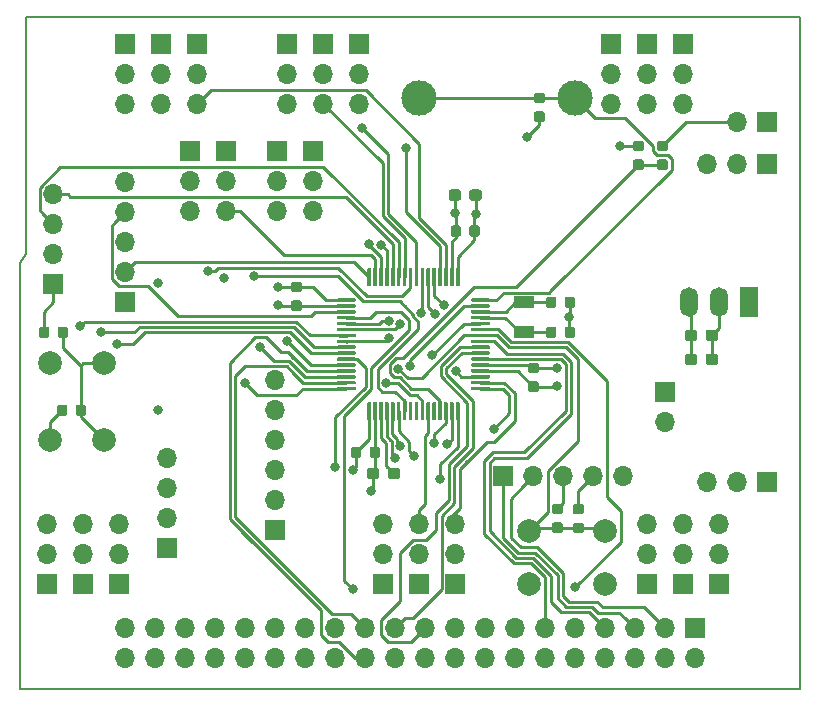
<source format=gbr>
G04 #@! TF.GenerationSoftware,KiCad,Pcbnew,(5.1.0)-1*
G04 #@! TF.CreationDate,2019-04-21T19:35:35+02:00*
G04 #@! TF.ProjectId,RM Board03,524d2042-6f61-4726-9430-332e6b696361,rev?*
G04 #@! TF.SameCoordinates,Original*
G04 #@! TF.FileFunction,Copper,L4,Bot*
G04 #@! TF.FilePolarity,Positive*
%FSLAX46Y46*%
G04 Gerber Fmt 4.6, Leading zero omitted, Abs format (unit mm)*
G04 Created by KiCad (PCBNEW (5.1.0)-1) date 2019-04-21 19:35:35*
%MOMM*%
%LPD*%
G04 APERTURE LIST*
%ADD10C,0.150000*%
%ADD11O,1.700000X1.700000*%
%ADD12R,1.700000X1.700000*%
%ADD13C,3.000000*%
%ADD14C,0.875000*%
%ADD15C,0.950000*%
%ADD16O,1.500000X2.500000*%
%ADD17R,1.500000X2.500000*%
%ADD18C,0.300000*%
%ADD19R,1.800000X1.000000*%
%ADD20C,2.000000*%
%ADD21C,0.800000*%
%ADD22C,0.250000*%
G04 APERTURE END LIST*
D10*
X99314000Y-118872000D02*
X99314000Y-98806000D01*
X98806000Y-119634000D02*
X99314000Y-118872000D01*
X98806000Y-155702000D02*
X98806000Y-119634000D01*
X164846000Y-155702000D02*
X98806000Y-155702000D01*
X164846000Y-98806000D02*
X164846000Y-155702000D01*
X99314000Y-98806000D02*
X164846000Y-98806000D01*
D11*
X149860000Y-137668000D03*
X147320000Y-137668000D03*
X144780000Y-137668000D03*
X142240000Y-137668000D03*
D12*
X139700000Y-137668000D03*
D11*
X135636000Y-141732000D03*
X135636000Y-144272000D03*
D12*
X135636000Y-146812000D03*
D11*
X154940000Y-141732000D03*
X154940000Y-144272000D03*
D12*
X154940000Y-146812000D03*
D11*
X156972000Y-138176000D03*
X159512000Y-138176000D03*
D12*
X162052000Y-138176000D03*
D11*
X153416000Y-133096000D03*
D12*
X153416000Y-130556000D03*
D11*
X156972000Y-111252000D03*
X159512000Y-111252000D03*
D12*
X162052000Y-111252000D03*
D13*
X132592000Y-105664000D03*
X145792000Y-105664000D03*
D12*
X111252000Y-143764000D03*
D11*
X111252000Y-141224000D03*
X111252000Y-138684000D03*
X111252000Y-136144000D03*
D10*
G36*
X102576691Y-131606053D02*
G01*
X102597926Y-131609203D01*
X102618750Y-131614419D01*
X102638962Y-131621651D01*
X102658368Y-131630830D01*
X102676781Y-131641866D01*
X102694024Y-131654654D01*
X102709930Y-131669070D01*
X102724346Y-131684976D01*
X102737134Y-131702219D01*
X102748170Y-131720632D01*
X102757349Y-131740038D01*
X102764581Y-131760250D01*
X102769797Y-131781074D01*
X102772947Y-131802309D01*
X102774000Y-131823750D01*
X102774000Y-132336250D01*
X102772947Y-132357691D01*
X102769797Y-132378926D01*
X102764581Y-132399750D01*
X102757349Y-132419962D01*
X102748170Y-132439368D01*
X102737134Y-132457781D01*
X102724346Y-132475024D01*
X102709930Y-132490930D01*
X102694024Y-132505346D01*
X102676781Y-132518134D01*
X102658368Y-132529170D01*
X102638962Y-132538349D01*
X102618750Y-132545581D01*
X102597926Y-132550797D01*
X102576691Y-132553947D01*
X102555250Y-132555000D01*
X102117750Y-132555000D01*
X102096309Y-132553947D01*
X102075074Y-132550797D01*
X102054250Y-132545581D01*
X102034038Y-132538349D01*
X102014632Y-132529170D01*
X101996219Y-132518134D01*
X101978976Y-132505346D01*
X101963070Y-132490930D01*
X101948654Y-132475024D01*
X101935866Y-132457781D01*
X101924830Y-132439368D01*
X101915651Y-132419962D01*
X101908419Y-132399750D01*
X101903203Y-132378926D01*
X101900053Y-132357691D01*
X101899000Y-132336250D01*
X101899000Y-131823750D01*
X101900053Y-131802309D01*
X101903203Y-131781074D01*
X101908419Y-131760250D01*
X101915651Y-131740038D01*
X101924830Y-131720632D01*
X101935866Y-131702219D01*
X101948654Y-131684976D01*
X101963070Y-131669070D01*
X101978976Y-131654654D01*
X101996219Y-131641866D01*
X102014632Y-131630830D01*
X102034038Y-131621651D01*
X102054250Y-131614419D01*
X102075074Y-131609203D01*
X102096309Y-131606053D01*
X102117750Y-131605000D01*
X102555250Y-131605000D01*
X102576691Y-131606053D01*
X102576691Y-131606053D01*
G37*
D14*
X102336500Y-132080000D03*
D10*
G36*
X104151691Y-131606053D02*
G01*
X104172926Y-131609203D01*
X104193750Y-131614419D01*
X104213962Y-131621651D01*
X104233368Y-131630830D01*
X104251781Y-131641866D01*
X104269024Y-131654654D01*
X104284930Y-131669070D01*
X104299346Y-131684976D01*
X104312134Y-131702219D01*
X104323170Y-131720632D01*
X104332349Y-131740038D01*
X104339581Y-131760250D01*
X104344797Y-131781074D01*
X104347947Y-131802309D01*
X104349000Y-131823750D01*
X104349000Y-132336250D01*
X104347947Y-132357691D01*
X104344797Y-132378926D01*
X104339581Y-132399750D01*
X104332349Y-132419962D01*
X104323170Y-132439368D01*
X104312134Y-132457781D01*
X104299346Y-132475024D01*
X104284930Y-132490930D01*
X104269024Y-132505346D01*
X104251781Y-132518134D01*
X104233368Y-132529170D01*
X104213962Y-132538349D01*
X104193750Y-132545581D01*
X104172926Y-132550797D01*
X104151691Y-132553947D01*
X104130250Y-132555000D01*
X103692750Y-132555000D01*
X103671309Y-132553947D01*
X103650074Y-132550797D01*
X103629250Y-132545581D01*
X103609038Y-132538349D01*
X103589632Y-132529170D01*
X103571219Y-132518134D01*
X103553976Y-132505346D01*
X103538070Y-132490930D01*
X103523654Y-132475024D01*
X103510866Y-132457781D01*
X103499830Y-132439368D01*
X103490651Y-132419962D01*
X103483419Y-132399750D01*
X103478203Y-132378926D01*
X103475053Y-132357691D01*
X103474000Y-132336250D01*
X103474000Y-131823750D01*
X103475053Y-131802309D01*
X103478203Y-131781074D01*
X103483419Y-131760250D01*
X103490651Y-131740038D01*
X103499830Y-131720632D01*
X103510866Y-131702219D01*
X103523654Y-131684976D01*
X103538070Y-131669070D01*
X103553976Y-131654654D01*
X103571219Y-131641866D01*
X103589632Y-131630830D01*
X103609038Y-131621651D01*
X103629250Y-131614419D01*
X103650074Y-131609203D01*
X103671309Y-131606053D01*
X103692750Y-131605000D01*
X104130250Y-131605000D01*
X104151691Y-131606053D01*
X104151691Y-131606053D01*
G37*
D14*
X103911500Y-132080000D03*
D10*
G36*
X144549691Y-140000053D02*
G01*
X144570926Y-140003203D01*
X144591750Y-140008419D01*
X144611962Y-140015651D01*
X144631368Y-140024830D01*
X144649781Y-140035866D01*
X144667024Y-140048654D01*
X144682930Y-140063070D01*
X144697346Y-140078976D01*
X144710134Y-140096219D01*
X144721170Y-140114632D01*
X144730349Y-140134038D01*
X144737581Y-140154250D01*
X144742797Y-140175074D01*
X144745947Y-140196309D01*
X144747000Y-140217750D01*
X144747000Y-140655250D01*
X144745947Y-140676691D01*
X144742797Y-140697926D01*
X144737581Y-140718750D01*
X144730349Y-140738962D01*
X144721170Y-140758368D01*
X144710134Y-140776781D01*
X144697346Y-140794024D01*
X144682930Y-140809930D01*
X144667024Y-140824346D01*
X144649781Y-140837134D01*
X144631368Y-140848170D01*
X144611962Y-140857349D01*
X144591750Y-140864581D01*
X144570926Y-140869797D01*
X144549691Y-140872947D01*
X144528250Y-140874000D01*
X144015750Y-140874000D01*
X143994309Y-140872947D01*
X143973074Y-140869797D01*
X143952250Y-140864581D01*
X143932038Y-140857349D01*
X143912632Y-140848170D01*
X143894219Y-140837134D01*
X143876976Y-140824346D01*
X143861070Y-140809930D01*
X143846654Y-140794024D01*
X143833866Y-140776781D01*
X143822830Y-140758368D01*
X143813651Y-140738962D01*
X143806419Y-140718750D01*
X143801203Y-140697926D01*
X143798053Y-140676691D01*
X143797000Y-140655250D01*
X143797000Y-140217750D01*
X143798053Y-140196309D01*
X143801203Y-140175074D01*
X143806419Y-140154250D01*
X143813651Y-140134038D01*
X143822830Y-140114632D01*
X143833866Y-140096219D01*
X143846654Y-140078976D01*
X143861070Y-140063070D01*
X143876976Y-140048654D01*
X143894219Y-140035866D01*
X143912632Y-140024830D01*
X143932038Y-140015651D01*
X143952250Y-140008419D01*
X143973074Y-140003203D01*
X143994309Y-140000053D01*
X144015750Y-139999000D01*
X144528250Y-139999000D01*
X144549691Y-140000053D01*
X144549691Y-140000053D01*
G37*
D14*
X144272000Y-140436500D03*
D10*
G36*
X144549691Y-141575053D02*
G01*
X144570926Y-141578203D01*
X144591750Y-141583419D01*
X144611962Y-141590651D01*
X144631368Y-141599830D01*
X144649781Y-141610866D01*
X144667024Y-141623654D01*
X144682930Y-141638070D01*
X144697346Y-141653976D01*
X144710134Y-141671219D01*
X144721170Y-141689632D01*
X144730349Y-141709038D01*
X144737581Y-141729250D01*
X144742797Y-141750074D01*
X144745947Y-141771309D01*
X144747000Y-141792750D01*
X144747000Y-142230250D01*
X144745947Y-142251691D01*
X144742797Y-142272926D01*
X144737581Y-142293750D01*
X144730349Y-142313962D01*
X144721170Y-142333368D01*
X144710134Y-142351781D01*
X144697346Y-142369024D01*
X144682930Y-142384930D01*
X144667024Y-142399346D01*
X144649781Y-142412134D01*
X144631368Y-142423170D01*
X144611962Y-142432349D01*
X144591750Y-142439581D01*
X144570926Y-142444797D01*
X144549691Y-142447947D01*
X144528250Y-142449000D01*
X144015750Y-142449000D01*
X143994309Y-142447947D01*
X143973074Y-142444797D01*
X143952250Y-142439581D01*
X143932038Y-142432349D01*
X143912632Y-142423170D01*
X143894219Y-142412134D01*
X143876976Y-142399346D01*
X143861070Y-142384930D01*
X143846654Y-142369024D01*
X143833866Y-142351781D01*
X143822830Y-142333368D01*
X143813651Y-142313962D01*
X143806419Y-142293750D01*
X143801203Y-142272926D01*
X143798053Y-142251691D01*
X143797000Y-142230250D01*
X143797000Y-141792750D01*
X143798053Y-141771309D01*
X143801203Y-141750074D01*
X143806419Y-141729250D01*
X143813651Y-141709038D01*
X143822830Y-141689632D01*
X143833866Y-141671219D01*
X143846654Y-141653976D01*
X143861070Y-141638070D01*
X143876976Y-141623654D01*
X143894219Y-141610866D01*
X143912632Y-141599830D01*
X143932038Y-141590651D01*
X143952250Y-141583419D01*
X143973074Y-141578203D01*
X143994309Y-141575053D01*
X144015750Y-141574000D01*
X144528250Y-141574000D01*
X144549691Y-141575053D01*
X144549691Y-141575053D01*
G37*
D14*
X144272000Y-142011500D03*
D10*
G36*
X122451691Y-122779053D02*
G01*
X122472926Y-122782203D01*
X122493750Y-122787419D01*
X122513962Y-122794651D01*
X122533368Y-122803830D01*
X122551781Y-122814866D01*
X122569024Y-122827654D01*
X122584930Y-122842070D01*
X122599346Y-122857976D01*
X122612134Y-122875219D01*
X122623170Y-122893632D01*
X122632349Y-122913038D01*
X122639581Y-122933250D01*
X122644797Y-122954074D01*
X122647947Y-122975309D01*
X122649000Y-122996750D01*
X122649000Y-123434250D01*
X122647947Y-123455691D01*
X122644797Y-123476926D01*
X122639581Y-123497750D01*
X122632349Y-123517962D01*
X122623170Y-123537368D01*
X122612134Y-123555781D01*
X122599346Y-123573024D01*
X122584930Y-123588930D01*
X122569024Y-123603346D01*
X122551781Y-123616134D01*
X122533368Y-123627170D01*
X122513962Y-123636349D01*
X122493750Y-123643581D01*
X122472926Y-123648797D01*
X122451691Y-123651947D01*
X122430250Y-123653000D01*
X121917750Y-123653000D01*
X121896309Y-123651947D01*
X121875074Y-123648797D01*
X121854250Y-123643581D01*
X121834038Y-123636349D01*
X121814632Y-123627170D01*
X121796219Y-123616134D01*
X121778976Y-123603346D01*
X121763070Y-123588930D01*
X121748654Y-123573024D01*
X121735866Y-123555781D01*
X121724830Y-123537368D01*
X121715651Y-123517962D01*
X121708419Y-123497750D01*
X121703203Y-123476926D01*
X121700053Y-123455691D01*
X121699000Y-123434250D01*
X121699000Y-122996750D01*
X121700053Y-122975309D01*
X121703203Y-122954074D01*
X121708419Y-122933250D01*
X121715651Y-122913038D01*
X121724830Y-122893632D01*
X121735866Y-122875219D01*
X121748654Y-122857976D01*
X121763070Y-122842070D01*
X121778976Y-122827654D01*
X121796219Y-122814866D01*
X121814632Y-122803830D01*
X121834038Y-122794651D01*
X121854250Y-122787419D01*
X121875074Y-122782203D01*
X121896309Y-122779053D01*
X121917750Y-122778000D01*
X122430250Y-122778000D01*
X122451691Y-122779053D01*
X122451691Y-122779053D01*
G37*
D14*
X122174000Y-123215500D03*
D10*
G36*
X122451691Y-121204053D02*
G01*
X122472926Y-121207203D01*
X122493750Y-121212419D01*
X122513962Y-121219651D01*
X122533368Y-121228830D01*
X122551781Y-121239866D01*
X122569024Y-121252654D01*
X122584930Y-121267070D01*
X122599346Y-121282976D01*
X122612134Y-121300219D01*
X122623170Y-121318632D01*
X122632349Y-121338038D01*
X122639581Y-121358250D01*
X122644797Y-121379074D01*
X122647947Y-121400309D01*
X122649000Y-121421750D01*
X122649000Y-121859250D01*
X122647947Y-121880691D01*
X122644797Y-121901926D01*
X122639581Y-121922750D01*
X122632349Y-121942962D01*
X122623170Y-121962368D01*
X122612134Y-121980781D01*
X122599346Y-121998024D01*
X122584930Y-122013930D01*
X122569024Y-122028346D01*
X122551781Y-122041134D01*
X122533368Y-122052170D01*
X122513962Y-122061349D01*
X122493750Y-122068581D01*
X122472926Y-122073797D01*
X122451691Y-122076947D01*
X122430250Y-122078000D01*
X121917750Y-122078000D01*
X121896309Y-122076947D01*
X121875074Y-122073797D01*
X121854250Y-122068581D01*
X121834038Y-122061349D01*
X121814632Y-122052170D01*
X121796219Y-122041134D01*
X121778976Y-122028346D01*
X121763070Y-122013930D01*
X121748654Y-121998024D01*
X121735866Y-121980781D01*
X121724830Y-121962368D01*
X121715651Y-121942962D01*
X121708419Y-121922750D01*
X121703203Y-121901926D01*
X121700053Y-121880691D01*
X121699000Y-121859250D01*
X121699000Y-121421750D01*
X121700053Y-121400309D01*
X121703203Y-121379074D01*
X121708419Y-121358250D01*
X121715651Y-121338038D01*
X121724830Y-121318632D01*
X121735866Y-121300219D01*
X121748654Y-121282976D01*
X121763070Y-121267070D01*
X121778976Y-121252654D01*
X121796219Y-121239866D01*
X121814632Y-121228830D01*
X121834038Y-121219651D01*
X121854250Y-121212419D01*
X121875074Y-121207203D01*
X121896309Y-121204053D01*
X121917750Y-121203000D01*
X122430250Y-121203000D01*
X122451691Y-121204053D01*
X122451691Y-121204053D01*
G37*
D14*
X122174000Y-121640500D03*
D10*
G36*
X157649779Y-127288144D02*
G01*
X157672834Y-127291563D01*
X157695443Y-127297227D01*
X157717387Y-127305079D01*
X157738457Y-127315044D01*
X157758448Y-127327026D01*
X157777168Y-127340910D01*
X157794438Y-127356562D01*
X157810090Y-127373832D01*
X157823974Y-127392552D01*
X157835956Y-127412543D01*
X157845921Y-127433613D01*
X157853773Y-127455557D01*
X157859437Y-127478166D01*
X157862856Y-127501221D01*
X157864000Y-127524500D01*
X157864000Y-127999500D01*
X157862856Y-128022779D01*
X157859437Y-128045834D01*
X157853773Y-128068443D01*
X157845921Y-128090387D01*
X157835956Y-128111457D01*
X157823974Y-128131448D01*
X157810090Y-128150168D01*
X157794438Y-128167438D01*
X157777168Y-128183090D01*
X157758448Y-128196974D01*
X157738457Y-128208956D01*
X157717387Y-128218921D01*
X157695443Y-128226773D01*
X157672834Y-128232437D01*
X157649779Y-128235856D01*
X157626500Y-128237000D01*
X157051500Y-128237000D01*
X157028221Y-128235856D01*
X157005166Y-128232437D01*
X156982557Y-128226773D01*
X156960613Y-128218921D01*
X156939543Y-128208956D01*
X156919552Y-128196974D01*
X156900832Y-128183090D01*
X156883562Y-128167438D01*
X156867910Y-128150168D01*
X156854026Y-128131448D01*
X156842044Y-128111457D01*
X156832079Y-128090387D01*
X156824227Y-128068443D01*
X156818563Y-128045834D01*
X156815144Y-128022779D01*
X156814000Y-127999500D01*
X156814000Y-127524500D01*
X156815144Y-127501221D01*
X156818563Y-127478166D01*
X156824227Y-127455557D01*
X156832079Y-127433613D01*
X156842044Y-127412543D01*
X156854026Y-127392552D01*
X156867910Y-127373832D01*
X156883562Y-127356562D01*
X156900832Y-127340910D01*
X156919552Y-127327026D01*
X156939543Y-127315044D01*
X156960613Y-127305079D01*
X156982557Y-127297227D01*
X157005166Y-127291563D01*
X157028221Y-127288144D01*
X157051500Y-127287000D01*
X157626500Y-127287000D01*
X157649779Y-127288144D01*
X157649779Y-127288144D01*
G37*
D15*
X157339000Y-127762000D03*
D10*
G36*
X155899779Y-127288144D02*
G01*
X155922834Y-127291563D01*
X155945443Y-127297227D01*
X155967387Y-127305079D01*
X155988457Y-127315044D01*
X156008448Y-127327026D01*
X156027168Y-127340910D01*
X156044438Y-127356562D01*
X156060090Y-127373832D01*
X156073974Y-127392552D01*
X156085956Y-127412543D01*
X156095921Y-127433613D01*
X156103773Y-127455557D01*
X156109437Y-127478166D01*
X156112856Y-127501221D01*
X156114000Y-127524500D01*
X156114000Y-127999500D01*
X156112856Y-128022779D01*
X156109437Y-128045834D01*
X156103773Y-128068443D01*
X156095921Y-128090387D01*
X156085956Y-128111457D01*
X156073974Y-128131448D01*
X156060090Y-128150168D01*
X156044438Y-128167438D01*
X156027168Y-128183090D01*
X156008448Y-128196974D01*
X155988457Y-128208956D01*
X155967387Y-128218921D01*
X155945443Y-128226773D01*
X155922834Y-128232437D01*
X155899779Y-128235856D01*
X155876500Y-128237000D01*
X155301500Y-128237000D01*
X155278221Y-128235856D01*
X155255166Y-128232437D01*
X155232557Y-128226773D01*
X155210613Y-128218921D01*
X155189543Y-128208956D01*
X155169552Y-128196974D01*
X155150832Y-128183090D01*
X155133562Y-128167438D01*
X155117910Y-128150168D01*
X155104026Y-128131448D01*
X155092044Y-128111457D01*
X155082079Y-128090387D01*
X155074227Y-128068443D01*
X155068563Y-128045834D01*
X155065144Y-128022779D01*
X155064000Y-127999500D01*
X155064000Y-127524500D01*
X155065144Y-127501221D01*
X155068563Y-127478166D01*
X155074227Y-127455557D01*
X155082079Y-127433613D01*
X155092044Y-127412543D01*
X155104026Y-127392552D01*
X155117910Y-127373832D01*
X155133562Y-127356562D01*
X155150832Y-127340910D01*
X155169552Y-127327026D01*
X155189543Y-127315044D01*
X155210613Y-127305079D01*
X155232557Y-127297227D01*
X155255166Y-127291563D01*
X155278221Y-127288144D01*
X155301500Y-127287000D01*
X155876500Y-127287000D01*
X155899779Y-127288144D01*
X155899779Y-127288144D01*
G37*
D15*
X155589000Y-127762000D03*
D10*
G36*
X129043691Y-135162053D02*
G01*
X129064926Y-135165203D01*
X129085750Y-135170419D01*
X129105962Y-135177651D01*
X129125368Y-135186830D01*
X129143781Y-135197866D01*
X129161024Y-135210654D01*
X129176930Y-135225070D01*
X129191346Y-135240976D01*
X129204134Y-135258219D01*
X129215170Y-135276632D01*
X129224349Y-135296038D01*
X129231581Y-135316250D01*
X129236797Y-135337074D01*
X129239947Y-135358309D01*
X129241000Y-135379750D01*
X129241000Y-135892250D01*
X129239947Y-135913691D01*
X129236797Y-135934926D01*
X129231581Y-135955750D01*
X129224349Y-135975962D01*
X129215170Y-135995368D01*
X129204134Y-136013781D01*
X129191346Y-136031024D01*
X129176930Y-136046930D01*
X129161024Y-136061346D01*
X129143781Y-136074134D01*
X129125368Y-136085170D01*
X129105962Y-136094349D01*
X129085750Y-136101581D01*
X129064926Y-136106797D01*
X129043691Y-136109947D01*
X129022250Y-136111000D01*
X128584750Y-136111000D01*
X128563309Y-136109947D01*
X128542074Y-136106797D01*
X128521250Y-136101581D01*
X128501038Y-136094349D01*
X128481632Y-136085170D01*
X128463219Y-136074134D01*
X128445976Y-136061346D01*
X128430070Y-136046930D01*
X128415654Y-136031024D01*
X128402866Y-136013781D01*
X128391830Y-135995368D01*
X128382651Y-135975962D01*
X128375419Y-135955750D01*
X128370203Y-135934926D01*
X128367053Y-135913691D01*
X128366000Y-135892250D01*
X128366000Y-135379750D01*
X128367053Y-135358309D01*
X128370203Y-135337074D01*
X128375419Y-135316250D01*
X128382651Y-135296038D01*
X128391830Y-135276632D01*
X128402866Y-135258219D01*
X128415654Y-135240976D01*
X128430070Y-135225070D01*
X128445976Y-135210654D01*
X128463219Y-135197866D01*
X128481632Y-135186830D01*
X128501038Y-135177651D01*
X128521250Y-135170419D01*
X128542074Y-135165203D01*
X128563309Y-135162053D01*
X128584750Y-135161000D01*
X129022250Y-135161000D01*
X129043691Y-135162053D01*
X129043691Y-135162053D01*
G37*
D14*
X128803500Y-135636000D03*
D10*
G36*
X127468691Y-135162053D02*
G01*
X127489926Y-135165203D01*
X127510750Y-135170419D01*
X127530962Y-135177651D01*
X127550368Y-135186830D01*
X127568781Y-135197866D01*
X127586024Y-135210654D01*
X127601930Y-135225070D01*
X127616346Y-135240976D01*
X127629134Y-135258219D01*
X127640170Y-135276632D01*
X127649349Y-135296038D01*
X127656581Y-135316250D01*
X127661797Y-135337074D01*
X127664947Y-135358309D01*
X127666000Y-135379750D01*
X127666000Y-135892250D01*
X127664947Y-135913691D01*
X127661797Y-135934926D01*
X127656581Y-135955750D01*
X127649349Y-135975962D01*
X127640170Y-135995368D01*
X127629134Y-136013781D01*
X127616346Y-136031024D01*
X127601930Y-136046930D01*
X127586024Y-136061346D01*
X127568781Y-136074134D01*
X127550368Y-136085170D01*
X127530962Y-136094349D01*
X127510750Y-136101581D01*
X127489926Y-136106797D01*
X127468691Y-136109947D01*
X127447250Y-136111000D01*
X127009750Y-136111000D01*
X126988309Y-136109947D01*
X126967074Y-136106797D01*
X126946250Y-136101581D01*
X126926038Y-136094349D01*
X126906632Y-136085170D01*
X126888219Y-136074134D01*
X126870976Y-136061346D01*
X126855070Y-136046930D01*
X126840654Y-136031024D01*
X126827866Y-136013781D01*
X126816830Y-135995368D01*
X126807651Y-135975962D01*
X126800419Y-135955750D01*
X126795203Y-135934926D01*
X126792053Y-135913691D01*
X126791000Y-135892250D01*
X126791000Y-135379750D01*
X126792053Y-135358309D01*
X126795203Y-135337074D01*
X126800419Y-135316250D01*
X126807651Y-135296038D01*
X126816830Y-135276632D01*
X126827866Y-135258219D01*
X126840654Y-135240976D01*
X126855070Y-135225070D01*
X126870976Y-135210654D01*
X126888219Y-135197866D01*
X126906632Y-135186830D01*
X126926038Y-135177651D01*
X126946250Y-135170419D01*
X126967074Y-135165203D01*
X126988309Y-135162053D01*
X127009750Y-135161000D01*
X127447250Y-135161000D01*
X127468691Y-135162053D01*
X127468691Y-135162053D01*
G37*
D14*
X127228500Y-135636000D03*
D10*
G36*
X157649779Y-125256144D02*
G01*
X157672834Y-125259563D01*
X157695443Y-125265227D01*
X157717387Y-125273079D01*
X157738457Y-125283044D01*
X157758448Y-125295026D01*
X157777168Y-125308910D01*
X157794438Y-125324562D01*
X157810090Y-125341832D01*
X157823974Y-125360552D01*
X157835956Y-125380543D01*
X157845921Y-125401613D01*
X157853773Y-125423557D01*
X157859437Y-125446166D01*
X157862856Y-125469221D01*
X157864000Y-125492500D01*
X157864000Y-125967500D01*
X157862856Y-125990779D01*
X157859437Y-126013834D01*
X157853773Y-126036443D01*
X157845921Y-126058387D01*
X157835956Y-126079457D01*
X157823974Y-126099448D01*
X157810090Y-126118168D01*
X157794438Y-126135438D01*
X157777168Y-126151090D01*
X157758448Y-126164974D01*
X157738457Y-126176956D01*
X157717387Y-126186921D01*
X157695443Y-126194773D01*
X157672834Y-126200437D01*
X157649779Y-126203856D01*
X157626500Y-126205000D01*
X157051500Y-126205000D01*
X157028221Y-126203856D01*
X157005166Y-126200437D01*
X156982557Y-126194773D01*
X156960613Y-126186921D01*
X156939543Y-126176956D01*
X156919552Y-126164974D01*
X156900832Y-126151090D01*
X156883562Y-126135438D01*
X156867910Y-126118168D01*
X156854026Y-126099448D01*
X156842044Y-126079457D01*
X156832079Y-126058387D01*
X156824227Y-126036443D01*
X156818563Y-126013834D01*
X156815144Y-125990779D01*
X156814000Y-125967500D01*
X156814000Y-125492500D01*
X156815144Y-125469221D01*
X156818563Y-125446166D01*
X156824227Y-125423557D01*
X156832079Y-125401613D01*
X156842044Y-125380543D01*
X156854026Y-125360552D01*
X156867910Y-125341832D01*
X156883562Y-125324562D01*
X156900832Y-125308910D01*
X156919552Y-125295026D01*
X156939543Y-125283044D01*
X156960613Y-125273079D01*
X156982557Y-125265227D01*
X157005166Y-125259563D01*
X157028221Y-125256144D01*
X157051500Y-125255000D01*
X157626500Y-125255000D01*
X157649779Y-125256144D01*
X157649779Y-125256144D01*
G37*
D15*
X157339000Y-125730000D03*
D10*
G36*
X155899779Y-125256144D02*
G01*
X155922834Y-125259563D01*
X155945443Y-125265227D01*
X155967387Y-125273079D01*
X155988457Y-125283044D01*
X156008448Y-125295026D01*
X156027168Y-125308910D01*
X156044438Y-125324562D01*
X156060090Y-125341832D01*
X156073974Y-125360552D01*
X156085956Y-125380543D01*
X156095921Y-125401613D01*
X156103773Y-125423557D01*
X156109437Y-125446166D01*
X156112856Y-125469221D01*
X156114000Y-125492500D01*
X156114000Y-125967500D01*
X156112856Y-125990779D01*
X156109437Y-126013834D01*
X156103773Y-126036443D01*
X156095921Y-126058387D01*
X156085956Y-126079457D01*
X156073974Y-126099448D01*
X156060090Y-126118168D01*
X156044438Y-126135438D01*
X156027168Y-126151090D01*
X156008448Y-126164974D01*
X155988457Y-126176956D01*
X155967387Y-126186921D01*
X155945443Y-126194773D01*
X155922834Y-126200437D01*
X155899779Y-126203856D01*
X155876500Y-126205000D01*
X155301500Y-126205000D01*
X155278221Y-126203856D01*
X155255166Y-126200437D01*
X155232557Y-126194773D01*
X155210613Y-126186921D01*
X155189543Y-126176956D01*
X155169552Y-126164974D01*
X155150832Y-126151090D01*
X155133562Y-126135438D01*
X155117910Y-126118168D01*
X155104026Y-126099448D01*
X155092044Y-126079457D01*
X155082079Y-126058387D01*
X155074227Y-126036443D01*
X155068563Y-126013834D01*
X155065144Y-125990779D01*
X155064000Y-125967500D01*
X155064000Y-125492500D01*
X155065144Y-125469221D01*
X155068563Y-125446166D01*
X155074227Y-125423557D01*
X155082079Y-125401613D01*
X155092044Y-125380543D01*
X155104026Y-125360552D01*
X155117910Y-125341832D01*
X155133562Y-125324562D01*
X155150832Y-125308910D01*
X155169552Y-125295026D01*
X155189543Y-125283044D01*
X155210613Y-125273079D01*
X155232557Y-125265227D01*
X155255166Y-125259563D01*
X155278221Y-125256144D01*
X155301500Y-125255000D01*
X155876500Y-125255000D01*
X155899779Y-125256144D01*
X155899779Y-125256144D01*
G37*
D15*
X155589000Y-125730000D03*
D10*
G36*
X142517691Y-128062053D02*
G01*
X142538926Y-128065203D01*
X142559750Y-128070419D01*
X142579962Y-128077651D01*
X142599368Y-128086830D01*
X142617781Y-128097866D01*
X142635024Y-128110654D01*
X142650930Y-128125070D01*
X142665346Y-128140976D01*
X142678134Y-128158219D01*
X142689170Y-128176632D01*
X142698349Y-128196038D01*
X142705581Y-128216250D01*
X142710797Y-128237074D01*
X142713947Y-128258309D01*
X142715000Y-128279750D01*
X142715000Y-128717250D01*
X142713947Y-128738691D01*
X142710797Y-128759926D01*
X142705581Y-128780750D01*
X142698349Y-128800962D01*
X142689170Y-128820368D01*
X142678134Y-128838781D01*
X142665346Y-128856024D01*
X142650930Y-128871930D01*
X142635024Y-128886346D01*
X142617781Y-128899134D01*
X142599368Y-128910170D01*
X142579962Y-128919349D01*
X142559750Y-128926581D01*
X142538926Y-128931797D01*
X142517691Y-128934947D01*
X142496250Y-128936000D01*
X141983750Y-128936000D01*
X141962309Y-128934947D01*
X141941074Y-128931797D01*
X141920250Y-128926581D01*
X141900038Y-128919349D01*
X141880632Y-128910170D01*
X141862219Y-128899134D01*
X141844976Y-128886346D01*
X141829070Y-128871930D01*
X141814654Y-128856024D01*
X141801866Y-128838781D01*
X141790830Y-128820368D01*
X141781651Y-128800962D01*
X141774419Y-128780750D01*
X141769203Y-128759926D01*
X141766053Y-128738691D01*
X141765000Y-128717250D01*
X141765000Y-128279750D01*
X141766053Y-128258309D01*
X141769203Y-128237074D01*
X141774419Y-128216250D01*
X141781651Y-128196038D01*
X141790830Y-128176632D01*
X141801866Y-128158219D01*
X141814654Y-128140976D01*
X141829070Y-128125070D01*
X141844976Y-128110654D01*
X141862219Y-128097866D01*
X141880632Y-128086830D01*
X141900038Y-128077651D01*
X141920250Y-128070419D01*
X141941074Y-128065203D01*
X141962309Y-128062053D01*
X141983750Y-128061000D01*
X142496250Y-128061000D01*
X142517691Y-128062053D01*
X142517691Y-128062053D01*
G37*
D14*
X142240000Y-128498500D03*
D10*
G36*
X142517691Y-129637053D02*
G01*
X142538926Y-129640203D01*
X142559750Y-129645419D01*
X142579962Y-129652651D01*
X142599368Y-129661830D01*
X142617781Y-129672866D01*
X142635024Y-129685654D01*
X142650930Y-129700070D01*
X142665346Y-129715976D01*
X142678134Y-129733219D01*
X142689170Y-129751632D01*
X142698349Y-129771038D01*
X142705581Y-129791250D01*
X142710797Y-129812074D01*
X142713947Y-129833309D01*
X142715000Y-129854750D01*
X142715000Y-130292250D01*
X142713947Y-130313691D01*
X142710797Y-130334926D01*
X142705581Y-130355750D01*
X142698349Y-130375962D01*
X142689170Y-130395368D01*
X142678134Y-130413781D01*
X142665346Y-130431024D01*
X142650930Y-130446930D01*
X142635024Y-130461346D01*
X142617781Y-130474134D01*
X142599368Y-130485170D01*
X142579962Y-130494349D01*
X142559750Y-130501581D01*
X142538926Y-130506797D01*
X142517691Y-130509947D01*
X142496250Y-130511000D01*
X141983750Y-130511000D01*
X141962309Y-130509947D01*
X141941074Y-130506797D01*
X141920250Y-130501581D01*
X141900038Y-130494349D01*
X141880632Y-130485170D01*
X141862219Y-130474134D01*
X141844976Y-130461346D01*
X141829070Y-130446930D01*
X141814654Y-130431024D01*
X141801866Y-130413781D01*
X141790830Y-130395368D01*
X141781651Y-130375962D01*
X141774419Y-130355750D01*
X141769203Y-130334926D01*
X141766053Y-130313691D01*
X141765000Y-130292250D01*
X141765000Y-129854750D01*
X141766053Y-129833309D01*
X141769203Y-129812074D01*
X141774419Y-129791250D01*
X141781651Y-129771038D01*
X141790830Y-129751632D01*
X141801866Y-129733219D01*
X141814654Y-129715976D01*
X141829070Y-129700070D01*
X141844976Y-129685654D01*
X141862219Y-129672866D01*
X141880632Y-129661830D01*
X141900038Y-129652651D01*
X141920250Y-129645419D01*
X141941074Y-129640203D01*
X141962309Y-129637053D01*
X141983750Y-129636000D01*
X142496250Y-129636000D01*
X142517691Y-129637053D01*
X142517691Y-129637053D01*
G37*
D14*
X142240000Y-130073500D03*
D10*
G36*
X128975779Y-136940144D02*
G01*
X128998834Y-136943563D01*
X129021443Y-136949227D01*
X129043387Y-136957079D01*
X129064457Y-136967044D01*
X129084448Y-136979026D01*
X129103168Y-136992910D01*
X129120438Y-137008562D01*
X129136090Y-137025832D01*
X129149974Y-137044552D01*
X129161956Y-137064543D01*
X129171921Y-137085613D01*
X129179773Y-137107557D01*
X129185437Y-137130166D01*
X129188856Y-137153221D01*
X129190000Y-137176500D01*
X129190000Y-137651500D01*
X129188856Y-137674779D01*
X129185437Y-137697834D01*
X129179773Y-137720443D01*
X129171921Y-137742387D01*
X129161956Y-137763457D01*
X129149974Y-137783448D01*
X129136090Y-137802168D01*
X129120438Y-137819438D01*
X129103168Y-137835090D01*
X129084448Y-137848974D01*
X129064457Y-137860956D01*
X129043387Y-137870921D01*
X129021443Y-137878773D01*
X128998834Y-137884437D01*
X128975779Y-137887856D01*
X128952500Y-137889000D01*
X128377500Y-137889000D01*
X128354221Y-137887856D01*
X128331166Y-137884437D01*
X128308557Y-137878773D01*
X128286613Y-137870921D01*
X128265543Y-137860956D01*
X128245552Y-137848974D01*
X128226832Y-137835090D01*
X128209562Y-137819438D01*
X128193910Y-137802168D01*
X128180026Y-137783448D01*
X128168044Y-137763457D01*
X128158079Y-137742387D01*
X128150227Y-137720443D01*
X128144563Y-137697834D01*
X128141144Y-137674779D01*
X128140000Y-137651500D01*
X128140000Y-137176500D01*
X128141144Y-137153221D01*
X128144563Y-137130166D01*
X128150227Y-137107557D01*
X128158079Y-137085613D01*
X128168044Y-137064543D01*
X128180026Y-137044552D01*
X128193910Y-137025832D01*
X128209562Y-137008562D01*
X128226832Y-136992910D01*
X128245552Y-136979026D01*
X128265543Y-136967044D01*
X128286613Y-136957079D01*
X128308557Y-136949227D01*
X128331166Y-136943563D01*
X128354221Y-136940144D01*
X128377500Y-136939000D01*
X128952500Y-136939000D01*
X128975779Y-136940144D01*
X128975779Y-136940144D01*
G37*
D15*
X128665000Y-137414000D03*
D10*
G36*
X130725779Y-136940144D02*
G01*
X130748834Y-136943563D01*
X130771443Y-136949227D01*
X130793387Y-136957079D01*
X130814457Y-136967044D01*
X130834448Y-136979026D01*
X130853168Y-136992910D01*
X130870438Y-137008562D01*
X130886090Y-137025832D01*
X130899974Y-137044552D01*
X130911956Y-137064543D01*
X130921921Y-137085613D01*
X130929773Y-137107557D01*
X130935437Y-137130166D01*
X130938856Y-137153221D01*
X130940000Y-137176500D01*
X130940000Y-137651500D01*
X130938856Y-137674779D01*
X130935437Y-137697834D01*
X130929773Y-137720443D01*
X130921921Y-137742387D01*
X130911956Y-137763457D01*
X130899974Y-137783448D01*
X130886090Y-137802168D01*
X130870438Y-137819438D01*
X130853168Y-137835090D01*
X130834448Y-137848974D01*
X130814457Y-137860956D01*
X130793387Y-137870921D01*
X130771443Y-137878773D01*
X130748834Y-137884437D01*
X130725779Y-137887856D01*
X130702500Y-137889000D01*
X130127500Y-137889000D01*
X130104221Y-137887856D01*
X130081166Y-137884437D01*
X130058557Y-137878773D01*
X130036613Y-137870921D01*
X130015543Y-137860956D01*
X129995552Y-137848974D01*
X129976832Y-137835090D01*
X129959562Y-137819438D01*
X129943910Y-137802168D01*
X129930026Y-137783448D01*
X129918044Y-137763457D01*
X129908079Y-137742387D01*
X129900227Y-137720443D01*
X129894563Y-137697834D01*
X129891144Y-137674779D01*
X129890000Y-137651500D01*
X129890000Y-137176500D01*
X129891144Y-137153221D01*
X129894563Y-137130166D01*
X129900227Y-137107557D01*
X129908079Y-137085613D01*
X129918044Y-137064543D01*
X129930026Y-137044552D01*
X129943910Y-137025832D01*
X129959562Y-137008562D01*
X129976832Y-136992910D01*
X129995552Y-136979026D01*
X130015543Y-136967044D01*
X130036613Y-136957079D01*
X130058557Y-136949227D01*
X130081166Y-136943563D01*
X130104221Y-136940144D01*
X130127500Y-136939000D01*
X130702500Y-136939000D01*
X130725779Y-136940144D01*
X130725779Y-136940144D01*
G37*
D15*
X130415000Y-137414000D03*
D11*
X127508000Y-106172000D03*
X127508000Y-103632000D03*
D12*
X127508000Y-101092000D03*
D11*
X124460000Y-106172000D03*
X124460000Y-103632000D03*
D12*
X124460000Y-101092000D03*
D11*
X107696000Y-106172000D03*
X107696000Y-103632000D03*
D12*
X107696000Y-101092000D03*
D11*
X129540000Y-141732000D03*
X129540000Y-144272000D03*
D12*
X129540000Y-146812000D03*
D11*
X101092000Y-141732000D03*
X101092000Y-144272000D03*
D12*
X101092000Y-146812000D03*
D11*
X151892000Y-141732000D03*
X151892000Y-144272000D03*
D12*
X151892000Y-146812000D03*
D11*
X157988000Y-141732000D03*
X157988000Y-144272000D03*
D12*
X157988000Y-146812000D03*
D11*
X107188000Y-141732000D03*
X107188000Y-144272000D03*
D12*
X107188000Y-146812000D03*
D11*
X154940000Y-106172000D03*
X154940000Y-103632000D03*
D12*
X154940000Y-101092000D03*
D11*
X104140000Y-141732000D03*
X104140000Y-144272000D03*
D12*
X104140000Y-146812000D03*
D11*
X123571000Y-115189000D03*
X123571000Y-112649000D03*
D12*
X123571000Y-110109000D03*
D11*
X113157000Y-115189000D03*
X113157000Y-112649000D03*
D12*
X113157000Y-110109000D03*
D11*
X151892000Y-106172000D03*
X151892000Y-103632000D03*
D12*
X151892000Y-101092000D03*
D11*
X132588000Y-141732000D03*
X132588000Y-144272000D03*
D12*
X132588000Y-146812000D03*
D11*
X110744000Y-106172000D03*
X110744000Y-103632000D03*
D12*
X110744000Y-101092000D03*
D11*
X148844000Y-106172000D03*
X148844000Y-103632000D03*
D12*
X148844000Y-101092000D03*
D11*
X116205000Y-115189000D03*
X116205000Y-112649000D03*
D12*
X116205000Y-110109000D03*
D11*
X121412000Y-106172000D03*
X121412000Y-103632000D03*
D12*
X121412000Y-101092000D03*
D11*
X120523000Y-115189000D03*
X120523000Y-112649000D03*
D12*
X120523000Y-110109000D03*
D11*
X113792000Y-106172000D03*
X113792000Y-103632000D03*
D12*
X113792000Y-101092000D03*
D11*
X107696000Y-112776000D03*
X107696000Y-115316000D03*
X107696000Y-117856000D03*
X107696000Y-120396000D03*
D12*
X107696000Y-122936000D03*
D11*
X120396000Y-129540000D03*
X120396000Y-132080000D03*
X120396000Y-134620000D03*
X120396000Y-137160000D03*
X120396000Y-139700000D03*
D12*
X120396000Y-142240000D03*
D10*
G36*
X102627691Y-125002053D02*
G01*
X102648926Y-125005203D01*
X102669750Y-125010419D01*
X102689962Y-125017651D01*
X102709368Y-125026830D01*
X102727781Y-125037866D01*
X102745024Y-125050654D01*
X102760930Y-125065070D01*
X102775346Y-125080976D01*
X102788134Y-125098219D01*
X102799170Y-125116632D01*
X102808349Y-125136038D01*
X102815581Y-125156250D01*
X102820797Y-125177074D01*
X102823947Y-125198309D01*
X102825000Y-125219750D01*
X102825000Y-125732250D01*
X102823947Y-125753691D01*
X102820797Y-125774926D01*
X102815581Y-125795750D01*
X102808349Y-125815962D01*
X102799170Y-125835368D01*
X102788134Y-125853781D01*
X102775346Y-125871024D01*
X102760930Y-125886930D01*
X102745024Y-125901346D01*
X102727781Y-125914134D01*
X102709368Y-125925170D01*
X102689962Y-125934349D01*
X102669750Y-125941581D01*
X102648926Y-125946797D01*
X102627691Y-125949947D01*
X102606250Y-125951000D01*
X102168750Y-125951000D01*
X102147309Y-125949947D01*
X102126074Y-125946797D01*
X102105250Y-125941581D01*
X102085038Y-125934349D01*
X102065632Y-125925170D01*
X102047219Y-125914134D01*
X102029976Y-125901346D01*
X102014070Y-125886930D01*
X101999654Y-125871024D01*
X101986866Y-125853781D01*
X101975830Y-125835368D01*
X101966651Y-125815962D01*
X101959419Y-125795750D01*
X101954203Y-125774926D01*
X101951053Y-125753691D01*
X101950000Y-125732250D01*
X101950000Y-125219750D01*
X101951053Y-125198309D01*
X101954203Y-125177074D01*
X101959419Y-125156250D01*
X101966651Y-125136038D01*
X101975830Y-125116632D01*
X101986866Y-125098219D01*
X101999654Y-125080976D01*
X102014070Y-125065070D01*
X102029976Y-125050654D01*
X102047219Y-125037866D01*
X102065632Y-125026830D01*
X102085038Y-125017651D01*
X102105250Y-125010419D01*
X102126074Y-125005203D01*
X102147309Y-125002053D01*
X102168750Y-125001000D01*
X102606250Y-125001000D01*
X102627691Y-125002053D01*
X102627691Y-125002053D01*
G37*
D14*
X102387500Y-125476000D03*
D10*
G36*
X101052691Y-125002053D02*
G01*
X101073926Y-125005203D01*
X101094750Y-125010419D01*
X101114962Y-125017651D01*
X101134368Y-125026830D01*
X101152781Y-125037866D01*
X101170024Y-125050654D01*
X101185930Y-125065070D01*
X101200346Y-125080976D01*
X101213134Y-125098219D01*
X101224170Y-125116632D01*
X101233349Y-125136038D01*
X101240581Y-125156250D01*
X101245797Y-125177074D01*
X101248947Y-125198309D01*
X101250000Y-125219750D01*
X101250000Y-125732250D01*
X101248947Y-125753691D01*
X101245797Y-125774926D01*
X101240581Y-125795750D01*
X101233349Y-125815962D01*
X101224170Y-125835368D01*
X101213134Y-125853781D01*
X101200346Y-125871024D01*
X101185930Y-125886930D01*
X101170024Y-125901346D01*
X101152781Y-125914134D01*
X101134368Y-125925170D01*
X101114962Y-125934349D01*
X101094750Y-125941581D01*
X101073926Y-125946797D01*
X101052691Y-125949947D01*
X101031250Y-125951000D01*
X100593750Y-125951000D01*
X100572309Y-125949947D01*
X100551074Y-125946797D01*
X100530250Y-125941581D01*
X100510038Y-125934349D01*
X100490632Y-125925170D01*
X100472219Y-125914134D01*
X100454976Y-125901346D01*
X100439070Y-125886930D01*
X100424654Y-125871024D01*
X100411866Y-125853781D01*
X100400830Y-125835368D01*
X100391651Y-125815962D01*
X100384419Y-125795750D01*
X100379203Y-125774926D01*
X100376053Y-125753691D01*
X100375000Y-125732250D01*
X100375000Y-125219750D01*
X100376053Y-125198309D01*
X100379203Y-125177074D01*
X100384419Y-125156250D01*
X100391651Y-125136038D01*
X100400830Y-125116632D01*
X100411866Y-125098219D01*
X100424654Y-125080976D01*
X100439070Y-125065070D01*
X100454976Y-125050654D01*
X100472219Y-125037866D01*
X100490632Y-125026830D01*
X100510038Y-125017651D01*
X100530250Y-125010419D01*
X100551074Y-125005203D01*
X100572309Y-125002053D01*
X100593750Y-125001000D01*
X101031250Y-125001000D01*
X101052691Y-125002053D01*
X101052691Y-125002053D01*
G37*
D14*
X100812500Y-125476000D03*
D10*
G36*
X146327691Y-141600553D02*
G01*
X146348926Y-141603703D01*
X146369750Y-141608919D01*
X146389962Y-141616151D01*
X146409368Y-141625330D01*
X146427781Y-141636366D01*
X146445024Y-141649154D01*
X146460930Y-141663570D01*
X146475346Y-141679476D01*
X146488134Y-141696719D01*
X146499170Y-141715132D01*
X146508349Y-141734538D01*
X146515581Y-141754750D01*
X146520797Y-141775574D01*
X146523947Y-141796809D01*
X146525000Y-141818250D01*
X146525000Y-142255750D01*
X146523947Y-142277191D01*
X146520797Y-142298426D01*
X146515581Y-142319250D01*
X146508349Y-142339462D01*
X146499170Y-142358868D01*
X146488134Y-142377281D01*
X146475346Y-142394524D01*
X146460930Y-142410430D01*
X146445024Y-142424846D01*
X146427781Y-142437634D01*
X146409368Y-142448670D01*
X146389962Y-142457849D01*
X146369750Y-142465081D01*
X146348926Y-142470297D01*
X146327691Y-142473447D01*
X146306250Y-142474500D01*
X145793750Y-142474500D01*
X145772309Y-142473447D01*
X145751074Y-142470297D01*
X145730250Y-142465081D01*
X145710038Y-142457849D01*
X145690632Y-142448670D01*
X145672219Y-142437634D01*
X145654976Y-142424846D01*
X145639070Y-142410430D01*
X145624654Y-142394524D01*
X145611866Y-142377281D01*
X145600830Y-142358868D01*
X145591651Y-142339462D01*
X145584419Y-142319250D01*
X145579203Y-142298426D01*
X145576053Y-142277191D01*
X145575000Y-142255750D01*
X145575000Y-141818250D01*
X145576053Y-141796809D01*
X145579203Y-141775574D01*
X145584419Y-141754750D01*
X145591651Y-141734538D01*
X145600830Y-141715132D01*
X145611866Y-141696719D01*
X145624654Y-141679476D01*
X145639070Y-141663570D01*
X145654976Y-141649154D01*
X145672219Y-141636366D01*
X145690632Y-141625330D01*
X145710038Y-141616151D01*
X145730250Y-141608919D01*
X145751074Y-141603703D01*
X145772309Y-141600553D01*
X145793750Y-141599500D01*
X146306250Y-141599500D01*
X146327691Y-141600553D01*
X146327691Y-141600553D01*
G37*
D14*
X146050000Y-142037000D03*
D10*
G36*
X146327691Y-140025553D02*
G01*
X146348926Y-140028703D01*
X146369750Y-140033919D01*
X146389962Y-140041151D01*
X146409368Y-140050330D01*
X146427781Y-140061366D01*
X146445024Y-140074154D01*
X146460930Y-140088570D01*
X146475346Y-140104476D01*
X146488134Y-140121719D01*
X146499170Y-140140132D01*
X146508349Y-140159538D01*
X146515581Y-140179750D01*
X146520797Y-140200574D01*
X146523947Y-140221809D01*
X146525000Y-140243250D01*
X146525000Y-140680750D01*
X146523947Y-140702191D01*
X146520797Y-140723426D01*
X146515581Y-140744250D01*
X146508349Y-140764462D01*
X146499170Y-140783868D01*
X146488134Y-140802281D01*
X146475346Y-140819524D01*
X146460930Y-140835430D01*
X146445024Y-140849846D01*
X146427781Y-140862634D01*
X146409368Y-140873670D01*
X146389962Y-140882849D01*
X146369750Y-140890081D01*
X146348926Y-140895297D01*
X146327691Y-140898447D01*
X146306250Y-140899500D01*
X145793750Y-140899500D01*
X145772309Y-140898447D01*
X145751074Y-140895297D01*
X145730250Y-140890081D01*
X145710038Y-140882849D01*
X145690632Y-140873670D01*
X145672219Y-140862634D01*
X145654976Y-140849846D01*
X145639070Y-140835430D01*
X145624654Y-140819524D01*
X145611866Y-140802281D01*
X145600830Y-140783868D01*
X145591651Y-140764462D01*
X145584419Y-140744250D01*
X145579203Y-140723426D01*
X145576053Y-140702191D01*
X145575000Y-140680750D01*
X145575000Y-140243250D01*
X145576053Y-140221809D01*
X145579203Y-140200574D01*
X145584419Y-140179750D01*
X145591651Y-140159538D01*
X145600830Y-140140132D01*
X145611866Y-140121719D01*
X145624654Y-140104476D01*
X145639070Y-140088570D01*
X145654976Y-140074154D01*
X145672219Y-140061366D01*
X145690632Y-140050330D01*
X145710038Y-140041151D01*
X145730250Y-140033919D01*
X145751074Y-140028703D01*
X145772309Y-140025553D01*
X145793750Y-140024500D01*
X146306250Y-140024500D01*
X146327691Y-140025553D01*
X146327691Y-140025553D01*
G37*
D14*
X146050000Y-140462000D03*
D16*
X155448000Y-122936000D03*
X157988000Y-122936000D03*
D17*
X160528000Y-122936000D03*
D10*
G36*
X135912351Y-120042361D02*
G01*
X135919632Y-120043441D01*
X135926771Y-120045229D01*
X135933701Y-120047709D01*
X135940355Y-120050856D01*
X135946668Y-120054640D01*
X135952579Y-120059024D01*
X135958033Y-120063967D01*
X135962976Y-120069421D01*
X135967360Y-120075332D01*
X135971144Y-120081645D01*
X135974291Y-120088299D01*
X135976771Y-120095229D01*
X135978559Y-120102368D01*
X135979639Y-120109649D01*
X135980000Y-120117000D01*
X135980000Y-121517000D01*
X135979639Y-121524351D01*
X135978559Y-121531632D01*
X135976771Y-121538771D01*
X135974291Y-121545701D01*
X135971144Y-121552355D01*
X135967360Y-121558668D01*
X135962976Y-121564579D01*
X135958033Y-121570033D01*
X135952579Y-121574976D01*
X135946668Y-121579360D01*
X135940355Y-121583144D01*
X135933701Y-121586291D01*
X135926771Y-121588771D01*
X135919632Y-121590559D01*
X135912351Y-121591639D01*
X135905000Y-121592000D01*
X135755000Y-121592000D01*
X135747649Y-121591639D01*
X135740368Y-121590559D01*
X135733229Y-121588771D01*
X135726299Y-121586291D01*
X135719645Y-121583144D01*
X135713332Y-121579360D01*
X135707421Y-121574976D01*
X135701967Y-121570033D01*
X135697024Y-121564579D01*
X135692640Y-121558668D01*
X135688856Y-121552355D01*
X135685709Y-121545701D01*
X135683229Y-121538771D01*
X135681441Y-121531632D01*
X135680361Y-121524351D01*
X135680000Y-121517000D01*
X135680000Y-120117000D01*
X135680361Y-120109649D01*
X135681441Y-120102368D01*
X135683229Y-120095229D01*
X135685709Y-120088299D01*
X135688856Y-120081645D01*
X135692640Y-120075332D01*
X135697024Y-120069421D01*
X135701967Y-120063967D01*
X135707421Y-120059024D01*
X135713332Y-120054640D01*
X135719645Y-120050856D01*
X135726299Y-120047709D01*
X135733229Y-120045229D01*
X135740368Y-120043441D01*
X135747649Y-120042361D01*
X135755000Y-120042000D01*
X135905000Y-120042000D01*
X135912351Y-120042361D01*
X135912351Y-120042361D01*
G37*
D18*
X135830000Y-120817000D03*
D10*
G36*
X135412351Y-120042361D02*
G01*
X135419632Y-120043441D01*
X135426771Y-120045229D01*
X135433701Y-120047709D01*
X135440355Y-120050856D01*
X135446668Y-120054640D01*
X135452579Y-120059024D01*
X135458033Y-120063967D01*
X135462976Y-120069421D01*
X135467360Y-120075332D01*
X135471144Y-120081645D01*
X135474291Y-120088299D01*
X135476771Y-120095229D01*
X135478559Y-120102368D01*
X135479639Y-120109649D01*
X135480000Y-120117000D01*
X135480000Y-121517000D01*
X135479639Y-121524351D01*
X135478559Y-121531632D01*
X135476771Y-121538771D01*
X135474291Y-121545701D01*
X135471144Y-121552355D01*
X135467360Y-121558668D01*
X135462976Y-121564579D01*
X135458033Y-121570033D01*
X135452579Y-121574976D01*
X135446668Y-121579360D01*
X135440355Y-121583144D01*
X135433701Y-121586291D01*
X135426771Y-121588771D01*
X135419632Y-121590559D01*
X135412351Y-121591639D01*
X135405000Y-121592000D01*
X135255000Y-121592000D01*
X135247649Y-121591639D01*
X135240368Y-121590559D01*
X135233229Y-121588771D01*
X135226299Y-121586291D01*
X135219645Y-121583144D01*
X135213332Y-121579360D01*
X135207421Y-121574976D01*
X135201967Y-121570033D01*
X135197024Y-121564579D01*
X135192640Y-121558668D01*
X135188856Y-121552355D01*
X135185709Y-121545701D01*
X135183229Y-121538771D01*
X135181441Y-121531632D01*
X135180361Y-121524351D01*
X135180000Y-121517000D01*
X135180000Y-120117000D01*
X135180361Y-120109649D01*
X135181441Y-120102368D01*
X135183229Y-120095229D01*
X135185709Y-120088299D01*
X135188856Y-120081645D01*
X135192640Y-120075332D01*
X135197024Y-120069421D01*
X135201967Y-120063967D01*
X135207421Y-120059024D01*
X135213332Y-120054640D01*
X135219645Y-120050856D01*
X135226299Y-120047709D01*
X135233229Y-120045229D01*
X135240368Y-120043441D01*
X135247649Y-120042361D01*
X135255000Y-120042000D01*
X135405000Y-120042000D01*
X135412351Y-120042361D01*
X135412351Y-120042361D01*
G37*
D18*
X135330000Y-120817000D03*
D10*
G36*
X134912351Y-120042361D02*
G01*
X134919632Y-120043441D01*
X134926771Y-120045229D01*
X134933701Y-120047709D01*
X134940355Y-120050856D01*
X134946668Y-120054640D01*
X134952579Y-120059024D01*
X134958033Y-120063967D01*
X134962976Y-120069421D01*
X134967360Y-120075332D01*
X134971144Y-120081645D01*
X134974291Y-120088299D01*
X134976771Y-120095229D01*
X134978559Y-120102368D01*
X134979639Y-120109649D01*
X134980000Y-120117000D01*
X134980000Y-121517000D01*
X134979639Y-121524351D01*
X134978559Y-121531632D01*
X134976771Y-121538771D01*
X134974291Y-121545701D01*
X134971144Y-121552355D01*
X134967360Y-121558668D01*
X134962976Y-121564579D01*
X134958033Y-121570033D01*
X134952579Y-121574976D01*
X134946668Y-121579360D01*
X134940355Y-121583144D01*
X134933701Y-121586291D01*
X134926771Y-121588771D01*
X134919632Y-121590559D01*
X134912351Y-121591639D01*
X134905000Y-121592000D01*
X134755000Y-121592000D01*
X134747649Y-121591639D01*
X134740368Y-121590559D01*
X134733229Y-121588771D01*
X134726299Y-121586291D01*
X134719645Y-121583144D01*
X134713332Y-121579360D01*
X134707421Y-121574976D01*
X134701967Y-121570033D01*
X134697024Y-121564579D01*
X134692640Y-121558668D01*
X134688856Y-121552355D01*
X134685709Y-121545701D01*
X134683229Y-121538771D01*
X134681441Y-121531632D01*
X134680361Y-121524351D01*
X134680000Y-121517000D01*
X134680000Y-120117000D01*
X134680361Y-120109649D01*
X134681441Y-120102368D01*
X134683229Y-120095229D01*
X134685709Y-120088299D01*
X134688856Y-120081645D01*
X134692640Y-120075332D01*
X134697024Y-120069421D01*
X134701967Y-120063967D01*
X134707421Y-120059024D01*
X134713332Y-120054640D01*
X134719645Y-120050856D01*
X134726299Y-120047709D01*
X134733229Y-120045229D01*
X134740368Y-120043441D01*
X134747649Y-120042361D01*
X134755000Y-120042000D01*
X134905000Y-120042000D01*
X134912351Y-120042361D01*
X134912351Y-120042361D01*
G37*
D18*
X134830000Y-120817000D03*
D10*
G36*
X134412351Y-120042361D02*
G01*
X134419632Y-120043441D01*
X134426771Y-120045229D01*
X134433701Y-120047709D01*
X134440355Y-120050856D01*
X134446668Y-120054640D01*
X134452579Y-120059024D01*
X134458033Y-120063967D01*
X134462976Y-120069421D01*
X134467360Y-120075332D01*
X134471144Y-120081645D01*
X134474291Y-120088299D01*
X134476771Y-120095229D01*
X134478559Y-120102368D01*
X134479639Y-120109649D01*
X134480000Y-120117000D01*
X134480000Y-121517000D01*
X134479639Y-121524351D01*
X134478559Y-121531632D01*
X134476771Y-121538771D01*
X134474291Y-121545701D01*
X134471144Y-121552355D01*
X134467360Y-121558668D01*
X134462976Y-121564579D01*
X134458033Y-121570033D01*
X134452579Y-121574976D01*
X134446668Y-121579360D01*
X134440355Y-121583144D01*
X134433701Y-121586291D01*
X134426771Y-121588771D01*
X134419632Y-121590559D01*
X134412351Y-121591639D01*
X134405000Y-121592000D01*
X134255000Y-121592000D01*
X134247649Y-121591639D01*
X134240368Y-121590559D01*
X134233229Y-121588771D01*
X134226299Y-121586291D01*
X134219645Y-121583144D01*
X134213332Y-121579360D01*
X134207421Y-121574976D01*
X134201967Y-121570033D01*
X134197024Y-121564579D01*
X134192640Y-121558668D01*
X134188856Y-121552355D01*
X134185709Y-121545701D01*
X134183229Y-121538771D01*
X134181441Y-121531632D01*
X134180361Y-121524351D01*
X134180000Y-121517000D01*
X134180000Y-120117000D01*
X134180361Y-120109649D01*
X134181441Y-120102368D01*
X134183229Y-120095229D01*
X134185709Y-120088299D01*
X134188856Y-120081645D01*
X134192640Y-120075332D01*
X134197024Y-120069421D01*
X134201967Y-120063967D01*
X134207421Y-120059024D01*
X134213332Y-120054640D01*
X134219645Y-120050856D01*
X134226299Y-120047709D01*
X134233229Y-120045229D01*
X134240368Y-120043441D01*
X134247649Y-120042361D01*
X134255000Y-120042000D01*
X134405000Y-120042000D01*
X134412351Y-120042361D01*
X134412351Y-120042361D01*
G37*
D18*
X134330000Y-120817000D03*
D10*
G36*
X133912351Y-120042361D02*
G01*
X133919632Y-120043441D01*
X133926771Y-120045229D01*
X133933701Y-120047709D01*
X133940355Y-120050856D01*
X133946668Y-120054640D01*
X133952579Y-120059024D01*
X133958033Y-120063967D01*
X133962976Y-120069421D01*
X133967360Y-120075332D01*
X133971144Y-120081645D01*
X133974291Y-120088299D01*
X133976771Y-120095229D01*
X133978559Y-120102368D01*
X133979639Y-120109649D01*
X133980000Y-120117000D01*
X133980000Y-121517000D01*
X133979639Y-121524351D01*
X133978559Y-121531632D01*
X133976771Y-121538771D01*
X133974291Y-121545701D01*
X133971144Y-121552355D01*
X133967360Y-121558668D01*
X133962976Y-121564579D01*
X133958033Y-121570033D01*
X133952579Y-121574976D01*
X133946668Y-121579360D01*
X133940355Y-121583144D01*
X133933701Y-121586291D01*
X133926771Y-121588771D01*
X133919632Y-121590559D01*
X133912351Y-121591639D01*
X133905000Y-121592000D01*
X133755000Y-121592000D01*
X133747649Y-121591639D01*
X133740368Y-121590559D01*
X133733229Y-121588771D01*
X133726299Y-121586291D01*
X133719645Y-121583144D01*
X133713332Y-121579360D01*
X133707421Y-121574976D01*
X133701967Y-121570033D01*
X133697024Y-121564579D01*
X133692640Y-121558668D01*
X133688856Y-121552355D01*
X133685709Y-121545701D01*
X133683229Y-121538771D01*
X133681441Y-121531632D01*
X133680361Y-121524351D01*
X133680000Y-121517000D01*
X133680000Y-120117000D01*
X133680361Y-120109649D01*
X133681441Y-120102368D01*
X133683229Y-120095229D01*
X133685709Y-120088299D01*
X133688856Y-120081645D01*
X133692640Y-120075332D01*
X133697024Y-120069421D01*
X133701967Y-120063967D01*
X133707421Y-120059024D01*
X133713332Y-120054640D01*
X133719645Y-120050856D01*
X133726299Y-120047709D01*
X133733229Y-120045229D01*
X133740368Y-120043441D01*
X133747649Y-120042361D01*
X133755000Y-120042000D01*
X133905000Y-120042000D01*
X133912351Y-120042361D01*
X133912351Y-120042361D01*
G37*
D18*
X133830000Y-120817000D03*
D10*
G36*
X133412351Y-120042361D02*
G01*
X133419632Y-120043441D01*
X133426771Y-120045229D01*
X133433701Y-120047709D01*
X133440355Y-120050856D01*
X133446668Y-120054640D01*
X133452579Y-120059024D01*
X133458033Y-120063967D01*
X133462976Y-120069421D01*
X133467360Y-120075332D01*
X133471144Y-120081645D01*
X133474291Y-120088299D01*
X133476771Y-120095229D01*
X133478559Y-120102368D01*
X133479639Y-120109649D01*
X133480000Y-120117000D01*
X133480000Y-121517000D01*
X133479639Y-121524351D01*
X133478559Y-121531632D01*
X133476771Y-121538771D01*
X133474291Y-121545701D01*
X133471144Y-121552355D01*
X133467360Y-121558668D01*
X133462976Y-121564579D01*
X133458033Y-121570033D01*
X133452579Y-121574976D01*
X133446668Y-121579360D01*
X133440355Y-121583144D01*
X133433701Y-121586291D01*
X133426771Y-121588771D01*
X133419632Y-121590559D01*
X133412351Y-121591639D01*
X133405000Y-121592000D01*
X133255000Y-121592000D01*
X133247649Y-121591639D01*
X133240368Y-121590559D01*
X133233229Y-121588771D01*
X133226299Y-121586291D01*
X133219645Y-121583144D01*
X133213332Y-121579360D01*
X133207421Y-121574976D01*
X133201967Y-121570033D01*
X133197024Y-121564579D01*
X133192640Y-121558668D01*
X133188856Y-121552355D01*
X133185709Y-121545701D01*
X133183229Y-121538771D01*
X133181441Y-121531632D01*
X133180361Y-121524351D01*
X133180000Y-121517000D01*
X133180000Y-120117000D01*
X133180361Y-120109649D01*
X133181441Y-120102368D01*
X133183229Y-120095229D01*
X133185709Y-120088299D01*
X133188856Y-120081645D01*
X133192640Y-120075332D01*
X133197024Y-120069421D01*
X133201967Y-120063967D01*
X133207421Y-120059024D01*
X133213332Y-120054640D01*
X133219645Y-120050856D01*
X133226299Y-120047709D01*
X133233229Y-120045229D01*
X133240368Y-120043441D01*
X133247649Y-120042361D01*
X133255000Y-120042000D01*
X133405000Y-120042000D01*
X133412351Y-120042361D01*
X133412351Y-120042361D01*
G37*
D18*
X133330000Y-120817000D03*
D10*
G36*
X132912351Y-120042361D02*
G01*
X132919632Y-120043441D01*
X132926771Y-120045229D01*
X132933701Y-120047709D01*
X132940355Y-120050856D01*
X132946668Y-120054640D01*
X132952579Y-120059024D01*
X132958033Y-120063967D01*
X132962976Y-120069421D01*
X132967360Y-120075332D01*
X132971144Y-120081645D01*
X132974291Y-120088299D01*
X132976771Y-120095229D01*
X132978559Y-120102368D01*
X132979639Y-120109649D01*
X132980000Y-120117000D01*
X132980000Y-121517000D01*
X132979639Y-121524351D01*
X132978559Y-121531632D01*
X132976771Y-121538771D01*
X132974291Y-121545701D01*
X132971144Y-121552355D01*
X132967360Y-121558668D01*
X132962976Y-121564579D01*
X132958033Y-121570033D01*
X132952579Y-121574976D01*
X132946668Y-121579360D01*
X132940355Y-121583144D01*
X132933701Y-121586291D01*
X132926771Y-121588771D01*
X132919632Y-121590559D01*
X132912351Y-121591639D01*
X132905000Y-121592000D01*
X132755000Y-121592000D01*
X132747649Y-121591639D01*
X132740368Y-121590559D01*
X132733229Y-121588771D01*
X132726299Y-121586291D01*
X132719645Y-121583144D01*
X132713332Y-121579360D01*
X132707421Y-121574976D01*
X132701967Y-121570033D01*
X132697024Y-121564579D01*
X132692640Y-121558668D01*
X132688856Y-121552355D01*
X132685709Y-121545701D01*
X132683229Y-121538771D01*
X132681441Y-121531632D01*
X132680361Y-121524351D01*
X132680000Y-121517000D01*
X132680000Y-120117000D01*
X132680361Y-120109649D01*
X132681441Y-120102368D01*
X132683229Y-120095229D01*
X132685709Y-120088299D01*
X132688856Y-120081645D01*
X132692640Y-120075332D01*
X132697024Y-120069421D01*
X132701967Y-120063967D01*
X132707421Y-120059024D01*
X132713332Y-120054640D01*
X132719645Y-120050856D01*
X132726299Y-120047709D01*
X132733229Y-120045229D01*
X132740368Y-120043441D01*
X132747649Y-120042361D01*
X132755000Y-120042000D01*
X132905000Y-120042000D01*
X132912351Y-120042361D01*
X132912351Y-120042361D01*
G37*
D18*
X132830000Y-120817000D03*
D10*
G36*
X132412351Y-120042361D02*
G01*
X132419632Y-120043441D01*
X132426771Y-120045229D01*
X132433701Y-120047709D01*
X132440355Y-120050856D01*
X132446668Y-120054640D01*
X132452579Y-120059024D01*
X132458033Y-120063967D01*
X132462976Y-120069421D01*
X132467360Y-120075332D01*
X132471144Y-120081645D01*
X132474291Y-120088299D01*
X132476771Y-120095229D01*
X132478559Y-120102368D01*
X132479639Y-120109649D01*
X132480000Y-120117000D01*
X132480000Y-121517000D01*
X132479639Y-121524351D01*
X132478559Y-121531632D01*
X132476771Y-121538771D01*
X132474291Y-121545701D01*
X132471144Y-121552355D01*
X132467360Y-121558668D01*
X132462976Y-121564579D01*
X132458033Y-121570033D01*
X132452579Y-121574976D01*
X132446668Y-121579360D01*
X132440355Y-121583144D01*
X132433701Y-121586291D01*
X132426771Y-121588771D01*
X132419632Y-121590559D01*
X132412351Y-121591639D01*
X132405000Y-121592000D01*
X132255000Y-121592000D01*
X132247649Y-121591639D01*
X132240368Y-121590559D01*
X132233229Y-121588771D01*
X132226299Y-121586291D01*
X132219645Y-121583144D01*
X132213332Y-121579360D01*
X132207421Y-121574976D01*
X132201967Y-121570033D01*
X132197024Y-121564579D01*
X132192640Y-121558668D01*
X132188856Y-121552355D01*
X132185709Y-121545701D01*
X132183229Y-121538771D01*
X132181441Y-121531632D01*
X132180361Y-121524351D01*
X132180000Y-121517000D01*
X132180000Y-120117000D01*
X132180361Y-120109649D01*
X132181441Y-120102368D01*
X132183229Y-120095229D01*
X132185709Y-120088299D01*
X132188856Y-120081645D01*
X132192640Y-120075332D01*
X132197024Y-120069421D01*
X132201967Y-120063967D01*
X132207421Y-120059024D01*
X132213332Y-120054640D01*
X132219645Y-120050856D01*
X132226299Y-120047709D01*
X132233229Y-120045229D01*
X132240368Y-120043441D01*
X132247649Y-120042361D01*
X132255000Y-120042000D01*
X132405000Y-120042000D01*
X132412351Y-120042361D01*
X132412351Y-120042361D01*
G37*
D18*
X132330000Y-120817000D03*
D10*
G36*
X131912351Y-120042361D02*
G01*
X131919632Y-120043441D01*
X131926771Y-120045229D01*
X131933701Y-120047709D01*
X131940355Y-120050856D01*
X131946668Y-120054640D01*
X131952579Y-120059024D01*
X131958033Y-120063967D01*
X131962976Y-120069421D01*
X131967360Y-120075332D01*
X131971144Y-120081645D01*
X131974291Y-120088299D01*
X131976771Y-120095229D01*
X131978559Y-120102368D01*
X131979639Y-120109649D01*
X131980000Y-120117000D01*
X131980000Y-121517000D01*
X131979639Y-121524351D01*
X131978559Y-121531632D01*
X131976771Y-121538771D01*
X131974291Y-121545701D01*
X131971144Y-121552355D01*
X131967360Y-121558668D01*
X131962976Y-121564579D01*
X131958033Y-121570033D01*
X131952579Y-121574976D01*
X131946668Y-121579360D01*
X131940355Y-121583144D01*
X131933701Y-121586291D01*
X131926771Y-121588771D01*
X131919632Y-121590559D01*
X131912351Y-121591639D01*
X131905000Y-121592000D01*
X131755000Y-121592000D01*
X131747649Y-121591639D01*
X131740368Y-121590559D01*
X131733229Y-121588771D01*
X131726299Y-121586291D01*
X131719645Y-121583144D01*
X131713332Y-121579360D01*
X131707421Y-121574976D01*
X131701967Y-121570033D01*
X131697024Y-121564579D01*
X131692640Y-121558668D01*
X131688856Y-121552355D01*
X131685709Y-121545701D01*
X131683229Y-121538771D01*
X131681441Y-121531632D01*
X131680361Y-121524351D01*
X131680000Y-121517000D01*
X131680000Y-120117000D01*
X131680361Y-120109649D01*
X131681441Y-120102368D01*
X131683229Y-120095229D01*
X131685709Y-120088299D01*
X131688856Y-120081645D01*
X131692640Y-120075332D01*
X131697024Y-120069421D01*
X131701967Y-120063967D01*
X131707421Y-120059024D01*
X131713332Y-120054640D01*
X131719645Y-120050856D01*
X131726299Y-120047709D01*
X131733229Y-120045229D01*
X131740368Y-120043441D01*
X131747649Y-120042361D01*
X131755000Y-120042000D01*
X131905000Y-120042000D01*
X131912351Y-120042361D01*
X131912351Y-120042361D01*
G37*
D18*
X131830000Y-120817000D03*
D10*
G36*
X131412351Y-120042361D02*
G01*
X131419632Y-120043441D01*
X131426771Y-120045229D01*
X131433701Y-120047709D01*
X131440355Y-120050856D01*
X131446668Y-120054640D01*
X131452579Y-120059024D01*
X131458033Y-120063967D01*
X131462976Y-120069421D01*
X131467360Y-120075332D01*
X131471144Y-120081645D01*
X131474291Y-120088299D01*
X131476771Y-120095229D01*
X131478559Y-120102368D01*
X131479639Y-120109649D01*
X131480000Y-120117000D01*
X131480000Y-121517000D01*
X131479639Y-121524351D01*
X131478559Y-121531632D01*
X131476771Y-121538771D01*
X131474291Y-121545701D01*
X131471144Y-121552355D01*
X131467360Y-121558668D01*
X131462976Y-121564579D01*
X131458033Y-121570033D01*
X131452579Y-121574976D01*
X131446668Y-121579360D01*
X131440355Y-121583144D01*
X131433701Y-121586291D01*
X131426771Y-121588771D01*
X131419632Y-121590559D01*
X131412351Y-121591639D01*
X131405000Y-121592000D01*
X131255000Y-121592000D01*
X131247649Y-121591639D01*
X131240368Y-121590559D01*
X131233229Y-121588771D01*
X131226299Y-121586291D01*
X131219645Y-121583144D01*
X131213332Y-121579360D01*
X131207421Y-121574976D01*
X131201967Y-121570033D01*
X131197024Y-121564579D01*
X131192640Y-121558668D01*
X131188856Y-121552355D01*
X131185709Y-121545701D01*
X131183229Y-121538771D01*
X131181441Y-121531632D01*
X131180361Y-121524351D01*
X131180000Y-121517000D01*
X131180000Y-120117000D01*
X131180361Y-120109649D01*
X131181441Y-120102368D01*
X131183229Y-120095229D01*
X131185709Y-120088299D01*
X131188856Y-120081645D01*
X131192640Y-120075332D01*
X131197024Y-120069421D01*
X131201967Y-120063967D01*
X131207421Y-120059024D01*
X131213332Y-120054640D01*
X131219645Y-120050856D01*
X131226299Y-120047709D01*
X131233229Y-120045229D01*
X131240368Y-120043441D01*
X131247649Y-120042361D01*
X131255000Y-120042000D01*
X131405000Y-120042000D01*
X131412351Y-120042361D01*
X131412351Y-120042361D01*
G37*
D18*
X131330000Y-120817000D03*
D10*
G36*
X130912351Y-120042361D02*
G01*
X130919632Y-120043441D01*
X130926771Y-120045229D01*
X130933701Y-120047709D01*
X130940355Y-120050856D01*
X130946668Y-120054640D01*
X130952579Y-120059024D01*
X130958033Y-120063967D01*
X130962976Y-120069421D01*
X130967360Y-120075332D01*
X130971144Y-120081645D01*
X130974291Y-120088299D01*
X130976771Y-120095229D01*
X130978559Y-120102368D01*
X130979639Y-120109649D01*
X130980000Y-120117000D01*
X130980000Y-121517000D01*
X130979639Y-121524351D01*
X130978559Y-121531632D01*
X130976771Y-121538771D01*
X130974291Y-121545701D01*
X130971144Y-121552355D01*
X130967360Y-121558668D01*
X130962976Y-121564579D01*
X130958033Y-121570033D01*
X130952579Y-121574976D01*
X130946668Y-121579360D01*
X130940355Y-121583144D01*
X130933701Y-121586291D01*
X130926771Y-121588771D01*
X130919632Y-121590559D01*
X130912351Y-121591639D01*
X130905000Y-121592000D01*
X130755000Y-121592000D01*
X130747649Y-121591639D01*
X130740368Y-121590559D01*
X130733229Y-121588771D01*
X130726299Y-121586291D01*
X130719645Y-121583144D01*
X130713332Y-121579360D01*
X130707421Y-121574976D01*
X130701967Y-121570033D01*
X130697024Y-121564579D01*
X130692640Y-121558668D01*
X130688856Y-121552355D01*
X130685709Y-121545701D01*
X130683229Y-121538771D01*
X130681441Y-121531632D01*
X130680361Y-121524351D01*
X130680000Y-121517000D01*
X130680000Y-120117000D01*
X130680361Y-120109649D01*
X130681441Y-120102368D01*
X130683229Y-120095229D01*
X130685709Y-120088299D01*
X130688856Y-120081645D01*
X130692640Y-120075332D01*
X130697024Y-120069421D01*
X130701967Y-120063967D01*
X130707421Y-120059024D01*
X130713332Y-120054640D01*
X130719645Y-120050856D01*
X130726299Y-120047709D01*
X130733229Y-120045229D01*
X130740368Y-120043441D01*
X130747649Y-120042361D01*
X130755000Y-120042000D01*
X130905000Y-120042000D01*
X130912351Y-120042361D01*
X130912351Y-120042361D01*
G37*
D18*
X130830000Y-120817000D03*
D10*
G36*
X130412351Y-120042361D02*
G01*
X130419632Y-120043441D01*
X130426771Y-120045229D01*
X130433701Y-120047709D01*
X130440355Y-120050856D01*
X130446668Y-120054640D01*
X130452579Y-120059024D01*
X130458033Y-120063967D01*
X130462976Y-120069421D01*
X130467360Y-120075332D01*
X130471144Y-120081645D01*
X130474291Y-120088299D01*
X130476771Y-120095229D01*
X130478559Y-120102368D01*
X130479639Y-120109649D01*
X130480000Y-120117000D01*
X130480000Y-121517000D01*
X130479639Y-121524351D01*
X130478559Y-121531632D01*
X130476771Y-121538771D01*
X130474291Y-121545701D01*
X130471144Y-121552355D01*
X130467360Y-121558668D01*
X130462976Y-121564579D01*
X130458033Y-121570033D01*
X130452579Y-121574976D01*
X130446668Y-121579360D01*
X130440355Y-121583144D01*
X130433701Y-121586291D01*
X130426771Y-121588771D01*
X130419632Y-121590559D01*
X130412351Y-121591639D01*
X130405000Y-121592000D01*
X130255000Y-121592000D01*
X130247649Y-121591639D01*
X130240368Y-121590559D01*
X130233229Y-121588771D01*
X130226299Y-121586291D01*
X130219645Y-121583144D01*
X130213332Y-121579360D01*
X130207421Y-121574976D01*
X130201967Y-121570033D01*
X130197024Y-121564579D01*
X130192640Y-121558668D01*
X130188856Y-121552355D01*
X130185709Y-121545701D01*
X130183229Y-121538771D01*
X130181441Y-121531632D01*
X130180361Y-121524351D01*
X130180000Y-121517000D01*
X130180000Y-120117000D01*
X130180361Y-120109649D01*
X130181441Y-120102368D01*
X130183229Y-120095229D01*
X130185709Y-120088299D01*
X130188856Y-120081645D01*
X130192640Y-120075332D01*
X130197024Y-120069421D01*
X130201967Y-120063967D01*
X130207421Y-120059024D01*
X130213332Y-120054640D01*
X130219645Y-120050856D01*
X130226299Y-120047709D01*
X130233229Y-120045229D01*
X130240368Y-120043441D01*
X130247649Y-120042361D01*
X130255000Y-120042000D01*
X130405000Y-120042000D01*
X130412351Y-120042361D01*
X130412351Y-120042361D01*
G37*
D18*
X130330000Y-120817000D03*
D10*
G36*
X129912351Y-120042361D02*
G01*
X129919632Y-120043441D01*
X129926771Y-120045229D01*
X129933701Y-120047709D01*
X129940355Y-120050856D01*
X129946668Y-120054640D01*
X129952579Y-120059024D01*
X129958033Y-120063967D01*
X129962976Y-120069421D01*
X129967360Y-120075332D01*
X129971144Y-120081645D01*
X129974291Y-120088299D01*
X129976771Y-120095229D01*
X129978559Y-120102368D01*
X129979639Y-120109649D01*
X129980000Y-120117000D01*
X129980000Y-121517000D01*
X129979639Y-121524351D01*
X129978559Y-121531632D01*
X129976771Y-121538771D01*
X129974291Y-121545701D01*
X129971144Y-121552355D01*
X129967360Y-121558668D01*
X129962976Y-121564579D01*
X129958033Y-121570033D01*
X129952579Y-121574976D01*
X129946668Y-121579360D01*
X129940355Y-121583144D01*
X129933701Y-121586291D01*
X129926771Y-121588771D01*
X129919632Y-121590559D01*
X129912351Y-121591639D01*
X129905000Y-121592000D01*
X129755000Y-121592000D01*
X129747649Y-121591639D01*
X129740368Y-121590559D01*
X129733229Y-121588771D01*
X129726299Y-121586291D01*
X129719645Y-121583144D01*
X129713332Y-121579360D01*
X129707421Y-121574976D01*
X129701967Y-121570033D01*
X129697024Y-121564579D01*
X129692640Y-121558668D01*
X129688856Y-121552355D01*
X129685709Y-121545701D01*
X129683229Y-121538771D01*
X129681441Y-121531632D01*
X129680361Y-121524351D01*
X129680000Y-121517000D01*
X129680000Y-120117000D01*
X129680361Y-120109649D01*
X129681441Y-120102368D01*
X129683229Y-120095229D01*
X129685709Y-120088299D01*
X129688856Y-120081645D01*
X129692640Y-120075332D01*
X129697024Y-120069421D01*
X129701967Y-120063967D01*
X129707421Y-120059024D01*
X129713332Y-120054640D01*
X129719645Y-120050856D01*
X129726299Y-120047709D01*
X129733229Y-120045229D01*
X129740368Y-120043441D01*
X129747649Y-120042361D01*
X129755000Y-120042000D01*
X129905000Y-120042000D01*
X129912351Y-120042361D01*
X129912351Y-120042361D01*
G37*
D18*
X129830000Y-120817000D03*
D10*
G36*
X129412351Y-120042361D02*
G01*
X129419632Y-120043441D01*
X129426771Y-120045229D01*
X129433701Y-120047709D01*
X129440355Y-120050856D01*
X129446668Y-120054640D01*
X129452579Y-120059024D01*
X129458033Y-120063967D01*
X129462976Y-120069421D01*
X129467360Y-120075332D01*
X129471144Y-120081645D01*
X129474291Y-120088299D01*
X129476771Y-120095229D01*
X129478559Y-120102368D01*
X129479639Y-120109649D01*
X129480000Y-120117000D01*
X129480000Y-121517000D01*
X129479639Y-121524351D01*
X129478559Y-121531632D01*
X129476771Y-121538771D01*
X129474291Y-121545701D01*
X129471144Y-121552355D01*
X129467360Y-121558668D01*
X129462976Y-121564579D01*
X129458033Y-121570033D01*
X129452579Y-121574976D01*
X129446668Y-121579360D01*
X129440355Y-121583144D01*
X129433701Y-121586291D01*
X129426771Y-121588771D01*
X129419632Y-121590559D01*
X129412351Y-121591639D01*
X129405000Y-121592000D01*
X129255000Y-121592000D01*
X129247649Y-121591639D01*
X129240368Y-121590559D01*
X129233229Y-121588771D01*
X129226299Y-121586291D01*
X129219645Y-121583144D01*
X129213332Y-121579360D01*
X129207421Y-121574976D01*
X129201967Y-121570033D01*
X129197024Y-121564579D01*
X129192640Y-121558668D01*
X129188856Y-121552355D01*
X129185709Y-121545701D01*
X129183229Y-121538771D01*
X129181441Y-121531632D01*
X129180361Y-121524351D01*
X129180000Y-121517000D01*
X129180000Y-120117000D01*
X129180361Y-120109649D01*
X129181441Y-120102368D01*
X129183229Y-120095229D01*
X129185709Y-120088299D01*
X129188856Y-120081645D01*
X129192640Y-120075332D01*
X129197024Y-120069421D01*
X129201967Y-120063967D01*
X129207421Y-120059024D01*
X129213332Y-120054640D01*
X129219645Y-120050856D01*
X129226299Y-120047709D01*
X129233229Y-120045229D01*
X129240368Y-120043441D01*
X129247649Y-120042361D01*
X129255000Y-120042000D01*
X129405000Y-120042000D01*
X129412351Y-120042361D01*
X129412351Y-120042361D01*
G37*
D18*
X129330000Y-120817000D03*
D10*
G36*
X128912351Y-120042361D02*
G01*
X128919632Y-120043441D01*
X128926771Y-120045229D01*
X128933701Y-120047709D01*
X128940355Y-120050856D01*
X128946668Y-120054640D01*
X128952579Y-120059024D01*
X128958033Y-120063967D01*
X128962976Y-120069421D01*
X128967360Y-120075332D01*
X128971144Y-120081645D01*
X128974291Y-120088299D01*
X128976771Y-120095229D01*
X128978559Y-120102368D01*
X128979639Y-120109649D01*
X128980000Y-120117000D01*
X128980000Y-121517000D01*
X128979639Y-121524351D01*
X128978559Y-121531632D01*
X128976771Y-121538771D01*
X128974291Y-121545701D01*
X128971144Y-121552355D01*
X128967360Y-121558668D01*
X128962976Y-121564579D01*
X128958033Y-121570033D01*
X128952579Y-121574976D01*
X128946668Y-121579360D01*
X128940355Y-121583144D01*
X128933701Y-121586291D01*
X128926771Y-121588771D01*
X128919632Y-121590559D01*
X128912351Y-121591639D01*
X128905000Y-121592000D01*
X128755000Y-121592000D01*
X128747649Y-121591639D01*
X128740368Y-121590559D01*
X128733229Y-121588771D01*
X128726299Y-121586291D01*
X128719645Y-121583144D01*
X128713332Y-121579360D01*
X128707421Y-121574976D01*
X128701967Y-121570033D01*
X128697024Y-121564579D01*
X128692640Y-121558668D01*
X128688856Y-121552355D01*
X128685709Y-121545701D01*
X128683229Y-121538771D01*
X128681441Y-121531632D01*
X128680361Y-121524351D01*
X128680000Y-121517000D01*
X128680000Y-120117000D01*
X128680361Y-120109649D01*
X128681441Y-120102368D01*
X128683229Y-120095229D01*
X128685709Y-120088299D01*
X128688856Y-120081645D01*
X128692640Y-120075332D01*
X128697024Y-120069421D01*
X128701967Y-120063967D01*
X128707421Y-120059024D01*
X128713332Y-120054640D01*
X128719645Y-120050856D01*
X128726299Y-120047709D01*
X128733229Y-120045229D01*
X128740368Y-120043441D01*
X128747649Y-120042361D01*
X128755000Y-120042000D01*
X128905000Y-120042000D01*
X128912351Y-120042361D01*
X128912351Y-120042361D01*
G37*
D18*
X128830000Y-120817000D03*
D10*
G36*
X128412351Y-120042361D02*
G01*
X128419632Y-120043441D01*
X128426771Y-120045229D01*
X128433701Y-120047709D01*
X128440355Y-120050856D01*
X128446668Y-120054640D01*
X128452579Y-120059024D01*
X128458033Y-120063967D01*
X128462976Y-120069421D01*
X128467360Y-120075332D01*
X128471144Y-120081645D01*
X128474291Y-120088299D01*
X128476771Y-120095229D01*
X128478559Y-120102368D01*
X128479639Y-120109649D01*
X128480000Y-120117000D01*
X128480000Y-121517000D01*
X128479639Y-121524351D01*
X128478559Y-121531632D01*
X128476771Y-121538771D01*
X128474291Y-121545701D01*
X128471144Y-121552355D01*
X128467360Y-121558668D01*
X128462976Y-121564579D01*
X128458033Y-121570033D01*
X128452579Y-121574976D01*
X128446668Y-121579360D01*
X128440355Y-121583144D01*
X128433701Y-121586291D01*
X128426771Y-121588771D01*
X128419632Y-121590559D01*
X128412351Y-121591639D01*
X128405000Y-121592000D01*
X128255000Y-121592000D01*
X128247649Y-121591639D01*
X128240368Y-121590559D01*
X128233229Y-121588771D01*
X128226299Y-121586291D01*
X128219645Y-121583144D01*
X128213332Y-121579360D01*
X128207421Y-121574976D01*
X128201967Y-121570033D01*
X128197024Y-121564579D01*
X128192640Y-121558668D01*
X128188856Y-121552355D01*
X128185709Y-121545701D01*
X128183229Y-121538771D01*
X128181441Y-121531632D01*
X128180361Y-121524351D01*
X128180000Y-121517000D01*
X128180000Y-120117000D01*
X128180361Y-120109649D01*
X128181441Y-120102368D01*
X128183229Y-120095229D01*
X128185709Y-120088299D01*
X128188856Y-120081645D01*
X128192640Y-120075332D01*
X128197024Y-120069421D01*
X128201967Y-120063967D01*
X128207421Y-120059024D01*
X128213332Y-120054640D01*
X128219645Y-120050856D01*
X128226299Y-120047709D01*
X128233229Y-120045229D01*
X128240368Y-120043441D01*
X128247649Y-120042361D01*
X128255000Y-120042000D01*
X128405000Y-120042000D01*
X128412351Y-120042361D01*
X128412351Y-120042361D01*
G37*
D18*
X128330000Y-120817000D03*
D10*
G36*
X127112351Y-122592361D02*
G01*
X127119632Y-122593441D01*
X127126771Y-122595229D01*
X127133701Y-122597709D01*
X127140355Y-122600856D01*
X127146668Y-122604640D01*
X127152579Y-122609024D01*
X127158033Y-122613967D01*
X127162976Y-122619421D01*
X127167360Y-122625332D01*
X127171144Y-122631645D01*
X127174291Y-122638299D01*
X127176771Y-122645229D01*
X127178559Y-122652368D01*
X127179639Y-122659649D01*
X127180000Y-122667000D01*
X127180000Y-122817000D01*
X127179639Y-122824351D01*
X127178559Y-122831632D01*
X127176771Y-122838771D01*
X127174291Y-122845701D01*
X127171144Y-122852355D01*
X127167360Y-122858668D01*
X127162976Y-122864579D01*
X127158033Y-122870033D01*
X127152579Y-122874976D01*
X127146668Y-122879360D01*
X127140355Y-122883144D01*
X127133701Y-122886291D01*
X127126771Y-122888771D01*
X127119632Y-122890559D01*
X127112351Y-122891639D01*
X127105000Y-122892000D01*
X125705000Y-122892000D01*
X125697649Y-122891639D01*
X125690368Y-122890559D01*
X125683229Y-122888771D01*
X125676299Y-122886291D01*
X125669645Y-122883144D01*
X125663332Y-122879360D01*
X125657421Y-122874976D01*
X125651967Y-122870033D01*
X125647024Y-122864579D01*
X125642640Y-122858668D01*
X125638856Y-122852355D01*
X125635709Y-122845701D01*
X125633229Y-122838771D01*
X125631441Y-122831632D01*
X125630361Y-122824351D01*
X125630000Y-122817000D01*
X125630000Y-122667000D01*
X125630361Y-122659649D01*
X125631441Y-122652368D01*
X125633229Y-122645229D01*
X125635709Y-122638299D01*
X125638856Y-122631645D01*
X125642640Y-122625332D01*
X125647024Y-122619421D01*
X125651967Y-122613967D01*
X125657421Y-122609024D01*
X125663332Y-122604640D01*
X125669645Y-122600856D01*
X125676299Y-122597709D01*
X125683229Y-122595229D01*
X125690368Y-122593441D01*
X125697649Y-122592361D01*
X125705000Y-122592000D01*
X127105000Y-122592000D01*
X127112351Y-122592361D01*
X127112351Y-122592361D01*
G37*
D18*
X126405000Y-122742000D03*
D10*
G36*
X127112351Y-123092361D02*
G01*
X127119632Y-123093441D01*
X127126771Y-123095229D01*
X127133701Y-123097709D01*
X127140355Y-123100856D01*
X127146668Y-123104640D01*
X127152579Y-123109024D01*
X127158033Y-123113967D01*
X127162976Y-123119421D01*
X127167360Y-123125332D01*
X127171144Y-123131645D01*
X127174291Y-123138299D01*
X127176771Y-123145229D01*
X127178559Y-123152368D01*
X127179639Y-123159649D01*
X127180000Y-123167000D01*
X127180000Y-123317000D01*
X127179639Y-123324351D01*
X127178559Y-123331632D01*
X127176771Y-123338771D01*
X127174291Y-123345701D01*
X127171144Y-123352355D01*
X127167360Y-123358668D01*
X127162976Y-123364579D01*
X127158033Y-123370033D01*
X127152579Y-123374976D01*
X127146668Y-123379360D01*
X127140355Y-123383144D01*
X127133701Y-123386291D01*
X127126771Y-123388771D01*
X127119632Y-123390559D01*
X127112351Y-123391639D01*
X127105000Y-123392000D01*
X125705000Y-123392000D01*
X125697649Y-123391639D01*
X125690368Y-123390559D01*
X125683229Y-123388771D01*
X125676299Y-123386291D01*
X125669645Y-123383144D01*
X125663332Y-123379360D01*
X125657421Y-123374976D01*
X125651967Y-123370033D01*
X125647024Y-123364579D01*
X125642640Y-123358668D01*
X125638856Y-123352355D01*
X125635709Y-123345701D01*
X125633229Y-123338771D01*
X125631441Y-123331632D01*
X125630361Y-123324351D01*
X125630000Y-123317000D01*
X125630000Y-123167000D01*
X125630361Y-123159649D01*
X125631441Y-123152368D01*
X125633229Y-123145229D01*
X125635709Y-123138299D01*
X125638856Y-123131645D01*
X125642640Y-123125332D01*
X125647024Y-123119421D01*
X125651967Y-123113967D01*
X125657421Y-123109024D01*
X125663332Y-123104640D01*
X125669645Y-123100856D01*
X125676299Y-123097709D01*
X125683229Y-123095229D01*
X125690368Y-123093441D01*
X125697649Y-123092361D01*
X125705000Y-123092000D01*
X127105000Y-123092000D01*
X127112351Y-123092361D01*
X127112351Y-123092361D01*
G37*
D18*
X126405000Y-123242000D03*
D10*
G36*
X127112351Y-123592361D02*
G01*
X127119632Y-123593441D01*
X127126771Y-123595229D01*
X127133701Y-123597709D01*
X127140355Y-123600856D01*
X127146668Y-123604640D01*
X127152579Y-123609024D01*
X127158033Y-123613967D01*
X127162976Y-123619421D01*
X127167360Y-123625332D01*
X127171144Y-123631645D01*
X127174291Y-123638299D01*
X127176771Y-123645229D01*
X127178559Y-123652368D01*
X127179639Y-123659649D01*
X127180000Y-123667000D01*
X127180000Y-123817000D01*
X127179639Y-123824351D01*
X127178559Y-123831632D01*
X127176771Y-123838771D01*
X127174291Y-123845701D01*
X127171144Y-123852355D01*
X127167360Y-123858668D01*
X127162976Y-123864579D01*
X127158033Y-123870033D01*
X127152579Y-123874976D01*
X127146668Y-123879360D01*
X127140355Y-123883144D01*
X127133701Y-123886291D01*
X127126771Y-123888771D01*
X127119632Y-123890559D01*
X127112351Y-123891639D01*
X127105000Y-123892000D01*
X125705000Y-123892000D01*
X125697649Y-123891639D01*
X125690368Y-123890559D01*
X125683229Y-123888771D01*
X125676299Y-123886291D01*
X125669645Y-123883144D01*
X125663332Y-123879360D01*
X125657421Y-123874976D01*
X125651967Y-123870033D01*
X125647024Y-123864579D01*
X125642640Y-123858668D01*
X125638856Y-123852355D01*
X125635709Y-123845701D01*
X125633229Y-123838771D01*
X125631441Y-123831632D01*
X125630361Y-123824351D01*
X125630000Y-123817000D01*
X125630000Y-123667000D01*
X125630361Y-123659649D01*
X125631441Y-123652368D01*
X125633229Y-123645229D01*
X125635709Y-123638299D01*
X125638856Y-123631645D01*
X125642640Y-123625332D01*
X125647024Y-123619421D01*
X125651967Y-123613967D01*
X125657421Y-123609024D01*
X125663332Y-123604640D01*
X125669645Y-123600856D01*
X125676299Y-123597709D01*
X125683229Y-123595229D01*
X125690368Y-123593441D01*
X125697649Y-123592361D01*
X125705000Y-123592000D01*
X127105000Y-123592000D01*
X127112351Y-123592361D01*
X127112351Y-123592361D01*
G37*
D18*
X126405000Y-123742000D03*
D10*
G36*
X127112351Y-124092361D02*
G01*
X127119632Y-124093441D01*
X127126771Y-124095229D01*
X127133701Y-124097709D01*
X127140355Y-124100856D01*
X127146668Y-124104640D01*
X127152579Y-124109024D01*
X127158033Y-124113967D01*
X127162976Y-124119421D01*
X127167360Y-124125332D01*
X127171144Y-124131645D01*
X127174291Y-124138299D01*
X127176771Y-124145229D01*
X127178559Y-124152368D01*
X127179639Y-124159649D01*
X127180000Y-124167000D01*
X127180000Y-124317000D01*
X127179639Y-124324351D01*
X127178559Y-124331632D01*
X127176771Y-124338771D01*
X127174291Y-124345701D01*
X127171144Y-124352355D01*
X127167360Y-124358668D01*
X127162976Y-124364579D01*
X127158033Y-124370033D01*
X127152579Y-124374976D01*
X127146668Y-124379360D01*
X127140355Y-124383144D01*
X127133701Y-124386291D01*
X127126771Y-124388771D01*
X127119632Y-124390559D01*
X127112351Y-124391639D01*
X127105000Y-124392000D01*
X125705000Y-124392000D01*
X125697649Y-124391639D01*
X125690368Y-124390559D01*
X125683229Y-124388771D01*
X125676299Y-124386291D01*
X125669645Y-124383144D01*
X125663332Y-124379360D01*
X125657421Y-124374976D01*
X125651967Y-124370033D01*
X125647024Y-124364579D01*
X125642640Y-124358668D01*
X125638856Y-124352355D01*
X125635709Y-124345701D01*
X125633229Y-124338771D01*
X125631441Y-124331632D01*
X125630361Y-124324351D01*
X125630000Y-124317000D01*
X125630000Y-124167000D01*
X125630361Y-124159649D01*
X125631441Y-124152368D01*
X125633229Y-124145229D01*
X125635709Y-124138299D01*
X125638856Y-124131645D01*
X125642640Y-124125332D01*
X125647024Y-124119421D01*
X125651967Y-124113967D01*
X125657421Y-124109024D01*
X125663332Y-124104640D01*
X125669645Y-124100856D01*
X125676299Y-124097709D01*
X125683229Y-124095229D01*
X125690368Y-124093441D01*
X125697649Y-124092361D01*
X125705000Y-124092000D01*
X127105000Y-124092000D01*
X127112351Y-124092361D01*
X127112351Y-124092361D01*
G37*
D18*
X126405000Y-124242000D03*
D10*
G36*
X127112351Y-124592361D02*
G01*
X127119632Y-124593441D01*
X127126771Y-124595229D01*
X127133701Y-124597709D01*
X127140355Y-124600856D01*
X127146668Y-124604640D01*
X127152579Y-124609024D01*
X127158033Y-124613967D01*
X127162976Y-124619421D01*
X127167360Y-124625332D01*
X127171144Y-124631645D01*
X127174291Y-124638299D01*
X127176771Y-124645229D01*
X127178559Y-124652368D01*
X127179639Y-124659649D01*
X127180000Y-124667000D01*
X127180000Y-124817000D01*
X127179639Y-124824351D01*
X127178559Y-124831632D01*
X127176771Y-124838771D01*
X127174291Y-124845701D01*
X127171144Y-124852355D01*
X127167360Y-124858668D01*
X127162976Y-124864579D01*
X127158033Y-124870033D01*
X127152579Y-124874976D01*
X127146668Y-124879360D01*
X127140355Y-124883144D01*
X127133701Y-124886291D01*
X127126771Y-124888771D01*
X127119632Y-124890559D01*
X127112351Y-124891639D01*
X127105000Y-124892000D01*
X125705000Y-124892000D01*
X125697649Y-124891639D01*
X125690368Y-124890559D01*
X125683229Y-124888771D01*
X125676299Y-124886291D01*
X125669645Y-124883144D01*
X125663332Y-124879360D01*
X125657421Y-124874976D01*
X125651967Y-124870033D01*
X125647024Y-124864579D01*
X125642640Y-124858668D01*
X125638856Y-124852355D01*
X125635709Y-124845701D01*
X125633229Y-124838771D01*
X125631441Y-124831632D01*
X125630361Y-124824351D01*
X125630000Y-124817000D01*
X125630000Y-124667000D01*
X125630361Y-124659649D01*
X125631441Y-124652368D01*
X125633229Y-124645229D01*
X125635709Y-124638299D01*
X125638856Y-124631645D01*
X125642640Y-124625332D01*
X125647024Y-124619421D01*
X125651967Y-124613967D01*
X125657421Y-124609024D01*
X125663332Y-124604640D01*
X125669645Y-124600856D01*
X125676299Y-124597709D01*
X125683229Y-124595229D01*
X125690368Y-124593441D01*
X125697649Y-124592361D01*
X125705000Y-124592000D01*
X127105000Y-124592000D01*
X127112351Y-124592361D01*
X127112351Y-124592361D01*
G37*
D18*
X126405000Y-124742000D03*
D10*
G36*
X127112351Y-125092361D02*
G01*
X127119632Y-125093441D01*
X127126771Y-125095229D01*
X127133701Y-125097709D01*
X127140355Y-125100856D01*
X127146668Y-125104640D01*
X127152579Y-125109024D01*
X127158033Y-125113967D01*
X127162976Y-125119421D01*
X127167360Y-125125332D01*
X127171144Y-125131645D01*
X127174291Y-125138299D01*
X127176771Y-125145229D01*
X127178559Y-125152368D01*
X127179639Y-125159649D01*
X127180000Y-125167000D01*
X127180000Y-125317000D01*
X127179639Y-125324351D01*
X127178559Y-125331632D01*
X127176771Y-125338771D01*
X127174291Y-125345701D01*
X127171144Y-125352355D01*
X127167360Y-125358668D01*
X127162976Y-125364579D01*
X127158033Y-125370033D01*
X127152579Y-125374976D01*
X127146668Y-125379360D01*
X127140355Y-125383144D01*
X127133701Y-125386291D01*
X127126771Y-125388771D01*
X127119632Y-125390559D01*
X127112351Y-125391639D01*
X127105000Y-125392000D01*
X125705000Y-125392000D01*
X125697649Y-125391639D01*
X125690368Y-125390559D01*
X125683229Y-125388771D01*
X125676299Y-125386291D01*
X125669645Y-125383144D01*
X125663332Y-125379360D01*
X125657421Y-125374976D01*
X125651967Y-125370033D01*
X125647024Y-125364579D01*
X125642640Y-125358668D01*
X125638856Y-125352355D01*
X125635709Y-125345701D01*
X125633229Y-125338771D01*
X125631441Y-125331632D01*
X125630361Y-125324351D01*
X125630000Y-125317000D01*
X125630000Y-125167000D01*
X125630361Y-125159649D01*
X125631441Y-125152368D01*
X125633229Y-125145229D01*
X125635709Y-125138299D01*
X125638856Y-125131645D01*
X125642640Y-125125332D01*
X125647024Y-125119421D01*
X125651967Y-125113967D01*
X125657421Y-125109024D01*
X125663332Y-125104640D01*
X125669645Y-125100856D01*
X125676299Y-125097709D01*
X125683229Y-125095229D01*
X125690368Y-125093441D01*
X125697649Y-125092361D01*
X125705000Y-125092000D01*
X127105000Y-125092000D01*
X127112351Y-125092361D01*
X127112351Y-125092361D01*
G37*
D18*
X126405000Y-125242000D03*
D10*
G36*
X127112351Y-125592361D02*
G01*
X127119632Y-125593441D01*
X127126771Y-125595229D01*
X127133701Y-125597709D01*
X127140355Y-125600856D01*
X127146668Y-125604640D01*
X127152579Y-125609024D01*
X127158033Y-125613967D01*
X127162976Y-125619421D01*
X127167360Y-125625332D01*
X127171144Y-125631645D01*
X127174291Y-125638299D01*
X127176771Y-125645229D01*
X127178559Y-125652368D01*
X127179639Y-125659649D01*
X127180000Y-125667000D01*
X127180000Y-125817000D01*
X127179639Y-125824351D01*
X127178559Y-125831632D01*
X127176771Y-125838771D01*
X127174291Y-125845701D01*
X127171144Y-125852355D01*
X127167360Y-125858668D01*
X127162976Y-125864579D01*
X127158033Y-125870033D01*
X127152579Y-125874976D01*
X127146668Y-125879360D01*
X127140355Y-125883144D01*
X127133701Y-125886291D01*
X127126771Y-125888771D01*
X127119632Y-125890559D01*
X127112351Y-125891639D01*
X127105000Y-125892000D01*
X125705000Y-125892000D01*
X125697649Y-125891639D01*
X125690368Y-125890559D01*
X125683229Y-125888771D01*
X125676299Y-125886291D01*
X125669645Y-125883144D01*
X125663332Y-125879360D01*
X125657421Y-125874976D01*
X125651967Y-125870033D01*
X125647024Y-125864579D01*
X125642640Y-125858668D01*
X125638856Y-125852355D01*
X125635709Y-125845701D01*
X125633229Y-125838771D01*
X125631441Y-125831632D01*
X125630361Y-125824351D01*
X125630000Y-125817000D01*
X125630000Y-125667000D01*
X125630361Y-125659649D01*
X125631441Y-125652368D01*
X125633229Y-125645229D01*
X125635709Y-125638299D01*
X125638856Y-125631645D01*
X125642640Y-125625332D01*
X125647024Y-125619421D01*
X125651967Y-125613967D01*
X125657421Y-125609024D01*
X125663332Y-125604640D01*
X125669645Y-125600856D01*
X125676299Y-125597709D01*
X125683229Y-125595229D01*
X125690368Y-125593441D01*
X125697649Y-125592361D01*
X125705000Y-125592000D01*
X127105000Y-125592000D01*
X127112351Y-125592361D01*
X127112351Y-125592361D01*
G37*
D18*
X126405000Y-125742000D03*
D10*
G36*
X127112351Y-126092361D02*
G01*
X127119632Y-126093441D01*
X127126771Y-126095229D01*
X127133701Y-126097709D01*
X127140355Y-126100856D01*
X127146668Y-126104640D01*
X127152579Y-126109024D01*
X127158033Y-126113967D01*
X127162976Y-126119421D01*
X127167360Y-126125332D01*
X127171144Y-126131645D01*
X127174291Y-126138299D01*
X127176771Y-126145229D01*
X127178559Y-126152368D01*
X127179639Y-126159649D01*
X127180000Y-126167000D01*
X127180000Y-126317000D01*
X127179639Y-126324351D01*
X127178559Y-126331632D01*
X127176771Y-126338771D01*
X127174291Y-126345701D01*
X127171144Y-126352355D01*
X127167360Y-126358668D01*
X127162976Y-126364579D01*
X127158033Y-126370033D01*
X127152579Y-126374976D01*
X127146668Y-126379360D01*
X127140355Y-126383144D01*
X127133701Y-126386291D01*
X127126771Y-126388771D01*
X127119632Y-126390559D01*
X127112351Y-126391639D01*
X127105000Y-126392000D01*
X125705000Y-126392000D01*
X125697649Y-126391639D01*
X125690368Y-126390559D01*
X125683229Y-126388771D01*
X125676299Y-126386291D01*
X125669645Y-126383144D01*
X125663332Y-126379360D01*
X125657421Y-126374976D01*
X125651967Y-126370033D01*
X125647024Y-126364579D01*
X125642640Y-126358668D01*
X125638856Y-126352355D01*
X125635709Y-126345701D01*
X125633229Y-126338771D01*
X125631441Y-126331632D01*
X125630361Y-126324351D01*
X125630000Y-126317000D01*
X125630000Y-126167000D01*
X125630361Y-126159649D01*
X125631441Y-126152368D01*
X125633229Y-126145229D01*
X125635709Y-126138299D01*
X125638856Y-126131645D01*
X125642640Y-126125332D01*
X125647024Y-126119421D01*
X125651967Y-126113967D01*
X125657421Y-126109024D01*
X125663332Y-126104640D01*
X125669645Y-126100856D01*
X125676299Y-126097709D01*
X125683229Y-126095229D01*
X125690368Y-126093441D01*
X125697649Y-126092361D01*
X125705000Y-126092000D01*
X127105000Y-126092000D01*
X127112351Y-126092361D01*
X127112351Y-126092361D01*
G37*
D18*
X126405000Y-126242000D03*
D10*
G36*
X127112351Y-126592361D02*
G01*
X127119632Y-126593441D01*
X127126771Y-126595229D01*
X127133701Y-126597709D01*
X127140355Y-126600856D01*
X127146668Y-126604640D01*
X127152579Y-126609024D01*
X127158033Y-126613967D01*
X127162976Y-126619421D01*
X127167360Y-126625332D01*
X127171144Y-126631645D01*
X127174291Y-126638299D01*
X127176771Y-126645229D01*
X127178559Y-126652368D01*
X127179639Y-126659649D01*
X127180000Y-126667000D01*
X127180000Y-126817000D01*
X127179639Y-126824351D01*
X127178559Y-126831632D01*
X127176771Y-126838771D01*
X127174291Y-126845701D01*
X127171144Y-126852355D01*
X127167360Y-126858668D01*
X127162976Y-126864579D01*
X127158033Y-126870033D01*
X127152579Y-126874976D01*
X127146668Y-126879360D01*
X127140355Y-126883144D01*
X127133701Y-126886291D01*
X127126771Y-126888771D01*
X127119632Y-126890559D01*
X127112351Y-126891639D01*
X127105000Y-126892000D01*
X125705000Y-126892000D01*
X125697649Y-126891639D01*
X125690368Y-126890559D01*
X125683229Y-126888771D01*
X125676299Y-126886291D01*
X125669645Y-126883144D01*
X125663332Y-126879360D01*
X125657421Y-126874976D01*
X125651967Y-126870033D01*
X125647024Y-126864579D01*
X125642640Y-126858668D01*
X125638856Y-126852355D01*
X125635709Y-126845701D01*
X125633229Y-126838771D01*
X125631441Y-126831632D01*
X125630361Y-126824351D01*
X125630000Y-126817000D01*
X125630000Y-126667000D01*
X125630361Y-126659649D01*
X125631441Y-126652368D01*
X125633229Y-126645229D01*
X125635709Y-126638299D01*
X125638856Y-126631645D01*
X125642640Y-126625332D01*
X125647024Y-126619421D01*
X125651967Y-126613967D01*
X125657421Y-126609024D01*
X125663332Y-126604640D01*
X125669645Y-126600856D01*
X125676299Y-126597709D01*
X125683229Y-126595229D01*
X125690368Y-126593441D01*
X125697649Y-126592361D01*
X125705000Y-126592000D01*
X127105000Y-126592000D01*
X127112351Y-126592361D01*
X127112351Y-126592361D01*
G37*
D18*
X126405000Y-126742000D03*
D10*
G36*
X127112351Y-127092361D02*
G01*
X127119632Y-127093441D01*
X127126771Y-127095229D01*
X127133701Y-127097709D01*
X127140355Y-127100856D01*
X127146668Y-127104640D01*
X127152579Y-127109024D01*
X127158033Y-127113967D01*
X127162976Y-127119421D01*
X127167360Y-127125332D01*
X127171144Y-127131645D01*
X127174291Y-127138299D01*
X127176771Y-127145229D01*
X127178559Y-127152368D01*
X127179639Y-127159649D01*
X127180000Y-127167000D01*
X127180000Y-127317000D01*
X127179639Y-127324351D01*
X127178559Y-127331632D01*
X127176771Y-127338771D01*
X127174291Y-127345701D01*
X127171144Y-127352355D01*
X127167360Y-127358668D01*
X127162976Y-127364579D01*
X127158033Y-127370033D01*
X127152579Y-127374976D01*
X127146668Y-127379360D01*
X127140355Y-127383144D01*
X127133701Y-127386291D01*
X127126771Y-127388771D01*
X127119632Y-127390559D01*
X127112351Y-127391639D01*
X127105000Y-127392000D01*
X125705000Y-127392000D01*
X125697649Y-127391639D01*
X125690368Y-127390559D01*
X125683229Y-127388771D01*
X125676299Y-127386291D01*
X125669645Y-127383144D01*
X125663332Y-127379360D01*
X125657421Y-127374976D01*
X125651967Y-127370033D01*
X125647024Y-127364579D01*
X125642640Y-127358668D01*
X125638856Y-127352355D01*
X125635709Y-127345701D01*
X125633229Y-127338771D01*
X125631441Y-127331632D01*
X125630361Y-127324351D01*
X125630000Y-127317000D01*
X125630000Y-127167000D01*
X125630361Y-127159649D01*
X125631441Y-127152368D01*
X125633229Y-127145229D01*
X125635709Y-127138299D01*
X125638856Y-127131645D01*
X125642640Y-127125332D01*
X125647024Y-127119421D01*
X125651967Y-127113967D01*
X125657421Y-127109024D01*
X125663332Y-127104640D01*
X125669645Y-127100856D01*
X125676299Y-127097709D01*
X125683229Y-127095229D01*
X125690368Y-127093441D01*
X125697649Y-127092361D01*
X125705000Y-127092000D01*
X127105000Y-127092000D01*
X127112351Y-127092361D01*
X127112351Y-127092361D01*
G37*
D18*
X126405000Y-127242000D03*
D10*
G36*
X127112351Y-127592361D02*
G01*
X127119632Y-127593441D01*
X127126771Y-127595229D01*
X127133701Y-127597709D01*
X127140355Y-127600856D01*
X127146668Y-127604640D01*
X127152579Y-127609024D01*
X127158033Y-127613967D01*
X127162976Y-127619421D01*
X127167360Y-127625332D01*
X127171144Y-127631645D01*
X127174291Y-127638299D01*
X127176771Y-127645229D01*
X127178559Y-127652368D01*
X127179639Y-127659649D01*
X127180000Y-127667000D01*
X127180000Y-127817000D01*
X127179639Y-127824351D01*
X127178559Y-127831632D01*
X127176771Y-127838771D01*
X127174291Y-127845701D01*
X127171144Y-127852355D01*
X127167360Y-127858668D01*
X127162976Y-127864579D01*
X127158033Y-127870033D01*
X127152579Y-127874976D01*
X127146668Y-127879360D01*
X127140355Y-127883144D01*
X127133701Y-127886291D01*
X127126771Y-127888771D01*
X127119632Y-127890559D01*
X127112351Y-127891639D01*
X127105000Y-127892000D01*
X125705000Y-127892000D01*
X125697649Y-127891639D01*
X125690368Y-127890559D01*
X125683229Y-127888771D01*
X125676299Y-127886291D01*
X125669645Y-127883144D01*
X125663332Y-127879360D01*
X125657421Y-127874976D01*
X125651967Y-127870033D01*
X125647024Y-127864579D01*
X125642640Y-127858668D01*
X125638856Y-127852355D01*
X125635709Y-127845701D01*
X125633229Y-127838771D01*
X125631441Y-127831632D01*
X125630361Y-127824351D01*
X125630000Y-127817000D01*
X125630000Y-127667000D01*
X125630361Y-127659649D01*
X125631441Y-127652368D01*
X125633229Y-127645229D01*
X125635709Y-127638299D01*
X125638856Y-127631645D01*
X125642640Y-127625332D01*
X125647024Y-127619421D01*
X125651967Y-127613967D01*
X125657421Y-127609024D01*
X125663332Y-127604640D01*
X125669645Y-127600856D01*
X125676299Y-127597709D01*
X125683229Y-127595229D01*
X125690368Y-127593441D01*
X125697649Y-127592361D01*
X125705000Y-127592000D01*
X127105000Y-127592000D01*
X127112351Y-127592361D01*
X127112351Y-127592361D01*
G37*
D18*
X126405000Y-127742000D03*
D10*
G36*
X127112351Y-128092361D02*
G01*
X127119632Y-128093441D01*
X127126771Y-128095229D01*
X127133701Y-128097709D01*
X127140355Y-128100856D01*
X127146668Y-128104640D01*
X127152579Y-128109024D01*
X127158033Y-128113967D01*
X127162976Y-128119421D01*
X127167360Y-128125332D01*
X127171144Y-128131645D01*
X127174291Y-128138299D01*
X127176771Y-128145229D01*
X127178559Y-128152368D01*
X127179639Y-128159649D01*
X127180000Y-128167000D01*
X127180000Y-128317000D01*
X127179639Y-128324351D01*
X127178559Y-128331632D01*
X127176771Y-128338771D01*
X127174291Y-128345701D01*
X127171144Y-128352355D01*
X127167360Y-128358668D01*
X127162976Y-128364579D01*
X127158033Y-128370033D01*
X127152579Y-128374976D01*
X127146668Y-128379360D01*
X127140355Y-128383144D01*
X127133701Y-128386291D01*
X127126771Y-128388771D01*
X127119632Y-128390559D01*
X127112351Y-128391639D01*
X127105000Y-128392000D01*
X125705000Y-128392000D01*
X125697649Y-128391639D01*
X125690368Y-128390559D01*
X125683229Y-128388771D01*
X125676299Y-128386291D01*
X125669645Y-128383144D01*
X125663332Y-128379360D01*
X125657421Y-128374976D01*
X125651967Y-128370033D01*
X125647024Y-128364579D01*
X125642640Y-128358668D01*
X125638856Y-128352355D01*
X125635709Y-128345701D01*
X125633229Y-128338771D01*
X125631441Y-128331632D01*
X125630361Y-128324351D01*
X125630000Y-128317000D01*
X125630000Y-128167000D01*
X125630361Y-128159649D01*
X125631441Y-128152368D01*
X125633229Y-128145229D01*
X125635709Y-128138299D01*
X125638856Y-128131645D01*
X125642640Y-128125332D01*
X125647024Y-128119421D01*
X125651967Y-128113967D01*
X125657421Y-128109024D01*
X125663332Y-128104640D01*
X125669645Y-128100856D01*
X125676299Y-128097709D01*
X125683229Y-128095229D01*
X125690368Y-128093441D01*
X125697649Y-128092361D01*
X125705000Y-128092000D01*
X127105000Y-128092000D01*
X127112351Y-128092361D01*
X127112351Y-128092361D01*
G37*
D18*
X126405000Y-128242000D03*
D10*
G36*
X127112351Y-128592361D02*
G01*
X127119632Y-128593441D01*
X127126771Y-128595229D01*
X127133701Y-128597709D01*
X127140355Y-128600856D01*
X127146668Y-128604640D01*
X127152579Y-128609024D01*
X127158033Y-128613967D01*
X127162976Y-128619421D01*
X127167360Y-128625332D01*
X127171144Y-128631645D01*
X127174291Y-128638299D01*
X127176771Y-128645229D01*
X127178559Y-128652368D01*
X127179639Y-128659649D01*
X127180000Y-128667000D01*
X127180000Y-128817000D01*
X127179639Y-128824351D01*
X127178559Y-128831632D01*
X127176771Y-128838771D01*
X127174291Y-128845701D01*
X127171144Y-128852355D01*
X127167360Y-128858668D01*
X127162976Y-128864579D01*
X127158033Y-128870033D01*
X127152579Y-128874976D01*
X127146668Y-128879360D01*
X127140355Y-128883144D01*
X127133701Y-128886291D01*
X127126771Y-128888771D01*
X127119632Y-128890559D01*
X127112351Y-128891639D01*
X127105000Y-128892000D01*
X125705000Y-128892000D01*
X125697649Y-128891639D01*
X125690368Y-128890559D01*
X125683229Y-128888771D01*
X125676299Y-128886291D01*
X125669645Y-128883144D01*
X125663332Y-128879360D01*
X125657421Y-128874976D01*
X125651967Y-128870033D01*
X125647024Y-128864579D01*
X125642640Y-128858668D01*
X125638856Y-128852355D01*
X125635709Y-128845701D01*
X125633229Y-128838771D01*
X125631441Y-128831632D01*
X125630361Y-128824351D01*
X125630000Y-128817000D01*
X125630000Y-128667000D01*
X125630361Y-128659649D01*
X125631441Y-128652368D01*
X125633229Y-128645229D01*
X125635709Y-128638299D01*
X125638856Y-128631645D01*
X125642640Y-128625332D01*
X125647024Y-128619421D01*
X125651967Y-128613967D01*
X125657421Y-128609024D01*
X125663332Y-128604640D01*
X125669645Y-128600856D01*
X125676299Y-128597709D01*
X125683229Y-128595229D01*
X125690368Y-128593441D01*
X125697649Y-128592361D01*
X125705000Y-128592000D01*
X127105000Y-128592000D01*
X127112351Y-128592361D01*
X127112351Y-128592361D01*
G37*
D18*
X126405000Y-128742000D03*
D10*
G36*
X127112351Y-129092361D02*
G01*
X127119632Y-129093441D01*
X127126771Y-129095229D01*
X127133701Y-129097709D01*
X127140355Y-129100856D01*
X127146668Y-129104640D01*
X127152579Y-129109024D01*
X127158033Y-129113967D01*
X127162976Y-129119421D01*
X127167360Y-129125332D01*
X127171144Y-129131645D01*
X127174291Y-129138299D01*
X127176771Y-129145229D01*
X127178559Y-129152368D01*
X127179639Y-129159649D01*
X127180000Y-129167000D01*
X127180000Y-129317000D01*
X127179639Y-129324351D01*
X127178559Y-129331632D01*
X127176771Y-129338771D01*
X127174291Y-129345701D01*
X127171144Y-129352355D01*
X127167360Y-129358668D01*
X127162976Y-129364579D01*
X127158033Y-129370033D01*
X127152579Y-129374976D01*
X127146668Y-129379360D01*
X127140355Y-129383144D01*
X127133701Y-129386291D01*
X127126771Y-129388771D01*
X127119632Y-129390559D01*
X127112351Y-129391639D01*
X127105000Y-129392000D01*
X125705000Y-129392000D01*
X125697649Y-129391639D01*
X125690368Y-129390559D01*
X125683229Y-129388771D01*
X125676299Y-129386291D01*
X125669645Y-129383144D01*
X125663332Y-129379360D01*
X125657421Y-129374976D01*
X125651967Y-129370033D01*
X125647024Y-129364579D01*
X125642640Y-129358668D01*
X125638856Y-129352355D01*
X125635709Y-129345701D01*
X125633229Y-129338771D01*
X125631441Y-129331632D01*
X125630361Y-129324351D01*
X125630000Y-129317000D01*
X125630000Y-129167000D01*
X125630361Y-129159649D01*
X125631441Y-129152368D01*
X125633229Y-129145229D01*
X125635709Y-129138299D01*
X125638856Y-129131645D01*
X125642640Y-129125332D01*
X125647024Y-129119421D01*
X125651967Y-129113967D01*
X125657421Y-129109024D01*
X125663332Y-129104640D01*
X125669645Y-129100856D01*
X125676299Y-129097709D01*
X125683229Y-129095229D01*
X125690368Y-129093441D01*
X125697649Y-129092361D01*
X125705000Y-129092000D01*
X127105000Y-129092000D01*
X127112351Y-129092361D01*
X127112351Y-129092361D01*
G37*
D18*
X126405000Y-129242000D03*
D10*
G36*
X127112351Y-129592361D02*
G01*
X127119632Y-129593441D01*
X127126771Y-129595229D01*
X127133701Y-129597709D01*
X127140355Y-129600856D01*
X127146668Y-129604640D01*
X127152579Y-129609024D01*
X127158033Y-129613967D01*
X127162976Y-129619421D01*
X127167360Y-129625332D01*
X127171144Y-129631645D01*
X127174291Y-129638299D01*
X127176771Y-129645229D01*
X127178559Y-129652368D01*
X127179639Y-129659649D01*
X127180000Y-129667000D01*
X127180000Y-129817000D01*
X127179639Y-129824351D01*
X127178559Y-129831632D01*
X127176771Y-129838771D01*
X127174291Y-129845701D01*
X127171144Y-129852355D01*
X127167360Y-129858668D01*
X127162976Y-129864579D01*
X127158033Y-129870033D01*
X127152579Y-129874976D01*
X127146668Y-129879360D01*
X127140355Y-129883144D01*
X127133701Y-129886291D01*
X127126771Y-129888771D01*
X127119632Y-129890559D01*
X127112351Y-129891639D01*
X127105000Y-129892000D01*
X125705000Y-129892000D01*
X125697649Y-129891639D01*
X125690368Y-129890559D01*
X125683229Y-129888771D01*
X125676299Y-129886291D01*
X125669645Y-129883144D01*
X125663332Y-129879360D01*
X125657421Y-129874976D01*
X125651967Y-129870033D01*
X125647024Y-129864579D01*
X125642640Y-129858668D01*
X125638856Y-129852355D01*
X125635709Y-129845701D01*
X125633229Y-129838771D01*
X125631441Y-129831632D01*
X125630361Y-129824351D01*
X125630000Y-129817000D01*
X125630000Y-129667000D01*
X125630361Y-129659649D01*
X125631441Y-129652368D01*
X125633229Y-129645229D01*
X125635709Y-129638299D01*
X125638856Y-129631645D01*
X125642640Y-129625332D01*
X125647024Y-129619421D01*
X125651967Y-129613967D01*
X125657421Y-129609024D01*
X125663332Y-129604640D01*
X125669645Y-129600856D01*
X125676299Y-129597709D01*
X125683229Y-129595229D01*
X125690368Y-129593441D01*
X125697649Y-129592361D01*
X125705000Y-129592000D01*
X127105000Y-129592000D01*
X127112351Y-129592361D01*
X127112351Y-129592361D01*
G37*
D18*
X126405000Y-129742000D03*
D10*
G36*
X127112351Y-130092361D02*
G01*
X127119632Y-130093441D01*
X127126771Y-130095229D01*
X127133701Y-130097709D01*
X127140355Y-130100856D01*
X127146668Y-130104640D01*
X127152579Y-130109024D01*
X127158033Y-130113967D01*
X127162976Y-130119421D01*
X127167360Y-130125332D01*
X127171144Y-130131645D01*
X127174291Y-130138299D01*
X127176771Y-130145229D01*
X127178559Y-130152368D01*
X127179639Y-130159649D01*
X127180000Y-130167000D01*
X127180000Y-130317000D01*
X127179639Y-130324351D01*
X127178559Y-130331632D01*
X127176771Y-130338771D01*
X127174291Y-130345701D01*
X127171144Y-130352355D01*
X127167360Y-130358668D01*
X127162976Y-130364579D01*
X127158033Y-130370033D01*
X127152579Y-130374976D01*
X127146668Y-130379360D01*
X127140355Y-130383144D01*
X127133701Y-130386291D01*
X127126771Y-130388771D01*
X127119632Y-130390559D01*
X127112351Y-130391639D01*
X127105000Y-130392000D01*
X125705000Y-130392000D01*
X125697649Y-130391639D01*
X125690368Y-130390559D01*
X125683229Y-130388771D01*
X125676299Y-130386291D01*
X125669645Y-130383144D01*
X125663332Y-130379360D01*
X125657421Y-130374976D01*
X125651967Y-130370033D01*
X125647024Y-130364579D01*
X125642640Y-130358668D01*
X125638856Y-130352355D01*
X125635709Y-130345701D01*
X125633229Y-130338771D01*
X125631441Y-130331632D01*
X125630361Y-130324351D01*
X125630000Y-130317000D01*
X125630000Y-130167000D01*
X125630361Y-130159649D01*
X125631441Y-130152368D01*
X125633229Y-130145229D01*
X125635709Y-130138299D01*
X125638856Y-130131645D01*
X125642640Y-130125332D01*
X125647024Y-130119421D01*
X125651967Y-130113967D01*
X125657421Y-130109024D01*
X125663332Y-130104640D01*
X125669645Y-130100856D01*
X125676299Y-130097709D01*
X125683229Y-130095229D01*
X125690368Y-130093441D01*
X125697649Y-130092361D01*
X125705000Y-130092000D01*
X127105000Y-130092000D01*
X127112351Y-130092361D01*
X127112351Y-130092361D01*
G37*
D18*
X126405000Y-130242000D03*
D10*
G36*
X128412351Y-131392361D02*
G01*
X128419632Y-131393441D01*
X128426771Y-131395229D01*
X128433701Y-131397709D01*
X128440355Y-131400856D01*
X128446668Y-131404640D01*
X128452579Y-131409024D01*
X128458033Y-131413967D01*
X128462976Y-131419421D01*
X128467360Y-131425332D01*
X128471144Y-131431645D01*
X128474291Y-131438299D01*
X128476771Y-131445229D01*
X128478559Y-131452368D01*
X128479639Y-131459649D01*
X128480000Y-131467000D01*
X128480000Y-132867000D01*
X128479639Y-132874351D01*
X128478559Y-132881632D01*
X128476771Y-132888771D01*
X128474291Y-132895701D01*
X128471144Y-132902355D01*
X128467360Y-132908668D01*
X128462976Y-132914579D01*
X128458033Y-132920033D01*
X128452579Y-132924976D01*
X128446668Y-132929360D01*
X128440355Y-132933144D01*
X128433701Y-132936291D01*
X128426771Y-132938771D01*
X128419632Y-132940559D01*
X128412351Y-132941639D01*
X128405000Y-132942000D01*
X128255000Y-132942000D01*
X128247649Y-132941639D01*
X128240368Y-132940559D01*
X128233229Y-132938771D01*
X128226299Y-132936291D01*
X128219645Y-132933144D01*
X128213332Y-132929360D01*
X128207421Y-132924976D01*
X128201967Y-132920033D01*
X128197024Y-132914579D01*
X128192640Y-132908668D01*
X128188856Y-132902355D01*
X128185709Y-132895701D01*
X128183229Y-132888771D01*
X128181441Y-132881632D01*
X128180361Y-132874351D01*
X128180000Y-132867000D01*
X128180000Y-131467000D01*
X128180361Y-131459649D01*
X128181441Y-131452368D01*
X128183229Y-131445229D01*
X128185709Y-131438299D01*
X128188856Y-131431645D01*
X128192640Y-131425332D01*
X128197024Y-131419421D01*
X128201967Y-131413967D01*
X128207421Y-131409024D01*
X128213332Y-131404640D01*
X128219645Y-131400856D01*
X128226299Y-131397709D01*
X128233229Y-131395229D01*
X128240368Y-131393441D01*
X128247649Y-131392361D01*
X128255000Y-131392000D01*
X128405000Y-131392000D01*
X128412351Y-131392361D01*
X128412351Y-131392361D01*
G37*
D18*
X128330000Y-132167000D03*
D10*
G36*
X128912351Y-131392361D02*
G01*
X128919632Y-131393441D01*
X128926771Y-131395229D01*
X128933701Y-131397709D01*
X128940355Y-131400856D01*
X128946668Y-131404640D01*
X128952579Y-131409024D01*
X128958033Y-131413967D01*
X128962976Y-131419421D01*
X128967360Y-131425332D01*
X128971144Y-131431645D01*
X128974291Y-131438299D01*
X128976771Y-131445229D01*
X128978559Y-131452368D01*
X128979639Y-131459649D01*
X128980000Y-131467000D01*
X128980000Y-132867000D01*
X128979639Y-132874351D01*
X128978559Y-132881632D01*
X128976771Y-132888771D01*
X128974291Y-132895701D01*
X128971144Y-132902355D01*
X128967360Y-132908668D01*
X128962976Y-132914579D01*
X128958033Y-132920033D01*
X128952579Y-132924976D01*
X128946668Y-132929360D01*
X128940355Y-132933144D01*
X128933701Y-132936291D01*
X128926771Y-132938771D01*
X128919632Y-132940559D01*
X128912351Y-132941639D01*
X128905000Y-132942000D01*
X128755000Y-132942000D01*
X128747649Y-132941639D01*
X128740368Y-132940559D01*
X128733229Y-132938771D01*
X128726299Y-132936291D01*
X128719645Y-132933144D01*
X128713332Y-132929360D01*
X128707421Y-132924976D01*
X128701967Y-132920033D01*
X128697024Y-132914579D01*
X128692640Y-132908668D01*
X128688856Y-132902355D01*
X128685709Y-132895701D01*
X128683229Y-132888771D01*
X128681441Y-132881632D01*
X128680361Y-132874351D01*
X128680000Y-132867000D01*
X128680000Y-131467000D01*
X128680361Y-131459649D01*
X128681441Y-131452368D01*
X128683229Y-131445229D01*
X128685709Y-131438299D01*
X128688856Y-131431645D01*
X128692640Y-131425332D01*
X128697024Y-131419421D01*
X128701967Y-131413967D01*
X128707421Y-131409024D01*
X128713332Y-131404640D01*
X128719645Y-131400856D01*
X128726299Y-131397709D01*
X128733229Y-131395229D01*
X128740368Y-131393441D01*
X128747649Y-131392361D01*
X128755000Y-131392000D01*
X128905000Y-131392000D01*
X128912351Y-131392361D01*
X128912351Y-131392361D01*
G37*
D18*
X128830000Y-132167000D03*
D10*
G36*
X129412351Y-131392361D02*
G01*
X129419632Y-131393441D01*
X129426771Y-131395229D01*
X129433701Y-131397709D01*
X129440355Y-131400856D01*
X129446668Y-131404640D01*
X129452579Y-131409024D01*
X129458033Y-131413967D01*
X129462976Y-131419421D01*
X129467360Y-131425332D01*
X129471144Y-131431645D01*
X129474291Y-131438299D01*
X129476771Y-131445229D01*
X129478559Y-131452368D01*
X129479639Y-131459649D01*
X129480000Y-131467000D01*
X129480000Y-132867000D01*
X129479639Y-132874351D01*
X129478559Y-132881632D01*
X129476771Y-132888771D01*
X129474291Y-132895701D01*
X129471144Y-132902355D01*
X129467360Y-132908668D01*
X129462976Y-132914579D01*
X129458033Y-132920033D01*
X129452579Y-132924976D01*
X129446668Y-132929360D01*
X129440355Y-132933144D01*
X129433701Y-132936291D01*
X129426771Y-132938771D01*
X129419632Y-132940559D01*
X129412351Y-132941639D01*
X129405000Y-132942000D01*
X129255000Y-132942000D01*
X129247649Y-132941639D01*
X129240368Y-132940559D01*
X129233229Y-132938771D01*
X129226299Y-132936291D01*
X129219645Y-132933144D01*
X129213332Y-132929360D01*
X129207421Y-132924976D01*
X129201967Y-132920033D01*
X129197024Y-132914579D01*
X129192640Y-132908668D01*
X129188856Y-132902355D01*
X129185709Y-132895701D01*
X129183229Y-132888771D01*
X129181441Y-132881632D01*
X129180361Y-132874351D01*
X129180000Y-132867000D01*
X129180000Y-131467000D01*
X129180361Y-131459649D01*
X129181441Y-131452368D01*
X129183229Y-131445229D01*
X129185709Y-131438299D01*
X129188856Y-131431645D01*
X129192640Y-131425332D01*
X129197024Y-131419421D01*
X129201967Y-131413967D01*
X129207421Y-131409024D01*
X129213332Y-131404640D01*
X129219645Y-131400856D01*
X129226299Y-131397709D01*
X129233229Y-131395229D01*
X129240368Y-131393441D01*
X129247649Y-131392361D01*
X129255000Y-131392000D01*
X129405000Y-131392000D01*
X129412351Y-131392361D01*
X129412351Y-131392361D01*
G37*
D18*
X129330000Y-132167000D03*
D10*
G36*
X129912351Y-131392361D02*
G01*
X129919632Y-131393441D01*
X129926771Y-131395229D01*
X129933701Y-131397709D01*
X129940355Y-131400856D01*
X129946668Y-131404640D01*
X129952579Y-131409024D01*
X129958033Y-131413967D01*
X129962976Y-131419421D01*
X129967360Y-131425332D01*
X129971144Y-131431645D01*
X129974291Y-131438299D01*
X129976771Y-131445229D01*
X129978559Y-131452368D01*
X129979639Y-131459649D01*
X129980000Y-131467000D01*
X129980000Y-132867000D01*
X129979639Y-132874351D01*
X129978559Y-132881632D01*
X129976771Y-132888771D01*
X129974291Y-132895701D01*
X129971144Y-132902355D01*
X129967360Y-132908668D01*
X129962976Y-132914579D01*
X129958033Y-132920033D01*
X129952579Y-132924976D01*
X129946668Y-132929360D01*
X129940355Y-132933144D01*
X129933701Y-132936291D01*
X129926771Y-132938771D01*
X129919632Y-132940559D01*
X129912351Y-132941639D01*
X129905000Y-132942000D01*
X129755000Y-132942000D01*
X129747649Y-132941639D01*
X129740368Y-132940559D01*
X129733229Y-132938771D01*
X129726299Y-132936291D01*
X129719645Y-132933144D01*
X129713332Y-132929360D01*
X129707421Y-132924976D01*
X129701967Y-132920033D01*
X129697024Y-132914579D01*
X129692640Y-132908668D01*
X129688856Y-132902355D01*
X129685709Y-132895701D01*
X129683229Y-132888771D01*
X129681441Y-132881632D01*
X129680361Y-132874351D01*
X129680000Y-132867000D01*
X129680000Y-131467000D01*
X129680361Y-131459649D01*
X129681441Y-131452368D01*
X129683229Y-131445229D01*
X129685709Y-131438299D01*
X129688856Y-131431645D01*
X129692640Y-131425332D01*
X129697024Y-131419421D01*
X129701967Y-131413967D01*
X129707421Y-131409024D01*
X129713332Y-131404640D01*
X129719645Y-131400856D01*
X129726299Y-131397709D01*
X129733229Y-131395229D01*
X129740368Y-131393441D01*
X129747649Y-131392361D01*
X129755000Y-131392000D01*
X129905000Y-131392000D01*
X129912351Y-131392361D01*
X129912351Y-131392361D01*
G37*
D18*
X129830000Y-132167000D03*
D10*
G36*
X130412351Y-131392361D02*
G01*
X130419632Y-131393441D01*
X130426771Y-131395229D01*
X130433701Y-131397709D01*
X130440355Y-131400856D01*
X130446668Y-131404640D01*
X130452579Y-131409024D01*
X130458033Y-131413967D01*
X130462976Y-131419421D01*
X130467360Y-131425332D01*
X130471144Y-131431645D01*
X130474291Y-131438299D01*
X130476771Y-131445229D01*
X130478559Y-131452368D01*
X130479639Y-131459649D01*
X130480000Y-131467000D01*
X130480000Y-132867000D01*
X130479639Y-132874351D01*
X130478559Y-132881632D01*
X130476771Y-132888771D01*
X130474291Y-132895701D01*
X130471144Y-132902355D01*
X130467360Y-132908668D01*
X130462976Y-132914579D01*
X130458033Y-132920033D01*
X130452579Y-132924976D01*
X130446668Y-132929360D01*
X130440355Y-132933144D01*
X130433701Y-132936291D01*
X130426771Y-132938771D01*
X130419632Y-132940559D01*
X130412351Y-132941639D01*
X130405000Y-132942000D01*
X130255000Y-132942000D01*
X130247649Y-132941639D01*
X130240368Y-132940559D01*
X130233229Y-132938771D01*
X130226299Y-132936291D01*
X130219645Y-132933144D01*
X130213332Y-132929360D01*
X130207421Y-132924976D01*
X130201967Y-132920033D01*
X130197024Y-132914579D01*
X130192640Y-132908668D01*
X130188856Y-132902355D01*
X130185709Y-132895701D01*
X130183229Y-132888771D01*
X130181441Y-132881632D01*
X130180361Y-132874351D01*
X130180000Y-132867000D01*
X130180000Y-131467000D01*
X130180361Y-131459649D01*
X130181441Y-131452368D01*
X130183229Y-131445229D01*
X130185709Y-131438299D01*
X130188856Y-131431645D01*
X130192640Y-131425332D01*
X130197024Y-131419421D01*
X130201967Y-131413967D01*
X130207421Y-131409024D01*
X130213332Y-131404640D01*
X130219645Y-131400856D01*
X130226299Y-131397709D01*
X130233229Y-131395229D01*
X130240368Y-131393441D01*
X130247649Y-131392361D01*
X130255000Y-131392000D01*
X130405000Y-131392000D01*
X130412351Y-131392361D01*
X130412351Y-131392361D01*
G37*
D18*
X130330000Y-132167000D03*
D10*
G36*
X130912351Y-131392361D02*
G01*
X130919632Y-131393441D01*
X130926771Y-131395229D01*
X130933701Y-131397709D01*
X130940355Y-131400856D01*
X130946668Y-131404640D01*
X130952579Y-131409024D01*
X130958033Y-131413967D01*
X130962976Y-131419421D01*
X130967360Y-131425332D01*
X130971144Y-131431645D01*
X130974291Y-131438299D01*
X130976771Y-131445229D01*
X130978559Y-131452368D01*
X130979639Y-131459649D01*
X130980000Y-131467000D01*
X130980000Y-132867000D01*
X130979639Y-132874351D01*
X130978559Y-132881632D01*
X130976771Y-132888771D01*
X130974291Y-132895701D01*
X130971144Y-132902355D01*
X130967360Y-132908668D01*
X130962976Y-132914579D01*
X130958033Y-132920033D01*
X130952579Y-132924976D01*
X130946668Y-132929360D01*
X130940355Y-132933144D01*
X130933701Y-132936291D01*
X130926771Y-132938771D01*
X130919632Y-132940559D01*
X130912351Y-132941639D01*
X130905000Y-132942000D01*
X130755000Y-132942000D01*
X130747649Y-132941639D01*
X130740368Y-132940559D01*
X130733229Y-132938771D01*
X130726299Y-132936291D01*
X130719645Y-132933144D01*
X130713332Y-132929360D01*
X130707421Y-132924976D01*
X130701967Y-132920033D01*
X130697024Y-132914579D01*
X130692640Y-132908668D01*
X130688856Y-132902355D01*
X130685709Y-132895701D01*
X130683229Y-132888771D01*
X130681441Y-132881632D01*
X130680361Y-132874351D01*
X130680000Y-132867000D01*
X130680000Y-131467000D01*
X130680361Y-131459649D01*
X130681441Y-131452368D01*
X130683229Y-131445229D01*
X130685709Y-131438299D01*
X130688856Y-131431645D01*
X130692640Y-131425332D01*
X130697024Y-131419421D01*
X130701967Y-131413967D01*
X130707421Y-131409024D01*
X130713332Y-131404640D01*
X130719645Y-131400856D01*
X130726299Y-131397709D01*
X130733229Y-131395229D01*
X130740368Y-131393441D01*
X130747649Y-131392361D01*
X130755000Y-131392000D01*
X130905000Y-131392000D01*
X130912351Y-131392361D01*
X130912351Y-131392361D01*
G37*
D18*
X130830000Y-132167000D03*
D10*
G36*
X131412351Y-131392361D02*
G01*
X131419632Y-131393441D01*
X131426771Y-131395229D01*
X131433701Y-131397709D01*
X131440355Y-131400856D01*
X131446668Y-131404640D01*
X131452579Y-131409024D01*
X131458033Y-131413967D01*
X131462976Y-131419421D01*
X131467360Y-131425332D01*
X131471144Y-131431645D01*
X131474291Y-131438299D01*
X131476771Y-131445229D01*
X131478559Y-131452368D01*
X131479639Y-131459649D01*
X131480000Y-131467000D01*
X131480000Y-132867000D01*
X131479639Y-132874351D01*
X131478559Y-132881632D01*
X131476771Y-132888771D01*
X131474291Y-132895701D01*
X131471144Y-132902355D01*
X131467360Y-132908668D01*
X131462976Y-132914579D01*
X131458033Y-132920033D01*
X131452579Y-132924976D01*
X131446668Y-132929360D01*
X131440355Y-132933144D01*
X131433701Y-132936291D01*
X131426771Y-132938771D01*
X131419632Y-132940559D01*
X131412351Y-132941639D01*
X131405000Y-132942000D01*
X131255000Y-132942000D01*
X131247649Y-132941639D01*
X131240368Y-132940559D01*
X131233229Y-132938771D01*
X131226299Y-132936291D01*
X131219645Y-132933144D01*
X131213332Y-132929360D01*
X131207421Y-132924976D01*
X131201967Y-132920033D01*
X131197024Y-132914579D01*
X131192640Y-132908668D01*
X131188856Y-132902355D01*
X131185709Y-132895701D01*
X131183229Y-132888771D01*
X131181441Y-132881632D01*
X131180361Y-132874351D01*
X131180000Y-132867000D01*
X131180000Y-131467000D01*
X131180361Y-131459649D01*
X131181441Y-131452368D01*
X131183229Y-131445229D01*
X131185709Y-131438299D01*
X131188856Y-131431645D01*
X131192640Y-131425332D01*
X131197024Y-131419421D01*
X131201967Y-131413967D01*
X131207421Y-131409024D01*
X131213332Y-131404640D01*
X131219645Y-131400856D01*
X131226299Y-131397709D01*
X131233229Y-131395229D01*
X131240368Y-131393441D01*
X131247649Y-131392361D01*
X131255000Y-131392000D01*
X131405000Y-131392000D01*
X131412351Y-131392361D01*
X131412351Y-131392361D01*
G37*
D18*
X131330000Y-132167000D03*
D10*
G36*
X131912351Y-131392361D02*
G01*
X131919632Y-131393441D01*
X131926771Y-131395229D01*
X131933701Y-131397709D01*
X131940355Y-131400856D01*
X131946668Y-131404640D01*
X131952579Y-131409024D01*
X131958033Y-131413967D01*
X131962976Y-131419421D01*
X131967360Y-131425332D01*
X131971144Y-131431645D01*
X131974291Y-131438299D01*
X131976771Y-131445229D01*
X131978559Y-131452368D01*
X131979639Y-131459649D01*
X131980000Y-131467000D01*
X131980000Y-132867000D01*
X131979639Y-132874351D01*
X131978559Y-132881632D01*
X131976771Y-132888771D01*
X131974291Y-132895701D01*
X131971144Y-132902355D01*
X131967360Y-132908668D01*
X131962976Y-132914579D01*
X131958033Y-132920033D01*
X131952579Y-132924976D01*
X131946668Y-132929360D01*
X131940355Y-132933144D01*
X131933701Y-132936291D01*
X131926771Y-132938771D01*
X131919632Y-132940559D01*
X131912351Y-132941639D01*
X131905000Y-132942000D01*
X131755000Y-132942000D01*
X131747649Y-132941639D01*
X131740368Y-132940559D01*
X131733229Y-132938771D01*
X131726299Y-132936291D01*
X131719645Y-132933144D01*
X131713332Y-132929360D01*
X131707421Y-132924976D01*
X131701967Y-132920033D01*
X131697024Y-132914579D01*
X131692640Y-132908668D01*
X131688856Y-132902355D01*
X131685709Y-132895701D01*
X131683229Y-132888771D01*
X131681441Y-132881632D01*
X131680361Y-132874351D01*
X131680000Y-132867000D01*
X131680000Y-131467000D01*
X131680361Y-131459649D01*
X131681441Y-131452368D01*
X131683229Y-131445229D01*
X131685709Y-131438299D01*
X131688856Y-131431645D01*
X131692640Y-131425332D01*
X131697024Y-131419421D01*
X131701967Y-131413967D01*
X131707421Y-131409024D01*
X131713332Y-131404640D01*
X131719645Y-131400856D01*
X131726299Y-131397709D01*
X131733229Y-131395229D01*
X131740368Y-131393441D01*
X131747649Y-131392361D01*
X131755000Y-131392000D01*
X131905000Y-131392000D01*
X131912351Y-131392361D01*
X131912351Y-131392361D01*
G37*
D18*
X131830000Y-132167000D03*
D10*
G36*
X132412351Y-131392361D02*
G01*
X132419632Y-131393441D01*
X132426771Y-131395229D01*
X132433701Y-131397709D01*
X132440355Y-131400856D01*
X132446668Y-131404640D01*
X132452579Y-131409024D01*
X132458033Y-131413967D01*
X132462976Y-131419421D01*
X132467360Y-131425332D01*
X132471144Y-131431645D01*
X132474291Y-131438299D01*
X132476771Y-131445229D01*
X132478559Y-131452368D01*
X132479639Y-131459649D01*
X132480000Y-131467000D01*
X132480000Y-132867000D01*
X132479639Y-132874351D01*
X132478559Y-132881632D01*
X132476771Y-132888771D01*
X132474291Y-132895701D01*
X132471144Y-132902355D01*
X132467360Y-132908668D01*
X132462976Y-132914579D01*
X132458033Y-132920033D01*
X132452579Y-132924976D01*
X132446668Y-132929360D01*
X132440355Y-132933144D01*
X132433701Y-132936291D01*
X132426771Y-132938771D01*
X132419632Y-132940559D01*
X132412351Y-132941639D01*
X132405000Y-132942000D01*
X132255000Y-132942000D01*
X132247649Y-132941639D01*
X132240368Y-132940559D01*
X132233229Y-132938771D01*
X132226299Y-132936291D01*
X132219645Y-132933144D01*
X132213332Y-132929360D01*
X132207421Y-132924976D01*
X132201967Y-132920033D01*
X132197024Y-132914579D01*
X132192640Y-132908668D01*
X132188856Y-132902355D01*
X132185709Y-132895701D01*
X132183229Y-132888771D01*
X132181441Y-132881632D01*
X132180361Y-132874351D01*
X132180000Y-132867000D01*
X132180000Y-131467000D01*
X132180361Y-131459649D01*
X132181441Y-131452368D01*
X132183229Y-131445229D01*
X132185709Y-131438299D01*
X132188856Y-131431645D01*
X132192640Y-131425332D01*
X132197024Y-131419421D01*
X132201967Y-131413967D01*
X132207421Y-131409024D01*
X132213332Y-131404640D01*
X132219645Y-131400856D01*
X132226299Y-131397709D01*
X132233229Y-131395229D01*
X132240368Y-131393441D01*
X132247649Y-131392361D01*
X132255000Y-131392000D01*
X132405000Y-131392000D01*
X132412351Y-131392361D01*
X132412351Y-131392361D01*
G37*
D18*
X132330000Y-132167000D03*
D10*
G36*
X132912351Y-131392361D02*
G01*
X132919632Y-131393441D01*
X132926771Y-131395229D01*
X132933701Y-131397709D01*
X132940355Y-131400856D01*
X132946668Y-131404640D01*
X132952579Y-131409024D01*
X132958033Y-131413967D01*
X132962976Y-131419421D01*
X132967360Y-131425332D01*
X132971144Y-131431645D01*
X132974291Y-131438299D01*
X132976771Y-131445229D01*
X132978559Y-131452368D01*
X132979639Y-131459649D01*
X132980000Y-131467000D01*
X132980000Y-132867000D01*
X132979639Y-132874351D01*
X132978559Y-132881632D01*
X132976771Y-132888771D01*
X132974291Y-132895701D01*
X132971144Y-132902355D01*
X132967360Y-132908668D01*
X132962976Y-132914579D01*
X132958033Y-132920033D01*
X132952579Y-132924976D01*
X132946668Y-132929360D01*
X132940355Y-132933144D01*
X132933701Y-132936291D01*
X132926771Y-132938771D01*
X132919632Y-132940559D01*
X132912351Y-132941639D01*
X132905000Y-132942000D01*
X132755000Y-132942000D01*
X132747649Y-132941639D01*
X132740368Y-132940559D01*
X132733229Y-132938771D01*
X132726299Y-132936291D01*
X132719645Y-132933144D01*
X132713332Y-132929360D01*
X132707421Y-132924976D01*
X132701967Y-132920033D01*
X132697024Y-132914579D01*
X132692640Y-132908668D01*
X132688856Y-132902355D01*
X132685709Y-132895701D01*
X132683229Y-132888771D01*
X132681441Y-132881632D01*
X132680361Y-132874351D01*
X132680000Y-132867000D01*
X132680000Y-131467000D01*
X132680361Y-131459649D01*
X132681441Y-131452368D01*
X132683229Y-131445229D01*
X132685709Y-131438299D01*
X132688856Y-131431645D01*
X132692640Y-131425332D01*
X132697024Y-131419421D01*
X132701967Y-131413967D01*
X132707421Y-131409024D01*
X132713332Y-131404640D01*
X132719645Y-131400856D01*
X132726299Y-131397709D01*
X132733229Y-131395229D01*
X132740368Y-131393441D01*
X132747649Y-131392361D01*
X132755000Y-131392000D01*
X132905000Y-131392000D01*
X132912351Y-131392361D01*
X132912351Y-131392361D01*
G37*
D18*
X132830000Y-132167000D03*
D10*
G36*
X133412351Y-131392361D02*
G01*
X133419632Y-131393441D01*
X133426771Y-131395229D01*
X133433701Y-131397709D01*
X133440355Y-131400856D01*
X133446668Y-131404640D01*
X133452579Y-131409024D01*
X133458033Y-131413967D01*
X133462976Y-131419421D01*
X133467360Y-131425332D01*
X133471144Y-131431645D01*
X133474291Y-131438299D01*
X133476771Y-131445229D01*
X133478559Y-131452368D01*
X133479639Y-131459649D01*
X133480000Y-131467000D01*
X133480000Y-132867000D01*
X133479639Y-132874351D01*
X133478559Y-132881632D01*
X133476771Y-132888771D01*
X133474291Y-132895701D01*
X133471144Y-132902355D01*
X133467360Y-132908668D01*
X133462976Y-132914579D01*
X133458033Y-132920033D01*
X133452579Y-132924976D01*
X133446668Y-132929360D01*
X133440355Y-132933144D01*
X133433701Y-132936291D01*
X133426771Y-132938771D01*
X133419632Y-132940559D01*
X133412351Y-132941639D01*
X133405000Y-132942000D01*
X133255000Y-132942000D01*
X133247649Y-132941639D01*
X133240368Y-132940559D01*
X133233229Y-132938771D01*
X133226299Y-132936291D01*
X133219645Y-132933144D01*
X133213332Y-132929360D01*
X133207421Y-132924976D01*
X133201967Y-132920033D01*
X133197024Y-132914579D01*
X133192640Y-132908668D01*
X133188856Y-132902355D01*
X133185709Y-132895701D01*
X133183229Y-132888771D01*
X133181441Y-132881632D01*
X133180361Y-132874351D01*
X133180000Y-132867000D01*
X133180000Y-131467000D01*
X133180361Y-131459649D01*
X133181441Y-131452368D01*
X133183229Y-131445229D01*
X133185709Y-131438299D01*
X133188856Y-131431645D01*
X133192640Y-131425332D01*
X133197024Y-131419421D01*
X133201967Y-131413967D01*
X133207421Y-131409024D01*
X133213332Y-131404640D01*
X133219645Y-131400856D01*
X133226299Y-131397709D01*
X133233229Y-131395229D01*
X133240368Y-131393441D01*
X133247649Y-131392361D01*
X133255000Y-131392000D01*
X133405000Y-131392000D01*
X133412351Y-131392361D01*
X133412351Y-131392361D01*
G37*
D18*
X133330000Y-132167000D03*
D10*
G36*
X133912351Y-131392361D02*
G01*
X133919632Y-131393441D01*
X133926771Y-131395229D01*
X133933701Y-131397709D01*
X133940355Y-131400856D01*
X133946668Y-131404640D01*
X133952579Y-131409024D01*
X133958033Y-131413967D01*
X133962976Y-131419421D01*
X133967360Y-131425332D01*
X133971144Y-131431645D01*
X133974291Y-131438299D01*
X133976771Y-131445229D01*
X133978559Y-131452368D01*
X133979639Y-131459649D01*
X133980000Y-131467000D01*
X133980000Y-132867000D01*
X133979639Y-132874351D01*
X133978559Y-132881632D01*
X133976771Y-132888771D01*
X133974291Y-132895701D01*
X133971144Y-132902355D01*
X133967360Y-132908668D01*
X133962976Y-132914579D01*
X133958033Y-132920033D01*
X133952579Y-132924976D01*
X133946668Y-132929360D01*
X133940355Y-132933144D01*
X133933701Y-132936291D01*
X133926771Y-132938771D01*
X133919632Y-132940559D01*
X133912351Y-132941639D01*
X133905000Y-132942000D01*
X133755000Y-132942000D01*
X133747649Y-132941639D01*
X133740368Y-132940559D01*
X133733229Y-132938771D01*
X133726299Y-132936291D01*
X133719645Y-132933144D01*
X133713332Y-132929360D01*
X133707421Y-132924976D01*
X133701967Y-132920033D01*
X133697024Y-132914579D01*
X133692640Y-132908668D01*
X133688856Y-132902355D01*
X133685709Y-132895701D01*
X133683229Y-132888771D01*
X133681441Y-132881632D01*
X133680361Y-132874351D01*
X133680000Y-132867000D01*
X133680000Y-131467000D01*
X133680361Y-131459649D01*
X133681441Y-131452368D01*
X133683229Y-131445229D01*
X133685709Y-131438299D01*
X133688856Y-131431645D01*
X133692640Y-131425332D01*
X133697024Y-131419421D01*
X133701967Y-131413967D01*
X133707421Y-131409024D01*
X133713332Y-131404640D01*
X133719645Y-131400856D01*
X133726299Y-131397709D01*
X133733229Y-131395229D01*
X133740368Y-131393441D01*
X133747649Y-131392361D01*
X133755000Y-131392000D01*
X133905000Y-131392000D01*
X133912351Y-131392361D01*
X133912351Y-131392361D01*
G37*
D18*
X133830000Y-132167000D03*
D10*
G36*
X134412351Y-131392361D02*
G01*
X134419632Y-131393441D01*
X134426771Y-131395229D01*
X134433701Y-131397709D01*
X134440355Y-131400856D01*
X134446668Y-131404640D01*
X134452579Y-131409024D01*
X134458033Y-131413967D01*
X134462976Y-131419421D01*
X134467360Y-131425332D01*
X134471144Y-131431645D01*
X134474291Y-131438299D01*
X134476771Y-131445229D01*
X134478559Y-131452368D01*
X134479639Y-131459649D01*
X134480000Y-131467000D01*
X134480000Y-132867000D01*
X134479639Y-132874351D01*
X134478559Y-132881632D01*
X134476771Y-132888771D01*
X134474291Y-132895701D01*
X134471144Y-132902355D01*
X134467360Y-132908668D01*
X134462976Y-132914579D01*
X134458033Y-132920033D01*
X134452579Y-132924976D01*
X134446668Y-132929360D01*
X134440355Y-132933144D01*
X134433701Y-132936291D01*
X134426771Y-132938771D01*
X134419632Y-132940559D01*
X134412351Y-132941639D01*
X134405000Y-132942000D01*
X134255000Y-132942000D01*
X134247649Y-132941639D01*
X134240368Y-132940559D01*
X134233229Y-132938771D01*
X134226299Y-132936291D01*
X134219645Y-132933144D01*
X134213332Y-132929360D01*
X134207421Y-132924976D01*
X134201967Y-132920033D01*
X134197024Y-132914579D01*
X134192640Y-132908668D01*
X134188856Y-132902355D01*
X134185709Y-132895701D01*
X134183229Y-132888771D01*
X134181441Y-132881632D01*
X134180361Y-132874351D01*
X134180000Y-132867000D01*
X134180000Y-131467000D01*
X134180361Y-131459649D01*
X134181441Y-131452368D01*
X134183229Y-131445229D01*
X134185709Y-131438299D01*
X134188856Y-131431645D01*
X134192640Y-131425332D01*
X134197024Y-131419421D01*
X134201967Y-131413967D01*
X134207421Y-131409024D01*
X134213332Y-131404640D01*
X134219645Y-131400856D01*
X134226299Y-131397709D01*
X134233229Y-131395229D01*
X134240368Y-131393441D01*
X134247649Y-131392361D01*
X134255000Y-131392000D01*
X134405000Y-131392000D01*
X134412351Y-131392361D01*
X134412351Y-131392361D01*
G37*
D18*
X134330000Y-132167000D03*
D10*
G36*
X134912351Y-131392361D02*
G01*
X134919632Y-131393441D01*
X134926771Y-131395229D01*
X134933701Y-131397709D01*
X134940355Y-131400856D01*
X134946668Y-131404640D01*
X134952579Y-131409024D01*
X134958033Y-131413967D01*
X134962976Y-131419421D01*
X134967360Y-131425332D01*
X134971144Y-131431645D01*
X134974291Y-131438299D01*
X134976771Y-131445229D01*
X134978559Y-131452368D01*
X134979639Y-131459649D01*
X134980000Y-131467000D01*
X134980000Y-132867000D01*
X134979639Y-132874351D01*
X134978559Y-132881632D01*
X134976771Y-132888771D01*
X134974291Y-132895701D01*
X134971144Y-132902355D01*
X134967360Y-132908668D01*
X134962976Y-132914579D01*
X134958033Y-132920033D01*
X134952579Y-132924976D01*
X134946668Y-132929360D01*
X134940355Y-132933144D01*
X134933701Y-132936291D01*
X134926771Y-132938771D01*
X134919632Y-132940559D01*
X134912351Y-132941639D01*
X134905000Y-132942000D01*
X134755000Y-132942000D01*
X134747649Y-132941639D01*
X134740368Y-132940559D01*
X134733229Y-132938771D01*
X134726299Y-132936291D01*
X134719645Y-132933144D01*
X134713332Y-132929360D01*
X134707421Y-132924976D01*
X134701967Y-132920033D01*
X134697024Y-132914579D01*
X134692640Y-132908668D01*
X134688856Y-132902355D01*
X134685709Y-132895701D01*
X134683229Y-132888771D01*
X134681441Y-132881632D01*
X134680361Y-132874351D01*
X134680000Y-132867000D01*
X134680000Y-131467000D01*
X134680361Y-131459649D01*
X134681441Y-131452368D01*
X134683229Y-131445229D01*
X134685709Y-131438299D01*
X134688856Y-131431645D01*
X134692640Y-131425332D01*
X134697024Y-131419421D01*
X134701967Y-131413967D01*
X134707421Y-131409024D01*
X134713332Y-131404640D01*
X134719645Y-131400856D01*
X134726299Y-131397709D01*
X134733229Y-131395229D01*
X134740368Y-131393441D01*
X134747649Y-131392361D01*
X134755000Y-131392000D01*
X134905000Y-131392000D01*
X134912351Y-131392361D01*
X134912351Y-131392361D01*
G37*
D18*
X134830000Y-132167000D03*
D10*
G36*
X135412351Y-131392361D02*
G01*
X135419632Y-131393441D01*
X135426771Y-131395229D01*
X135433701Y-131397709D01*
X135440355Y-131400856D01*
X135446668Y-131404640D01*
X135452579Y-131409024D01*
X135458033Y-131413967D01*
X135462976Y-131419421D01*
X135467360Y-131425332D01*
X135471144Y-131431645D01*
X135474291Y-131438299D01*
X135476771Y-131445229D01*
X135478559Y-131452368D01*
X135479639Y-131459649D01*
X135480000Y-131467000D01*
X135480000Y-132867000D01*
X135479639Y-132874351D01*
X135478559Y-132881632D01*
X135476771Y-132888771D01*
X135474291Y-132895701D01*
X135471144Y-132902355D01*
X135467360Y-132908668D01*
X135462976Y-132914579D01*
X135458033Y-132920033D01*
X135452579Y-132924976D01*
X135446668Y-132929360D01*
X135440355Y-132933144D01*
X135433701Y-132936291D01*
X135426771Y-132938771D01*
X135419632Y-132940559D01*
X135412351Y-132941639D01*
X135405000Y-132942000D01*
X135255000Y-132942000D01*
X135247649Y-132941639D01*
X135240368Y-132940559D01*
X135233229Y-132938771D01*
X135226299Y-132936291D01*
X135219645Y-132933144D01*
X135213332Y-132929360D01*
X135207421Y-132924976D01*
X135201967Y-132920033D01*
X135197024Y-132914579D01*
X135192640Y-132908668D01*
X135188856Y-132902355D01*
X135185709Y-132895701D01*
X135183229Y-132888771D01*
X135181441Y-132881632D01*
X135180361Y-132874351D01*
X135180000Y-132867000D01*
X135180000Y-131467000D01*
X135180361Y-131459649D01*
X135181441Y-131452368D01*
X135183229Y-131445229D01*
X135185709Y-131438299D01*
X135188856Y-131431645D01*
X135192640Y-131425332D01*
X135197024Y-131419421D01*
X135201967Y-131413967D01*
X135207421Y-131409024D01*
X135213332Y-131404640D01*
X135219645Y-131400856D01*
X135226299Y-131397709D01*
X135233229Y-131395229D01*
X135240368Y-131393441D01*
X135247649Y-131392361D01*
X135255000Y-131392000D01*
X135405000Y-131392000D01*
X135412351Y-131392361D01*
X135412351Y-131392361D01*
G37*
D18*
X135330000Y-132167000D03*
D10*
G36*
X135912351Y-131392361D02*
G01*
X135919632Y-131393441D01*
X135926771Y-131395229D01*
X135933701Y-131397709D01*
X135940355Y-131400856D01*
X135946668Y-131404640D01*
X135952579Y-131409024D01*
X135958033Y-131413967D01*
X135962976Y-131419421D01*
X135967360Y-131425332D01*
X135971144Y-131431645D01*
X135974291Y-131438299D01*
X135976771Y-131445229D01*
X135978559Y-131452368D01*
X135979639Y-131459649D01*
X135980000Y-131467000D01*
X135980000Y-132867000D01*
X135979639Y-132874351D01*
X135978559Y-132881632D01*
X135976771Y-132888771D01*
X135974291Y-132895701D01*
X135971144Y-132902355D01*
X135967360Y-132908668D01*
X135962976Y-132914579D01*
X135958033Y-132920033D01*
X135952579Y-132924976D01*
X135946668Y-132929360D01*
X135940355Y-132933144D01*
X135933701Y-132936291D01*
X135926771Y-132938771D01*
X135919632Y-132940559D01*
X135912351Y-132941639D01*
X135905000Y-132942000D01*
X135755000Y-132942000D01*
X135747649Y-132941639D01*
X135740368Y-132940559D01*
X135733229Y-132938771D01*
X135726299Y-132936291D01*
X135719645Y-132933144D01*
X135713332Y-132929360D01*
X135707421Y-132924976D01*
X135701967Y-132920033D01*
X135697024Y-132914579D01*
X135692640Y-132908668D01*
X135688856Y-132902355D01*
X135685709Y-132895701D01*
X135683229Y-132888771D01*
X135681441Y-132881632D01*
X135680361Y-132874351D01*
X135680000Y-132867000D01*
X135680000Y-131467000D01*
X135680361Y-131459649D01*
X135681441Y-131452368D01*
X135683229Y-131445229D01*
X135685709Y-131438299D01*
X135688856Y-131431645D01*
X135692640Y-131425332D01*
X135697024Y-131419421D01*
X135701967Y-131413967D01*
X135707421Y-131409024D01*
X135713332Y-131404640D01*
X135719645Y-131400856D01*
X135726299Y-131397709D01*
X135733229Y-131395229D01*
X135740368Y-131393441D01*
X135747649Y-131392361D01*
X135755000Y-131392000D01*
X135905000Y-131392000D01*
X135912351Y-131392361D01*
X135912351Y-131392361D01*
G37*
D18*
X135830000Y-132167000D03*
D10*
G36*
X138462351Y-130092361D02*
G01*
X138469632Y-130093441D01*
X138476771Y-130095229D01*
X138483701Y-130097709D01*
X138490355Y-130100856D01*
X138496668Y-130104640D01*
X138502579Y-130109024D01*
X138508033Y-130113967D01*
X138512976Y-130119421D01*
X138517360Y-130125332D01*
X138521144Y-130131645D01*
X138524291Y-130138299D01*
X138526771Y-130145229D01*
X138528559Y-130152368D01*
X138529639Y-130159649D01*
X138530000Y-130167000D01*
X138530000Y-130317000D01*
X138529639Y-130324351D01*
X138528559Y-130331632D01*
X138526771Y-130338771D01*
X138524291Y-130345701D01*
X138521144Y-130352355D01*
X138517360Y-130358668D01*
X138512976Y-130364579D01*
X138508033Y-130370033D01*
X138502579Y-130374976D01*
X138496668Y-130379360D01*
X138490355Y-130383144D01*
X138483701Y-130386291D01*
X138476771Y-130388771D01*
X138469632Y-130390559D01*
X138462351Y-130391639D01*
X138455000Y-130392000D01*
X137055000Y-130392000D01*
X137047649Y-130391639D01*
X137040368Y-130390559D01*
X137033229Y-130388771D01*
X137026299Y-130386291D01*
X137019645Y-130383144D01*
X137013332Y-130379360D01*
X137007421Y-130374976D01*
X137001967Y-130370033D01*
X136997024Y-130364579D01*
X136992640Y-130358668D01*
X136988856Y-130352355D01*
X136985709Y-130345701D01*
X136983229Y-130338771D01*
X136981441Y-130331632D01*
X136980361Y-130324351D01*
X136980000Y-130317000D01*
X136980000Y-130167000D01*
X136980361Y-130159649D01*
X136981441Y-130152368D01*
X136983229Y-130145229D01*
X136985709Y-130138299D01*
X136988856Y-130131645D01*
X136992640Y-130125332D01*
X136997024Y-130119421D01*
X137001967Y-130113967D01*
X137007421Y-130109024D01*
X137013332Y-130104640D01*
X137019645Y-130100856D01*
X137026299Y-130097709D01*
X137033229Y-130095229D01*
X137040368Y-130093441D01*
X137047649Y-130092361D01*
X137055000Y-130092000D01*
X138455000Y-130092000D01*
X138462351Y-130092361D01*
X138462351Y-130092361D01*
G37*
D18*
X137755000Y-130242000D03*
D10*
G36*
X138462351Y-129592361D02*
G01*
X138469632Y-129593441D01*
X138476771Y-129595229D01*
X138483701Y-129597709D01*
X138490355Y-129600856D01*
X138496668Y-129604640D01*
X138502579Y-129609024D01*
X138508033Y-129613967D01*
X138512976Y-129619421D01*
X138517360Y-129625332D01*
X138521144Y-129631645D01*
X138524291Y-129638299D01*
X138526771Y-129645229D01*
X138528559Y-129652368D01*
X138529639Y-129659649D01*
X138530000Y-129667000D01*
X138530000Y-129817000D01*
X138529639Y-129824351D01*
X138528559Y-129831632D01*
X138526771Y-129838771D01*
X138524291Y-129845701D01*
X138521144Y-129852355D01*
X138517360Y-129858668D01*
X138512976Y-129864579D01*
X138508033Y-129870033D01*
X138502579Y-129874976D01*
X138496668Y-129879360D01*
X138490355Y-129883144D01*
X138483701Y-129886291D01*
X138476771Y-129888771D01*
X138469632Y-129890559D01*
X138462351Y-129891639D01*
X138455000Y-129892000D01*
X137055000Y-129892000D01*
X137047649Y-129891639D01*
X137040368Y-129890559D01*
X137033229Y-129888771D01*
X137026299Y-129886291D01*
X137019645Y-129883144D01*
X137013332Y-129879360D01*
X137007421Y-129874976D01*
X137001967Y-129870033D01*
X136997024Y-129864579D01*
X136992640Y-129858668D01*
X136988856Y-129852355D01*
X136985709Y-129845701D01*
X136983229Y-129838771D01*
X136981441Y-129831632D01*
X136980361Y-129824351D01*
X136980000Y-129817000D01*
X136980000Y-129667000D01*
X136980361Y-129659649D01*
X136981441Y-129652368D01*
X136983229Y-129645229D01*
X136985709Y-129638299D01*
X136988856Y-129631645D01*
X136992640Y-129625332D01*
X136997024Y-129619421D01*
X137001967Y-129613967D01*
X137007421Y-129609024D01*
X137013332Y-129604640D01*
X137019645Y-129600856D01*
X137026299Y-129597709D01*
X137033229Y-129595229D01*
X137040368Y-129593441D01*
X137047649Y-129592361D01*
X137055000Y-129592000D01*
X138455000Y-129592000D01*
X138462351Y-129592361D01*
X138462351Y-129592361D01*
G37*
D18*
X137755000Y-129742000D03*
D10*
G36*
X138462351Y-129092361D02*
G01*
X138469632Y-129093441D01*
X138476771Y-129095229D01*
X138483701Y-129097709D01*
X138490355Y-129100856D01*
X138496668Y-129104640D01*
X138502579Y-129109024D01*
X138508033Y-129113967D01*
X138512976Y-129119421D01*
X138517360Y-129125332D01*
X138521144Y-129131645D01*
X138524291Y-129138299D01*
X138526771Y-129145229D01*
X138528559Y-129152368D01*
X138529639Y-129159649D01*
X138530000Y-129167000D01*
X138530000Y-129317000D01*
X138529639Y-129324351D01*
X138528559Y-129331632D01*
X138526771Y-129338771D01*
X138524291Y-129345701D01*
X138521144Y-129352355D01*
X138517360Y-129358668D01*
X138512976Y-129364579D01*
X138508033Y-129370033D01*
X138502579Y-129374976D01*
X138496668Y-129379360D01*
X138490355Y-129383144D01*
X138483701Y-129386291D01*
X138476771Y-129388771D01*
X138469632Y-129390559D01*
X138462351Y-129391639D01*
X138455000Y-129392000D01*
X137055000Y-129392000D01*
X137047649Y-129391639D01*
X137040368Y-129390559D01*
X137033229Y-129388771D01*
X137026299Y-129386291D01*
X137019645Y-129383144D01*
X137013332Y-129379360D01*
X137007421Y-129374976D01*
X137001967Y-129370033D01*
X136997024Y-129364579D01*
X136992640Y-129358668D01*
X136988856Y-129352355D01*
X136985709Y-129345701D01*
X136983229Y-129338771D01*
X136981441Y-129331632D01*
X136980361Y-129324351D01*
X136980000Y-129317000D01*
X136980000Y-129167000D01*
X136980361Y-129159649D01*
X136981441Y-129152368D01*
X136983229Y-129145229D01*
X136985709Y-129138299D01*
X136988856Y-129131645D01*
X136992640Y-129125332D01*
X136997024Y-129119421D01*
X137001967Y-129113967D01*
X137007421Y-129109024D01*
X137013332Y-129104640D01*
X137019645Y-129100856D01*
X137026299Y-129097709D01*
X137033229Y-129095229D01*
X137040368Y-129093441D01*
X137047649Y-129092361D01*
X137055000Y-129092000D01*
X138455000Y-129092000D01*
X138462351Y-129092361D01*
X138462351Y-129092361D01*
G37*
D18*
X137755000Y-129242000D03*
D10*
G36*
X138462351Y-128592361D02*
G01*
X138469632Y-128593441D01*
X138476771Y-128595229D01*
X138483701Y-128597709D01*
X138490355Y-128600856D01*
X138496668Y-128604640D01*
X138502579Y-128609024D01*
X138508033Y-128613967D01*
X138512976Y-128619421D01*
X138517360Y-128625332D01*
X138521144Y-128631645D01*
X138524291Y-128638299D01*
X138526771Y-128645229D01*
X138528559Y-128652368D01*
X138529639Y-128659649D01*
X138530000Y-128667000D01*
X138530000Y-128817000D01*
X138529639Y-128824351D01*
X138528559Y-128831632D01*
X138526771Y-128838771D01*
X138524291Y-128845701D01*
X138521144Y-128852355D01*
X138517360Y-128858668D01*
X138512976Y-128864579D01*
X138508033Y-128870033D01*
X138502579Y-128874976D01*
X138496668Y-128879360D01*
X138490355Y-128883144D01*
X138483701Y-128886291D01*
X138476771Y-128888771D01*
X138469632Y-128890559D01*
X138462351Y-128891639D01*
X138455000Y-128892000D01*
X137055000Y-128892000D01*
X137047649Y-128891639D01*
X137040368Y-128890559D01*
X137033229Y-128888771D01*
X137026299Y-128886291D01*
X137019645Y-128883144D01*
X137013332Y-128879360D01*
X137007421Y-128874976D01*
X137001967Y-128870033D01*
X136997024Y-128864579D01*
X136992640Y-128858668D01*
X136988856Y-128852355D01*
X136985709Y-128845701D01*
X136983229Y-128838771D01*
X136981441Y-128831632D01*
X136980361Y-128824351D01*
X136980000Y-128817000D01*
X136980000Y-128667000D01*
X136980361Y-128659649D01*
X136981441Y-128652368D01*
X136983229Y-128645229D01*
X136985709Y-128638299D01*
X136988856Y-128631645D01*
X136992640Y-128625332D01*
X136997024Y-128619421D01*
X137001967Y-128613967D01*
X137007421Y-128609024D01*
X137013332Y-128604640D01*
X137019645Y-128600856D01*
X137026299Y-128597709D01*
X137033229Y-128595229D01*
X137040368Y-128593441D01*
X137047649Y-128592361D01*
X137055000Y-128592000D01*
X138455000Y-128592000D01*
X138462351Y-128592361D01*
X138462351Y-128592361D01*
G37*
D18*
X137755000Y-128742000D03*
D10*
G36*
X138462351Y-128092361D02*
G01*
X138469632Y-128093441D01*
X138476771Y-128095229D01*
X138483701Y-128097709D01*
X138490355Y-128100856D01*
X138496668Y-128104640D01*
X138502579Y-128109024D01*
X138508033Y-128113967D01*
X138512976Y-128119421D01*
X138517360Y-128125332D01*
X138521144Y-128131645D01*
X138524291Y-128138299D01*
X138526771Y-128145229D01*
X138528559Y-128152368D01*
X138529639Y-128159649D01*
X138530000Y-128167000D01*
X138530000Y-128317000D01*
X138529639Y-128324351D01*
X138528559Y-128331632D01*
X138526771Y-128338771D01*
X138524291Y-128345701D01*
X138521144Y-128352355D01*
X138517360Y-128358668D01*
X138512976Y-128364579D01*
X138508033Y-128370033D01*
X138502579Y-128374976D01*
X138496668Y-128379360D01*
X138490355Y-128383144D01*
X138483701Y-128386291D01*
X138476771Y-128388771D01*
X138469632Y-128390559D01*
X138462351Y-128391639D01*
X138455000Y-128392000D01*
X137055000Y-128392000D01*
X137047649Y-128391639D01*
X137040368Y-128390559D01*
X137033229Y-128388771D01*
X137026299Y-128386291D01*
X137019645Y-128383144D01*
X137013332Y-128379360D01*
X137007421Y-128374976D01*
X137001967Y-128370033D01*
X136997024Y-128364579D01*
X136992640Y-128358668D01*
X136988856Y-128352355D01*
X136985709Y-128345701D01*
X136983229Y-128338771D01*
X136981441Y-128331632D01*
X136980361Y-128324351D01*
X136980000Y-128317000D01*
X136980000Y-128167000D01*
X136980361Y-128159649D01*
X136981441Y-128152368D01*
X136983229Y-128145229D01*
X136985709Y-128138299D01*
X136988856Y-128131645D01*
X136992640Y-128125332D01*
X136997024Y-128119421D01*
X137001967Y-128113967D01*
X137007421Y-128109024D01*
X137013332Y-128104640D01*
X137019645Y-128100856D01*
X137026299Y-128097709D01*
X137033229Y-128095229D01*
X137040368Y-128093441D01*
X137047649Y-128092361D01*
X137055000Y-128092000D01*
X138455000Y-128092000D01*
X138462351Y-128092361D01*
X138462351Y-128092361D01*
G37*
D18*
X137755000Y-128242000D03*
D10*
G36*
X138462351Y-127592361D02*
G01*
X138469632Y-127593441D01*
X138476771Y-127595229D01*
X138483701Y-127597709D01*
X138490355Y-127600856D01*
X138496668Y-127604640D01*
X138502579Y-127609024D01*
X138508033Y-127613967D01*
X138512976Y-127619421D01*
X138517360Y-127625332D01*
X138521144Y-127631645D01*
X138524291Y-127638299D01*
X138526771Y-127645229D01*
X138528559Y-127652368D01*
X138529639Y-127659649D01*
X138530000Y-127667000D01*
X138530000Y-127817000D01*
X138529639Y-127824351D01*
X138528559Y-127831632D01*
X138526771Y-127838771D01*
X138524291Y-127845701D01*
X138521144Y-127852355D01*
X138517360Y-127858668D01*
X138512976Y-127864579D01*
X138508033Y-127870033D01*
X138502579Y-127874976D01*
X138496668Y-127879360D01*
X138490355Y-127883144D01*
X138483701Y-127886291D01*
X138476771Y-127888771D01*
X138469632Y-127890559D01*
X138462351Y-127891639D01*
X138455000Y-127892000D01*
X137055000Y-127892000D01*
X137047649Y-127891639D01*
X137040368Y-127890559D01*
X137033229Y-127888771D01*
X137026299Y-127886291D01*
X137019645Y-127883144D01*
X137013332Y-127879360D01*
X137007421Y-127874976D01*
X137001967Y-127870033D01*
X136997024Y-127864579D01*
X136992640Y-127858668D01*
X136988856Y-127852355D01*
X136985709Y-127845701D01*
X136983229Y-127838771D01*
X136981441Y-127831632D01*
X136980361Y-127824351D01*
X136980000Y-127817000D01*
X136980000Y-127667000D01*
X136980361Y-127659649D01*
X136981441Y-127652368D01*
X136983229Y-127645229D01*
X136985709Y-127638299D01*
X136988856Y-127631645D01*
X136992640Y-127625332D01*
X136997024Y-127619421D01*
X137001967Y-127613967D01*
X137007421Y-127609024D01*
X137013332Y-127604640D01*
X137019645Y-127600856D01*
X137026299Y-127597709D01*
X137033229Y-127595229D01*
X137040368Y-127593441D01*
X137047649Y-127592361D01*
X137055000Y-127592000D01*
X138455000Y-127592000D01*
X138462351Y-127592361D01*
X138462351Y-127592361D01*
G37*
D18*
X137755000Y-127742000D03*
D10*
G36*
X138462351Y-127092361D02*
G01*
X138469632Y-127093441D01*
X138476771Y-127095229D01*
X138483701Y-127097709D01*
X138490355Y-127100856D01*
X138496668Y-127104640D01*
X138502579Y-127109024D01*
X138508033Y-127113967D01*
X138512976Y-127119421D01*
X138517360Y-127125332D01*
X138521144Y-127131645D01*
X138524291Y-127138299D01*
X138526771Y-127145229D01*
X138528559Y-127152368D01*
X138529639Y-127159649D01*
X138530000Y-127167000D01*
X138530000Y-127317000D01*
X138529639Y-127324351D01*
X138528559Y-127331632D01*
X138526771Y-127338771D01*
X138524291Y-127345701D01*
X138521144Y-127352355D01*
X138517360Y-127358668D01*
X138512976Y-127364579D01*
X138508033Y-127370033D01*
X138502579Y-127374976D01*
X138496668Y-127379360D01*
X138490355Y-127383144D01*
X138483701Y-127386291D01*
X138476771Y-127388771D01*
X138469632Y-127390559D01*
X138462351Y-127391639D01*
X138455000Y-127392000D01*
X137055000Y-127392000D01*
X137047649Y-127391639D01*
X137040368Y-127390559D01*
X137033229Y-127388771D01*
X137026299Y-127386291D01*
X137019645Y-127383144D01*
X137013332Y-127379360D01*
X137007421Y-127374976D01*
X137001967Y-127370033D01*
X136997024Y-127364579D01*
X136992640Y-127358668D01*
X136988856Y-127352355D01*
X136985709Y-127345701D01*
X136983229Y-127338771D01*
X136981441Y-127331632D01*
X136980361Y-127324351D01*
X136980000Y-127317000D01*
X136980000Y-127167000D01*
X136980361Y-127159649D01*
X136981441Y-127152368D01*
X136983229Y-127145229D01*
X136985709Y-127138299D01*
X136988856Y-127131645D01*
X136992640Y-127125332D01*
X136997024Y-127119421D01*
X137001967Y-127113967D01*
X137007421Y-127109024D01*
X137013332Y-127104640D01*
X137019645Y-127100856D01*
X137026299Y-127097709D01*
X137033229Y-127095229D01*
X137040368Y-127093441D01*
X137047649Y-127092361D01*
X137055000Y-127092000D01*
X138455000Y-127092000D01*
X138462351Y-127092361D01*
X138462351Y-127092361D01*
G37*
D18*
X137755000Y-127242000D03*
D10*
G36*
X138462351Y-126592361D02*
G01*
X138469632Y-126593441D01*
X138476771Y-126595229D01*
X138483701Y-126597709D01*
X138490355Y-126600856D01*
X138496668Y-126604640D01*
X138502579Y-126609024D01*
X138508033Y-126613967D01*
X138512976Y-126619421D01*
X138517360Y-126625332D01*
X138521144Y-126631645D01*
X138524291Y-126638299D01*
X138526771Y-126645229D01*
X138528559Y-126652368D01*
X138529639Y-126659649D01*
X138530000Y-126667000D01*
X138530000Y-126817000D01*
X138529639Y-126824351D01*
X138528559Y-126831632D01*
X138526771Y-126838771D01*
X138524291Y-126845701D01*
X138521144Y-126852355D01*
X138517360Y-126858668D01*
X138512976Y-126864579D01*
X138508033Y-126870033D01*
X138502579Y-126874976D01*
X138496668Y-126879360D01*
X138490355Y-126883144D01*
X138483701Y-126886291D01*
X138476771Y-126888771D01*
X138469632Y-126890559D01*
X138462351Y-126891639D01*
X138455000Y-126892000D01*
X137055000Y-126892000D01*
X137047649Y-126891639D01*
X137040368Y-126890559D01*
X137033229Y-126888771D01*
X137026299Y-126886291D01*
X137019645Y-126883144D01*
X137013332Y-126879360D01*
X137007421Y-126874976D01*
X137001967Y-126870033D01*
X136997024Y-126864579D01*
X136992640Y-126858668D01*
X136988856Y-126852355D01*
X136985709Y-126845701D01*
X136983229Y-126838771D01*
X136981441Y-126831632D01*
X136980361Y-126824351D01*
X136980000Y-126817000D01*
X136980000Y-126667000D01*
X136980361Y-126659649D01*
X136981441Y-126652368D01*
X136983229Y-126645229D01*
X136985709Y-126638299D01*
X136988856Y-126631645D01*
X136992640Y-126625332D01*
X136997024Y-126619421D01*
X137001967Y-126613967D01*
X137007421Y-126609024D01*
X137013332Y-126604640D01*
X137019645Y-126600856D01*
X137026299Y-126597709D01*
X137033229Y-126595229D01*
X137040368Y-126593441D01*
X137047649Y-126592361D01*
X137055000Y-126592000D01*
X138455000Y-126592000D01*
X138462351Y-126592361D01*
X138462351Y-126592361D01*
G37*
D18*
X137755000Y-126742000D03*
D10*
G36*
X138462351Y-126092361D02*
G01*
X138469632Y-126093441D01*
X138476771Y-126095229D01*
X138483701Y-126097709D01*
X138490355Y-126100856D01*
X138496668Y-126104640D01*
X138502579Y-126109024D01*
X138508033Y-126113967D01*
X138512976Y-126119421D01*
X138517360Y-126125332D01*
X138521144Y-126131645D01*
X138524291Y-126138299D01*
X138526771Y-126145229D01*
X138528559Y-126152368D01*
X138529639Y-126159649D01*
X138530000Y-126167000D01*
X138530000Y-126317000D01*
X138529639Y-126324351D01*
X138528559Y-126331632D01*
X138526771Y-126338771D01*
X138524291Y-126345701D01*
X138521144Y-126352355D01*
X138517360Y-126358668D01*
X138512976Y-126364579D01*
X138508033Y-126370033D01*
X138502579Y-126374976D01*
X138496668Y-126379360D01*
X138490355Y-126383144D01*
X138483701Y-126386291D01*
X138476771Y-126388771D01*
X138469632Y-126390559D01*
X138462351Y-126391639D01*
X138455000Y-126392000D01*
X137055000Y-126392000D01*
X137047649Y-126391639D01*
X137040368Y-126390559D01*
X137033229Y-126388771D01*
X137026299Y-126386291D01*
X137019645Y-126383144D01*
X137013332Y-126379360D01*
X137007421Y-126374976D01*
X137001967Y-126370033D01*
X136997024Y-126364579D01*
X136992640Y-126358668D01*
X136988856Y-126352355D01*
X136985709Y-126345701D01*
X136983229Y-126338771D01*
X136981441Y-126331632D01*
X136980361Y-126324351D01*
X136980000Y-126317000D01*
X136980000Y-126167000D01*
X136980361Y-126159649D01*
X136981441Y-126152368D01*
X136983229Y-126145229D01*
X136985709Y-126138299D01*
X136988856Y-126131645D01*
X136992640Y-126125332D01*
X136997024Y-126119421D01*
X137001967Y-126113967D01*
X137007421Y-126109024D01*
X137013332Y-126104640D01*
X137019645Y-126100856D01*
X137026299Y-126097709D01*
X137033229Y-126095229D01*
X137040368Y-126093441D01*
X137047649Y-126092361D01*
X137055000Y-126092000D01*
X138455000Y-126092000D01*
X138462351Y-126092361D01*
X138462351Y-126092361D01*
G37*
D18*
X137755000Y-126242000D03*
D10*
G36*
X138462351Y-125592361D02*
G01*
X138469632Y-125593441D01*
X138476771Y-125595229D01*
X138483701Y-125597709D01*
X138490355Y-125600856D01*
X138496668Y-125604640D01*
X138502579Y-125609024D01*
X138508033Y-125613967D01*
X138512976Y-125619421D01*
X138517360Y-125625332D01*
X138521144Y-125631645D01*
X138524291Y-125638299D01*
X138526771Y-125645229D01*
X138528559Y-125652368D01*
X138529639Y-125659649D01*
X138530000Y-125667000D01*
X138530000Y-125817000D01*
X138529639Y-125824351D01*
X138528559Y-125831632D01*
X138526771Y-125838771D01*
X138524291Y-125845701D01*
X138521144Y-125852355D01*
X138517360Y-125858668D01*
X138512976Y-125864579D01*
X138508033Y-125870033D01*
X138502579Y-125874976D01*
X138496668Y-125879360D01*
X138490355Y-125883144D01*
X138483701Y-125886291D01*
X138476771Y-125888771D01*
X138469632Y-125890559D01*
X138462351Y-125891639D01*
X138455000Y-125892000D01*
X137055000Y-125892000D01*
X137047649Y-125891639D01*
X137040368Y-125890559D01*
X137033229Y-125888771D01*
X137026299Y-125886291D01*
X137019645Y-125883144D01*
X137013332Y-125879360D01*
X137007421Y-125874976D01*
X137001967Y-125870033D01*
X136997024Y-125864579D01*
X136992640Y-125858668D01*
X136988856Y-125852355D01*
X136985709Y-125845701D01*
X136983229Y-125838771D01*
X136981441Y-125831632D01*
X136980361Y-125824351D01*
X136980000Y-125817000D01*
X136980000Y-125667000D01*
X136980361Y-125659649D01*
X136981441Y-125652368D01*
X136983229Y-125645229D01*
X136985709Y-125638299D01*
X136988856Y-125631645D01*
X136992640Y-125625332D01*
X136997024Y-125619421D01*
X137001967Y-125613967D01*
X137007421Y-125609024D01*
X137013332Y-125604640D01*
X137019645Y-125600856D01*
X137026299Y-125597709D01*
X137033229Y-125595229D01*
X137040368Y-125593441D01*
X137047649Y-125592361D01*
X137055000Y-125592000D01*
X138455000Y-125592000D01*
X138462351Y-125592361D01*
X138462351Y-125592361D01*
G37*
D18*
X137755000Y-125742000D03*
D10*
G36*
X138462351Y-125092361D02*
G01*
X138469632Y-125093441D01*
X138476771Y-125095229D01*
X138483701Y-125097709D01*
X138490355Y-125100856D01*
X138496668Y-125104640D01*
X138502579Y-125109024D01*
X138508033Y-125113967D01*
X138512976Y-125119421D01*
X138517360Y-125125332D01*
X138521144Y-125131645D01*
X138524291Y-125138299D01*
X138526771Y-125145229D01*
X138528559Y-125152368D01*
X138529639Y-125159649D01*
X138530000Y-125167000D01*
X138530000Y-125317000D01*
X138529639Y-125324351D01*
X138528559Y-125331632D01*
X138526771Y-125338771D01*
X138524291Y-125345701D01*
X138521144Y-125352355D01*
X138517360Y-125358668D01*
X138512976Y-125364579D01*
X138508033Y-125370033D01*
X138502579Y-125374976D01*
X138496668Y-125379360D01*
X138490355Y-125383144D01*
X138483701Y-125386291D01*
X138476771Y-125388771D01*
X138469632Y-125390559D01*
X138462351Y-125391639D01*
X138455000Y-125392000D01*
X137055000Y-125392000D01*
X137047649Y-125391639D01*
X137040368Y-125390559D01*
X137033229Y-125388771D01*
X137026299Y-125386291D01*
X137019645Y-125383144D01*
X137013332Y-125379360D01*
X137007421Y-125374976D01*
X137001967Y-125370033D01*
X136997024Y-125364579D01*
X136992640Y-125358668D01*
X136988856Y-125352355D01*
X136985709Y-125345701D01*
X136983229Y-125338771D01*
X136981441Y-125331632D01*
X136980361Y-125324351D01*
X136980000Y-125317000D01*
X136980000Y-125167000D01*
X136980361Y-125159649D01*
X136981441Y-125152368D01*
X136983229Y-125145229D01*
X136985709Y-125138299D01*
X136988856Y-125131645D01*
X136992640Y-125125332D01*
X136997024Y-125119421D01*
X137001967Y-125113967D01*
X137007421Y-125109024D01*
X137013332Y-125104640D01*
X137019645Y-125100856D01*
X137026299Y-125097709D01*
X137033229Y-125095229D01*
X137040368Y-125093441D01*
X137047649Y-125092361D01*
X137055000Y-125092000D01*
X138455000Y-125092000D01*
X138462351Y-125092361D01*
X138462351Y-125092361D01*
G37*
D18*
X137755000Y-125242000D03*
D10*
G36*
X138462351Y-124592361D02*
G01*
X138469632Y-124593441D01*
X138476771Y-124595229D01*
X138483701Y-124597709D01*
X138490355Y-124600856D01*
X138496668Y-124604640D01*
X138502579Y-124609024D01*
X138508033Y-124613967D01*
X138512976Y-124619421D01*
X138517360Y-124625332D01*
X138521144Y-124631645D01*
X138524291Y-124638299D01*
X138526771Y-124645229D01*
X138528559Y-124652368D01*
X138529639Y-124659649D01*
X138530000Y-124667000D01*
X138530000Y-124817000D01*
X138529639Y-124824351D01*
X138528559Y-124831632D01*
X138526771Y-124838771D01*
X138524291Y-124845701D01*
X138521144Y-124852355D01*
X138517360Y-124858668D01*
X138512976Y-124864579D01*
X138508033Y-124870033D01*
X138502579Y-124874976D01*
X138496668Y-124879360D01*
X138490355Y-124883144D01*
X138483701Y-124886291D01*
X138476771Y-124888771D01*
X138469632Y-124890559D01*
X138462351Y-124891639D01*
X138455000Y-124892000D01*
X137055000Y-124892000D01*
X137047649Y-124891639D01*
X137040368Y-124890559D01*
X137033229Y-124888771D01*
X137026299Y-124886291D01*
X137019645Y-124883144D01*
X137013332Y-124879360D01*
X137007421Y-124874976D01*
X137001967Y-124870033D01*
X136997024Y-124864579D01*
X136992640Y-124858668D01*
X136988856Y-124852355D01*
X136985709Y-124845701D01*
X136983229Y-124838771D01*
X136981441Y-124831632D01*
X136980361Y-124824351D01*
X136980000Y-124817000D01*
X136980000Y-124667000D01*
X136980361Y-124659649D01*
X136981441Y-124652368D01*
X136983229Y-124645229D01*
X136985709Y-124638299D01*
X136988856Y-124631645D01*
X136992640Y-124625332D01*
X136997024Y-124619421D01*
X137001967Y-124613967D01*
X137007421Y-124609024D01*
X137013332Y-124604640D01*
X137019645Y-124600856D01*
X137026299Y-124597709D01*
X137033229Y-124595229D01*
X137040368Y-124593441D01*
X137047649Y-124592361D01*
X137055000Y-124592000D01*
X138455000Y-124592000D01*
X138462351Y-124592361D01*
X138462351Y-124592361D01*
G37*
D18*
X137755000Y-124742000D03*
D10*
G36*
X138462351Y-124092361D02*
G01*
X138469632Y-124093441D01*
X138476771Y-124095229D01*
X138483701Y-124097709D01*
X138490355Y-124100856D01*
X138496668Y-124104640D01*
X138502579Y-124109024D01*
X138508033Y-124113967D01*
X138512976Y-124119421D01*
X138517360Y-124125332D01*
X138521144Y-124131645D01*
X138524291Y-124138299D01*
X138526771Y-124145229D01*
X138528559Y-124152368D01*
X138529639Y-124159649D01*
X138530000Y-124167000D01*
X138530000Y-124317000D01*
X138529639Y-124324351D01*
X138528559Y-124331632D01*
X138526771Y-124338771D01*
X138524291Y-124345701D01*
X138521144Y-124352355D01*
X138517360Y-124358668D01*
X138512976Y-124364579D01*
X138508033Y-124370033D01*
X138502579Y-124374976D01*
X138496668Y-124379360D01*
X138490355Y-124383144D01*
X138483701Y-124386291D01*
X138476771Y-124388771D01*
X138469632Y-124390559D01*
X138462351Y-124391639D01*
X138455000Y-124392000D01*
X137055000Y-124392000D01*
X137047649Y-124391639D01*
X137040368Y-124390559D01*
X137033229Y-124388771D01*
X137026299Y-124386291D01*
X137019645Y-124383144D01*
X137013332Y-124379360D01*
X137007421Y-124374976D01*
X137001967Y-124370033D01*
X136997024Y-124364579D01*
X136992640Y-124358668D01*
X136988856Y-124352355D01*
X136985709Y-124345701D01*
X136983229Y-124338771D01*
X136981441Y-124331632D01*
X136980361Y-124324351D01*
X136980000Y-124317000D01*
X136980000Y-124167000D01*
X136980361Y-124159649D01*
X136981441Y-124152368D01*
X136983229Y-124145229D01*
X136985709Y-124138299D01*
X136988856Y-124131645D01*
X136992640Y-124125332D01*
X136997024Y-124119421D01*
X137001967Y-124113967D01*
X137007421Y-124109024D01*
X137013332Y-124104640D01*
X137019645Y-124100856D01*
X137026299Y-124097709D01*
X137033229Y-124095229D01*
X137040368Y-124093441D01*
X137047649Y-124092361D01*
X137055000Y-124092000D01*
X138455000Y-124092000D01*
X138462351Y-124092361D01*
X138462351Y-124092361D01*
G37*
D18*
X137755000Y-124242000D03*
D10*
G36*
X138462351Y-123592361D02*
G01*
X138469632Y-123593441D01*
X138476771Y-123595229D01*
X138483701Y-123597709D01*
X138490355Y-123600856D01*
X138496668Y-123604640D01*
X138502579Y-123609024D01*
X138508033Y-123613967D01*
X138512976Y-123619421D01*
X138517360Y-123625332D01*
X138521144Y-123631645D01*
X138524291Y-123638299D01*
X138526771Y-123645229D01*
X138528559Y-123652368D01*
X138529639Y-123659649D01*
X138530000Y-123667000D01*
X138530000Y-123817000D01*
X138529639Y-123824351D01*
X138528559Y-123831632D01*
X138526771Y-123838771D01*
X138524291Y-123845701D01*
X138521144Y-123852355D01*
X138517360Y-123858668D01*
X138512976Y-123864579D01*
X138508033Y-123870033D01*
X138502579Y-123874976D01*
X138496668Y-123879360D01*
X138490355Y-123883144D01*
X138483701Y-123886291D01*
X138476771Y-123888771D01*
X138469632Y-123890559D01*
X138462351Y-123891639D01*
X138455000Y-123892000D01*
X137055000Y-123892000D01*
X137047649Y-123891639D01*
X137040368Y-123890559D01*
X137033229Y-123888771D01*
X137026299Y-123886291D01*
X137019645Y-123883144D01*
X137013332Y-123879360D01*
X137007421Y-123874976D01*
X137001967Y-123870033D01*
X136997024Y-123864579D01*
X136992640Y-123858668D01*
X136988856Y-123852355D01*
X136985709Y-123845701D01*
X136983229Y-123838771D01*
X136981441Y-123831632D01*
X136980361Y-123824351D01*
X136980000Y-123817000D01*
X136980000Y-123667000D01*
X136980361Y-123659649D01*
X136981441Y-123652368D01*
X136983229Y-123645229D01*
X136985709Y-123638299D01*
X136988856Y-123631645D01*
X136992640Y-123625332D01*
X136997024Y-123619421D01*
X137001967Y-123613967D01*
X137007421Y-123609024D01*
X137013332Y-123604640D01*
X137019645Y-123600856D01*
X137026299Y-123597709D01*
X137033229Y-123595229D01*
X137040368Y-123593441D01*
X137047649Y-123592361D01*
X137055000Y-123592000D01*
X138455000Y-123592000D01*
X138462351Y-123592361D01*
X138462351Y-123592361D01*
G37*
D18*
X137755000Y-123742000D03*
D10*
G36*
X138462351Y-123092361D02*
G01*
X138469632Y-123093441D01*
X138476771Y-123095229D01*
X138483701Y-123097709D01*
X138490355Y-123100856D01*
X138496668Y-123104640D01*
X138502579Y-123109024D01*
X138508033Y-123113967D01*
X138512976Y-123119421D01*
X138517360Y-123125332D01*
X138521144Y-123131645D01*
X138524291Y-123138299D01*
X138526771Y-123145229D01*
X138528559Y-123152368D01*
X138529639Y-123159649D01*
X138530000Y-123167000D01*
X138530000Y-123317000D01*
X138529639Y-123324351D01*
X138528559Y-123331632D01*
X138526771Y-123338771D01*
X138524291Y-123345701D01*
X138521144Y-123352355D01*
X138517360Y-123358668D01*
X138512976Y-123364579D01*
X138508033Y-123370033D01*
X138502579Y-123374976D01*
X138496668Y-123379360D01*
X138490355Y-123383144D01*
X138483701Y-123386291D01*
X138476771Y-123388771D01*
X138469632Y-123390559D01*
X138462351Y-123391639D01*
X138455000Y-123392000D01*
X137055000Y-123392000D01*
X137047649Y-123391639D01*
X137040368Y-123390559D01*
X137033229Y-123388771D01*
X137026299Y-123386291D01*
X137019645Y-123383144D01*
X137013332Y-123379360D01*
X137007421Y-123374976D01*
X137001967Y-123370033D01*
X136997024Y-123364579D01*
X136992640Y-123358668D01*
X136988856Y-123352355D01*
X136985709Y-123345701D01*
X136983229Y-123338771D01*
X136981441Y-123331632D01*
X136980361Y-123324351D01*
X136980000Y-123317000D01*
X136980000Y-123167000D01*
X136980361Y-123159649D01*
X136981441Y-123152368D01*
X136983229Y-123145229D01*
X136985709Y-123138299D01*
X136988856Y-123131645D01*
X136992640Y-123125332D01*
X136997024Y-123119421D01*
X137001967Y-123113967D01*
X137007421Y-123109024D01*
X137013332Y-123104640D01*
X137019645Y-123100856D01*
X137026299Y-123097709D01*
X137033229Y-123095229D01*
X137040368Y-123093441D01*
X137047649Y-123092361D01*
X137055000Y-123092000D01*
X138455000Y-123092000D01*
X138462351Y-123092361D01*
X138462351Y-123092361D01*
G37*
D18*
X137755000Y-123242000D03*
D10*
G36*
X138462351Y-122592361D02*
G01*
X138469632Y-122593441D01*
X138476771Y-122595229D01*
X138483701Y-122597709D01*
X138490355Y-122600856D01*
X138496668Y-122604640D01*
X138502579Y-122609024D01*
X138508033Y-122613967D01*
X138512976Y-122619421D01*
X138517360Y-122625332D01*
X138521144Y-122631645D01*
X138524291Y-122638299D01*
X138526771Y-122645229D01*
X138528559Y-122652368D01*
X138529639Y-122659649D01*
X138530000Y-122667000D01*
X138530000Y-122817000D01*
X138529639Y-122824351D01*
X138528559Y-122831632D01*
X138526771Y-122838771D01*
X138524291Y-122845701D01*
X138521144Y-122852355D01*
X138517360Y-122858668D01*
X138512976Y-122864579D01*
X138508033Y-122870033D01*
X138502579Y-122874976D01*
X138496668Y-122879360D01*
X138490355Y-122883144D01*
X138483701Y-122886291D01*
X138476771Y-122888771D01*
X138469632Y-122890559D01*
X138462351Y-122891639D01*
X138455000Y-122892000D01*
X137055000Y-122892000D01*
X137047649Y-122891639D01*
X137040368Y-122890559D01*
X137033229Y-122888771D01*
X137026299Y-122886291D01*
X137019645Y-122883144D01*
X137013332Y-122879360D01*
X137007421Y-122874976D01*
X137001967Y-122870033D01*
X136997024Y-122864579D01*
X136992640Y-122858668D01*
X136988856Y-122852355D01*
X136985709Y-122845701D01*
X136983229Y-122838771D01*
X136981441Y-122831632D01*
X136980361Y-122824351D01*
X136980000Y-122817000D01*
X136980000Y-122667000D01*
X136980361Y-122659649D01*
X136981441Y-122652368D01*
X136983229Y-122645229D01*
X136985709Y-122638299D01*
X136988856Y-122631645D01*
X136992640Y-122625332D01*
X136997024Y-122619421D01*
X137001967Y-122613967D01*
X137007421Y-122609024D01*
X137013332Y-122604640D01*
X137019645Y-122600856D01*
X137026299Y-122597709D01*
X137033229Y-122595229D01*
X137040368Y-122593441D01*
X137047649Y-122592361D01*
X137055000Y-122592000D01*
X138455000Y-122592000D01*
X138462351Y-122592361D01*
X138462351Y-122592361D01*
G37*
D18*
X137755000Y-122742000D03*
D10*
G36*
X135914191Y-116429553D02*
G01*
X135935426Y-116432703D01*
X135956250Y-116437919D01*
X135976462Y-116445151D01*
X135995868Y-116454330D01*
X136014281Y-116465366D01*
X136031524Y-116478154D01*
X136047430Y-116492570D01*
X136061846Y-116508476D01*
X136074634Y-116525719D01*
X136085670Y-116544132D01*
X136094849Y-116563538D01*
X136102081Y-116583750D01*
X136107297Y-116604574D01*
X136110447Y-116625809D01*
X136111500Y-116647250D01*
X136111500Y-117159750D01*
X136110447Y-117181191D01*
X136107297Y-117202426D01*
X136102081Y-117223250D01*
X136094849Y-117243462D01*
X136085670Y-117262868D01*
X136074634Y-117281281D01*
X136061846Y-117298524D01*
X136047430Y-117314430D01*
X136031524Y-117328846D01*
X136014281Y-117341634D01*
X135995868Y-117352670D01*
X135976462Y-117361849D01*
X135956250Y-117369081D01*
X135935426Y-117374297D01*
X135914191Y-117377447D01*
X135892750Y-117378500D01*
X135455250Y-117378500D01*
X135433809Y-117377447D01*
X135412574Y-117374297D01*
X135391750Y-117369081D01*
X135371538Y-117361849D01*
X135352132Y-117352670D01*
X135333719Y-117341634D01*
X135316476Y-117328846D01*
X135300570Y-117314430D01*
X135286154Y-117298524D01*
X135273366Y-117281281D01*
X135262330Y-117262868D01*
X135253151Y-117243462D01*
X135245919Y-117223250D01*
X135240703Y-117202426D01*
X135237553Y-117181191D01*
X135236500Y-117159750D01*
X135236500Y-116647250D01*
X135237553Y-116625809D01*
X135240703Y-116604574D01*
X135245919Y-116583750D01*
X135253151Y-116563538D01*
X135262330Y-116544132D01*
X135273366Y-116525719D01*
X135286154Y-116508476D01*
X135300570Y-116492570D01*
X135316476Y-116478154D01*
X135333719Y-116465366D01*
X135352132Y-116454330D01*
X135371538Y-116445151D01*
X135391750Y-116437919D01*
X135412574Y-116432703D01*
X135433809Y-116429553D01*
X135455250Y-116428500D01*
X135892750Y-116428500D01*
X135914191Y-116429553D01*
X135914191Y-116429553D01*
G37*
D14*
X135674000Y-116903500D03*
D10*
G36*
X137489191Y-116429553D02*
G01*
X137510426Y-116432703D01*
X137531250Y-116437919D01*
X137551462Y-116445151D01*
X137570868Y-116454330D01*
X137589281Y-116465366D01*
X137606524Y-116478154D01*
X137622430Y-116492570D01*
X137636846Y-116508476D01*
X137649634Y-116525719D01*
X137660670Y-116544132D01*
X137669849Y-116563538D01*
X137677081Y-116583750D01*
X137682297Y-116604574D01*
X137685447Y-116625809D01*
X137686500Y-116647250D01*
X137686500Y-117159750D01*
X137685447Y-117181191D01*
X137682297Y-117202426D01*
X137677081Y-117223250D01*
X137669849Y-117243462D01*
X137660670Y-117262868D01*
X137649634Y-117281281D01*
X137636846Y-117298524D01*
X137622430Y-117314430D01*
X137606524Y-117328846D01*
X137589281Y-117341634D01*
X137570868Y-117352670D01*
X137551462Y-117361849D01*
X137531250Y-117369081D01*
X137510426Y-117374297D01*
X137489191Y-117377447D01*
X137467750Y-117378500D01*
X137030250Y-117378500D01*
X137008809Y-117377447D01*
X136987574Y-117374297D01*
X136966750Y-117369081D01*
X136946538Y-117361849D01*
X136927132Y-117352670D01*
X136908719Y-117341634D01*
X136891476Y-117328846D01*
X136875570Y-117314430D01*
X136861154Y-117298524D01*
X136848366Y-117281281D01*
X136837330Y-117262868D01*
X136828151Y-117243462D01*
X136820919Y-117223250D01*
X136815703Y-117202426D01*
X136812553Y-117181191D01*
X136811500Y-117159750D01*
X136811500Y-116647250D01*
X136812553Y-116625809D01*
X136815703Y-116604574D01*
X136820919Y-116583750D01*
X136828151Y-116563538D01*
X136837330Y-116544132D01*
X136848366Y-116525719D01*
X136861154Y-116508476D01*
X136875570Y-116492570D01*
X136891476Y-116478154D01*
X136908719Y-116465366D01*
X136927132Y-116454330D01*
X136946538Y-116445151D01*
X136966750Y-116437919D01*
X136987574Y-116432703D01*
X137008809Y-116429553D01*
X137030250Y-116428500D01*
X137467750Y-116428500D01*
X137489191Y-116429553D01*
X137489191Y-116429553D01*
G37*
D14*
X137249000Y-116903500D03*
D11*
X101600000Y-113792000D03*
X101600000Y-116332000D03*
X101600000Y-118872000D03*
D12*
X101600000Y-121412000D03*
D11*
X107636990Y-153062349D03*
X107636990Y-150522349D03*
X110176990Y-153062349D03*
X110176990Y-150522349D03*
X112716990Y-153062349D03*
X112716990Y-150522349D03*
X115256990Y-153062349D03*
X115256990Y-150522349D03*
X117796990Y-153062349D03*
X117796990Y-150522349D03*
X120336990Y-153062349D03*
X120336990Y-150522349D03*
X122876990Y-153062349D03*
X122876990Y-150522349D03*
X125416990Y-153062349D03*
X125416990Y-150522349D03*
X127956990Y-153062349D03*
X127956990Y-150522349D03*
X130496990Y-153062349D03*
X130496990Y-150522349D03*
X133036990Y-153062349D03*
X133036990Y-150522349D03*
X135576990Y-153062349D03*
X135576990Y-150522349D03*
X138116990Y-153062349D03*
X138116990Y-150522349D03*
X140656990Y-153062349D03*
X140656990Y-150522349D03*
X143196990Y-153062349D03*
X143196990Y-150522349D03*
X145736990Y-153062349D03*
X145736990Y-150522349D03*
X148276990Y-153062349D03*
X148276990Y-150522349D03*
X150816990Y-153062349D03*
X150816990Y-150522349D03*
X153356990Y-153062349D03*
X153356990Y-150522349D03*
X155896990Y-153062349D03*
D12*
X155896990Y-150522349D03*
D10*
G36*
X153439691Y-110841053D02*
G01*
X153460926Y-110844203D01*
X153481750Y-110849419D01*
X153501962Y-110856651D01*
X153521368Y-110865830D01*
X153539781Y-110876866D01*
X153557024Y-110889654D01*
X153572930Y-110904070D01*
X153587346Y-110919976D01*
X153600134Y-110937219D01*
X153611170Y-110955632D01*
X153620349Y-110975038D01*
X153627581Y-110995250D01*
X153632797Y-111016074D01*
X153635947Y-111037309D01*
X153637000Y-111058750D01*
X153637000Y-111496250D01*
X153635947Y-111517691D01*
X153632797Y-111538926D01*
X153627581Y-111559750D01*
X153620349Y-111579962D01*
X153611170Y-111599368D01*
X153600134Y-111617781D01*
X153587346Y-111635024D01*
X153572930Y-111650930D01*
X153557024Y-111665346D01*
X153539781Y-111678134D01*
X153521368Y-111689170D01*
X153501962Y-111698349D01*
X153481750Y-111705581D01*
X153460926Y-111710797D01*
X153439691Y-111713947D01*
X153418250Y-111715000D01*
X152905750Y-111715000D01*
X152884309Y-111713947D01*
X152863074Y-111710797D01*
X152842250Y-111705581D01*
X152822038Y-111698349D01*
X152802632Y-111689170D01*
X152784219Y-111678134D01*
X152766976Y-111665346D01*
X152751070Y-111650930D01*
X152736654Y-111635024D01*
X152723866Y-111617781D01*
X152712830Y-111599368D01*
X152703651Y-111579962D01*
X152696419Y-111559750D01*
X152691203Y-111538926D01*
X152688053Y-111517691D01*
X152687000Y-111496250D01*
X152687000Y-111058750D01*
X152688053Y-111037309D01*
X152691203Y-111016074D01*
X152696419Y-110995250D01*
X152703651Y-110975038D01*
X152712830Y-110955632D01*
X152723866Y-110937219D01*
X152736654Y-110919976D01*
X152751070Y-110904070D01*
X152766976Y-110889654D01*
X152784219Y-110876866D01*
X152802632Y-110865830D01*
X152822038Y-110856651D01*
X152842250Y-110849419D01*
X152863074Y-110844203D01*
X152884309Y-110841053D01*
X152905750Y-110840000D01*
X153418250Y-110840000D01*
X153439691Y-110841053D01*
X153439691Y-110841053D01*
G37*
D14*
X153162000Y-111277500D03*
D10*
G36*
X153439691Y-109266053D02*
G01*
X153460926Y-109269203D01*
X153481750Y-109274419D01*
X153501962Y-109281651D01*
X153521368Y-109290830D01*
X153539781Y-109301866D01*
X153557024Y-109314654D01*
X153572930Y-109329070D01*
X153587346Y-109344976D01*
X153600134Y-109362219D01*
X153611170Y-109380632D01*
X153620349Y-109400038D01*
X153627581Y-109420250D01*
X153632797Y-109441074D01*
X153635947Y-109462309D01*
X153637000Y-109483750D01*
X153637000Y-109921250D01*
X153635947Y-109942691D01*
X153632797Y-109963926D01*
X153627581Y-109984750D01*
X153620349Y-110004962D01*
X153611170Y-110024368D01*
X153600134Y-110042781D01*
X153587346Y-110060024D01*
X153572930Y-110075930D01*
X153557024Y-110090346D01*
X153539781Y-110103134D01*
X153521368Y-110114170D01*
X153501962Y-110123349D01*
X153481750Y-110130581D01*
X153460926Y-110135797D01*
X153439691Y-110138947D01*
X153418250Y-110140000D01*
X152905750Y-110140000D01*
X152884309Y-110138947D01*
X152863074Y-110135797D01*
X152842250Y-110130581D01*
X152822038Y-110123349D01*
X152802632Y-110114170D01*
X152784219Y-110103134D01*
X152766976Y-110090346D01*
X152751070Y-110075930D01*
X152736654Y-110060024D01*
X152723866Y-110042781D01*
X152712830Y-110024368D01*
X152703651Y-110004962D01*
X152696419Y-109984750D01*
X152691203Y-109963926D01*
X152688053Y-109942691D01*
X152687000Y-109921250D01*
X152687000Y-109483750D01*
X152688053Y-109462309D01*
X152691203Y-109441074D01*
X152696419Y-109420250D01*
X152703651Y-109400038D01*
X152712830Y-109380632D01*
X152723866Y-109362219D01*
X152736654Y-109344976D01*
X152751070Y-109329070D01*
X152766976Y-109314654D01*
X152784219Y-109301866D01*
X152802632Y-109290830D01*
X152822038Y-109281651D01*
X152842250Y-109274419D01*
X152863074Y-109269203D01*
X152884309Y-109266053D01*
X152905750Y-109265000D01*
X153418250Y-109265000D01*
X153439691Y-109266053D01*
X153439691Y-109266053D01*
G37*
D14*
X153162000Y-109702500D03*
D10*
G36*
X151407691Y-109266053D02*
G01*
X151428926Y-109269203D01*
X151449750Y-109274419D01*
X151469962Y-109281651D01*
X151489368Y-109290830D01*
X151507781Y-109301866D01*
X151525024Y-109314654D01*
X151540930Y-109329070D01*
X151555346Y-109344976D01*
X151568134Y-109362219D01*
X151579170Y-109380632D01*
X151588349Y-109400038D01*
X151595581Y-109420250D01*
X151600797Y-109441074D01*
X151603947Y-109462309D01*
X151605000Y-109483750D01*
X151605000Y-109921250D01*
X151603947Y-109942691D01*
X151600797Y-109963926D01*
X151595581Y-109984750D01*
X151588349Y-110004962D01*
X151579170Y-110024368D01*
X151568134Y-110042781D01*
X151555346Y-110060024D01*
X151540930Y-110075930D01*
X151525024Y-110090346D01*
X151507781Y-110103134D01*
X151489368Y-110114170D01*
X151469962Y-110123349D01*
X151449750Y-110130581D01*
X151428926Y-110135797D01*
X151407691Y-110138947D01*
X151386250Y-110140000D01*
X150873750Y-110140000D01*
X150852309Y-110138947D01*
X150831074Y-110135797D01*
X150810250Y-110130581D01*
X150790038Y-110123349D01*
X150770632Y-110114170D01*
X150752219Y-110103134D01*
X150734976Y-110090346D01*
X150719070Y-110075930D01*
X150704654Y-110060024D01*
X150691866Y-110042781D01*
X150680830Y-110024368D01*
X150671651Y-110004962D01*
X150664419Y-109984750D01*
X150659203Y-109963926D01*
X150656053Y-109942691D01*
X150655000Y-109921250D01*
X150655000Y-109483750D01*
X150656053Y-109462309D01*
X150659203Y-109441074D01*
X150664419Y-109420250D01*
X150671651Y-109400038D01*
X150680830Y-109380632D01*
X150691866Y-109362219D01*
X150704654Y-109344976D01*
X150719070Y-109329070D01*
X150734976Y-109314654D01*
X150752219Y-109301866D01*
X150770632Y-109290830D01*
X150790038Y-109281651D01*
X150810250Y-109274419D01*
X150831074Y-109269203D01*
X150852309Y-109266053D01*
X150873750Y-109265000D01*
X151386250Y-109265000D01*
X151407691Y-109266053D01*
X151407691Y-109266053D01*
G37*
D14*
X151130000Y-109702500D03*
D10*
G36*
X151407691Y-110841053D02*
G01*
X151428926Y-110844203D01*
X151449750Y-110849419D01*
X151469962Y-110856651D01*
X151489368Y-110865830D01*
X151507781Y-110876866D01*
X151525024Y-110889654D01*
X151540930Y-110904070D01*
X151555346Y-110919976D01*
X151568134Y-110937219D01*
X151579170Y-110955632D01*
X151588349Y-110975038D01*
X151595581Y-110995250D01*
X151600797Y-111016074D01*
X151603947Y-111037309D01*
X151605000Y-111058750D01*
X151605000Y-111496250D01*
X151603947Y-111517691D01*
X151600797Y-111538926D01*
X151595581Y-111559750D01*
X151588349Y-111579962D01*
X151579170Y-111599368D01*
X151568134Y-111617781D01*
X151555346Y-111635024D01*
X151540930Y-111650930D01*
X151525024Y-111665346D01*
X151507781Y-111678134D01*
X151489368Y-111689170D01*
X151469962Y-111698349D01*
X151449750Y-111705581D01*
X151428926Y-111710797D01*
X151407691Y-111713947D01*
X151386250Y-111715000D01*
X150873750Y-111715000D01*
X150852309Y-111713947D01*
X150831074Y-111710797D01*
X150810250Y-111705581D01*
X150790038Y-111698349D01*
X150770632Y-111689170D01*
X150752219Y-111678134D01*
X150734976Y-111665346D01*
X150719070Y-111650930D01*
X150704654Y-111635024D01*
X150691866Y-111617781D01*
X150680830Y-111599368D01*
X150671651Y-111579962D01*
X150664419Y-111559750D01*
X150659203Y-111538926D01*
X150656053Y-111517691D01*
X150655000Y-111496250D01*
X150655000Y-111058750D01*
X150656053Y-111037309D01*
X150659203Y-111016074D01*
X150664419Y-110995250D01*
X150671651Y-110975038D01*
X150680830Y-110955632D01*
X150691866Y-110937219D01*
X150704654Y-110919976D01*
X150719070Y-110904070D01*
X150734976Y-110889654D01*
X150752219Y-110876866D01*
X150770632Y-110865830D01*
X150790038Y-110856651D01*
X150810250Y-110849419D01*
X150831074Y-110844203D01*
X150852309Y-110841053D01*
X150873750Y-110840000D01*
X151386250Y-110840000D01*
X151407691Y-110841053D01*
X151407691Y-110841053D01*
G37*
D14*
X151130000Y-111277500D03*
D10*
G36*
X135897279Y-113381644D02*
G01*
X135920334Y-113385063D01*
X135942943Y-113390727D01*
X135964887Y-113398579D01*
X135985957Y-113408544D01*
X136005948Y-113420526D01*
X136024668Y-113434410D01*
X136041938Y-113450062D01*
X136057590Y-113467332D01*
X136071474Y-113486052D01*
X136083456Y-113506043D01*
X136093421Y-113527113D01*
X136101273Y-113549057D01*
X136106937Y-113571666D01*
X136110356Y-113594721D01*
X136111500Y-113618000D01*
X136111500Y-114093000D01*
X136110356Y-114116279D01*
X136106937Y-114139334D01*
X136101273Y-114161943D01*
X136093421Y-114183887D01*
X136083456Y-114204957D01*
X136071474Y-114224948D01*
X136057590Y-114243668D01*
X136041938Y-114260938D01*
X136024668Y-114276590D01*
X136005948Y-114290474D01*
X135985957Y-114302456D01*
X135964887Y-114312421D01*
X135942943Y-114320273D01*
X135920334Y-114325937D01*
X135897279Y-114329356D01*
X135874000Y-114330500D01*
X135299000Y-114330500D01*
X135275721Y-114329356D01*
X135252666Y-114325937D01*
X135230057Y-114320273D01*
X135208113Y-114312421D01*
X135187043Y-114302456D01*
X135167052Y-114290474D01*
X135148332Y-114276590D01*
X135131062Y-114260938D01*
X135115410Y-114243668D01*
X135101526Y-114224948D01*
X135089544Y-114204957D01*
X135079579Y-114183887D01*
X135071727Y-114161943D01*
X135066063Y-114139334D01*
X135062644Y-114116279D01*
X135061500Y-114093000D01*
X135061500Y-113618000D01*
X135062644Y-113594721D01*
X135066063Y-113571666D01*
X135071727Y-113549057D01*
X135079579Y-113527113D01*
X135089544Y-113506043D01*
X135101526Y-113486052D01*
X135115410Y-113467332D01*
X135131062Y-113450062D01*
X135148332Y-113434410D01*
X135167052Y-113420526D01*
X135187043Y-113408544D01*
X135208113Y-113398579D01*
X135230057Y-113390727D01*
X135252666Y-113385063D01*
X135275721Y-113381644D01*
X135299000Y-113380500D01*
X135874000Y-113380500D01*
X135897279Y-113381644D01*
X135897279Y-113381644D01*
G37*
D15*
X135586500Y-113855500D03*
D10*
G36*
X137647279Y-113381644D02*
G01*
X137670334Y-113385063D01*
X137692943Y-113390727D01*
X137714887Y-113398579D01*
X137735957Y-113408544D01*
X137755948Y-113420526D01*
X137774668Y-113434410D01*
X137791938Y-113450062D01*
X137807590Y-113467332D01*
X137821474Y-113486052D01*
X137833456Y-113506043D01*
X137843421Y-113527113D01*
X137851273Y-113549057D01*
X137856937Y-113571666D01*
X137860356Y-113594721D01*
X137861500Y-113618000D01*
X137861500Y-114093000D01*
X137860356Y-114116279D01*
X137856937Y-114139334D01*
X137851273Y-114161943D01*
X137843421Y-114183887D01*
X137833456Y-114204957D01*
X137821474Y-114224948D01*
X137807590Y-114243668D01*
X137791938Y-114260938D01*
X137774668Y-114276590D01*
X137755948Y-114290474D01*
X137735957Y-114302456D01*
X137714887Y-114312421D01*
X137692943Y-114320273D01*
X137670334Y-114325937D01*
X137647279Y-114329356D01*
X137624000Y-114330500D01*
X137049000Y-114330500D01*
X137025721Y-114329356D01*
X137002666Y-114325937D01*
X136980057Y-114320273D01*
X136958113Y-114312421D01*
X136937043Y-114302456D01*
X136917052Y-114290474D01*
X136898332Y-114276590D01*
X136881062Y-114260938D01*
X136865410Y-114243668D01*
X136851526Y-114224948D01*
X136839544Y-114204957D01*
X136829579Y-114183887D01*
X136821727Y-114161943D01*
X136816063Y-114139334D01*
X136812644Y-114116279D01*
X136811500Y-114093000D01*
X136811500Y-113618000D01*
X136812644Y-113594721D01*
X136816063Y-113571666D01*
X136821727Y-113549057D01*
X136829579Y-113527113D01*
X136839544Y-113506043D01*
X136851526Y-113486052D01*
X136865410Y-113467332D01*
X136881062Y-113450062D01*
X136898332Y-113434410D01*
X136917052Y-113420526D01*
X136937043Y-113408544D01*
X136958113Y-113398579D01*
X136980057Y-113390727D01*
X137002666Y-113385063D01*
X137025721Y-113381644D01*
X137049000Y-113380500D01*
X137624000Y-113380500D01*
X137647279Y-113381644D01*
X137647279Y-113381644D01*
G37*
D15*
X137336500Y-113855500D03*
D10*
G36*
X143025691Y-106777053D02*
G01*
X143046926Y-106780203D01*
X143067750Y-106785419D01*
X143087962Y-106792651D01*
X143107368Y-106801830D01*
X143125781Y-106812866D01*
X143143024Y-106825654D01*
X143158930Y-106840070D01*
X143173346Y-106855976D01*
X143186134Y-106873219D01*
X143197170Y-106891632D01*
X143206349Y-106911038D01*
X143213581Y-106931250D01*
X143218797Y-106952074D01*
X143221947Y-106973309D01*
X143223000Y-106994750D01*
X143223000Y-107432250D01*
X143221947Y-107453691D01*
X143218797Y-107474926D01*
X143213581Y-107495750D01*
X143206349Y-107515962D01*
X143197170Y-107535368D01*
X143186134Y-107553781D01*
X143173346Y-107571024D01*
X143158930Y-107586930D01*
X143143024Y-107601346D01*
X143125781Y-107614134D01*
X143107368Y-107625170D01*
X143087962Y-107634349D01*
X143067750Y-107641581D01*
X143046926Y-107646797D01*
X143025691Y-107649947D01*
X143004250Y-107651000D01*
X142491750Y-107651000D01*
X142470309Y-107649947D01*
X142449074Y-107646797D01*
X142428250Y-107641581D01*
X142408038Y-107634349D01*
X142388632Y-107625170D01*
X142370219Y-107614134D01*
X142352976Y-107601346D01*
X142337070Y-107586930D01*
X142322654Y-107571024D01*
X142309866Y-107553781D01*
X142298830Y-107535368D01*
X142289651Y-107515962D01*
X142282419Y-107495750D01*
X142277203Y-107474926D01*
X142274053Y-107453691D01*
X142273000Y-107432250D01*
X142273000Y-106994750D01*
X142274053Y-106973309D01*
X142277203Y-106952074D01*
X142282419Y-106931250D01*
X142289651Y-106911038D01*
X142298830Y-106891632D01*
X142309866Y-106873219D01*
X142322654Y-106855976D01*
X142337070Y-106840070D01*
X142352976Y-106825654D01*
X142370219Y-106812866D01*
X142388632Y-106801830D01*
X142408038Y-106792651D01*
X142428250Y-106785419D01*
X142449074Y-106780203D01*
X142470309Y-106777053D01*
X142491750Y-106776000D01*
X143004250Y-106776000D01*
X143025691Y-106777053D01*
X143025691Y-106777053D01*
G37*
D14*
X142748000Y-107213500D03*
D10*
G36*
X143025691Y-105202053D02*
G01*
X143046926Y-105205203D01*
X143067750Y-105210419D01*
X143087962Y-105217651D01*
X143107368Y-105226830D01*
X143125781Y-105237866D01*
X143143024Y-105250654D01*
X143158930Y-105265070D01*
X143173346Y-105280976D01*
X143186134Y-105298219D01*
X143197170Y-105316632D01*
X143206349Y-105336038D01*
X143213581Y-105356250D01*
X143218797Y-105377074D01*
X143221947Y-105398309D01*
X143223000Y-105419750D01*
X143223000Y-105857250D01*
X143221947Y-105878691D01*
X143218797Y-105899926D01*
X143213581Y-105920750D01*
X143206349Y-105940962D01*
X143197170Y-105960368D01*
X143186134Y-105978781D01*
X143173346Y-105996024D01*
X143158930Y-106011930D01*
X143143024Y-106026346D01*
X143125781Y-106039134D01*
X143107368Y-106050170D01*
X143087962Y-106059349D01*
X143067750Y-106066581D01*
X143046926Y-106071797D01*
X143025691Y-106074947D01*
X143004250Y-106076000D01*
X142491750Y-106076000D01*
X142470309Y-106074947D01*
X142449074Y-106071797D01*
X142428250Y-106066581D01*
X142408038Y-106059349D01*
X142388632Y-106050170D01*
X142370219Y-106039134D01*
X142352976Y-106026346D01*
X142337070Y-106011930D01*
X142322654Y-105996024D01*
X142309866Y-105978781D01*
X142298830Y-105960368D01*
X142289651Y-105940962D01*
X142282419Y-105920750D01*
X142277203Y-105899926D01*
X142274053Y-105878691D01*
X142273000Y-105857250D01*
X142273000Y-105419750D01*
X142274053Y-105398309D01*
X142277203Y-105377074D01*
X142282419Y-105356250D01*
X142289651Y-105336038D01*
X142298830Y-105316632D01*
X142309866Y-105298219D01*
X142322654Y-105280976D01*
X142337070Y-105265070D01*
X142352976Y-105250654D01*
X142370219Y-105237866D01*
X142388632Y-105226830D01*
X142408038Y-105217651D01*
X142428250Y-105210419D01*
X142449074Y-105205203D01*
X142470309Y-105202053D01*
X142491750Y-105201000D01*
X143004250Y-105201000D01*
X143025691Y-105202053D01*
X143025691Y-105202053D01*
G37*
D14*
X142748000Y-105638500D03*
D10*
G36*
X145553691Y-122462053D02*
G01*
X145574926Y-122465203D01*
X145595750Y-122470419D01*
X145615962Y-122477651D01*
X145635368Y-122486830D01*
X145653781Y-122497866D01*
X145671024Y-122510654D01*
X145686930Y-122525070D01*
X145701346Y-122540976D01*
X145714134Y-122558219D01*
X145725170Y-122576632D01*
X145734349Y-122596038D01*
X145741581Y-122616250D01*
X145746797Y-122637074D01*
X145749947Y-122658309D01*
X145751000Y-122679750D01*
X145751000Y-123192250D01*
X145749947Y-123213691D01*
X145746797Y-123234926D01*
X145741581Y-123255750D01*
X145734349Y-123275962D01*
X145725170Y-123295368D01*
X145714134Y-123313781D01*
X145701346Y-123331024D01*
X145686930Y-123346930D01*
X145671024Y-123361346D01*
X145653781Y-123374134D01*
X145635368Y-123385170D01*
X145615962Y-123394349D01*
X145595750Y-123401581D01*
X145574926Y-123406797D01*
X145553691Y-123409947D01*
X145532250Y-123411000D01*
X145094750Y-123411000D01*
X145073309Y-123409947D01*
X145052074Y-123406797D01*
X145031250Y-123401581D01*
X145011038Y-123394349D01*
X144991632Y-123385170D01*
X144973219Y-123374134D01*
X144955976Y-123361346D01*
X144940070Y-123346930D01*
X144925654Y-123331024D01*
X144912866Y-123313781D01*
X144901830Y-123295368D01*
X144892651Y-123275962D01*
X144885419Y-123255750D01*
X144880203Y-123234926D01*
X144877053Y-123213691D01*
X144876000Y-123192250D01*
X144876000Y-122679750D01*
X144877053Y-122658309D01*
X144880203Y-122637074D01*
X144885419Y-122616250D01*
X144892651Y-122596038D01*
X144901830Y-122576632D01*
X144912866Y-122558219D01*
X144925654Y-122540976D01*
X144940070Y-122525070D01*
X144955976Y-122510654D01*
X144973219Y-122497866D01*
X144991632Y-122486830D01*
X145011038Y-122477651D01*
X145031250Y-122470419D01*
X145052074Y-122465203D01*
X145073309Y-122462053D01*
X145094750Y-122461000D01*
X145532250Y-122461000D01*
X145553691Y-122462053D01*
X145553691Y-122462053D01*
G37*
D14*
X145313500Y-122936000D03*
D10*
G36*
X143978691Y-122462053D02*
G01*
X143999926Y-122465203D01*
X144020750Y-122470419D01*
X144040962Y-122477651D01*
X144060368Y-122486830D01*
X144078781Y-122497866D01*
X144096024Y-122510654D01*
X144111930Y-122525070D01*
X144126346Y-122540976D01*
X144139134Y-122558219D01*
X144150170Y-122576632D01*
X144159349Y-122596038D01*
X144166581Y-122616250D01*
X144171797Y-122637074D01*
X144174947Y-122658309D01*
X144176000Y-122679750D01*
X144176000Y-123192250D01*
X144174947Y-123213691D01*
X144171797Y-123234926D01*
X144166581Y-123255750D01*
X144159349Y-123275962D01*
X144150170Y-123295368D01*
X144139134Y-123313781D01*
X144126346Y-123331024D01*
X144111930Y-123346930D01*
X144096024Y-123361346D01*
X144078781Y-123374134D01*
X144060368Y-123385170D01*
X144040962Y-123394349D01*
X144020750Y-123401581D01*
X143999926Y-123406797D01*
X143978691Y-123409947D01*
X143957250Y-123411000D01*
X143519750Y-123411000D01*
X143498309Y-123409947D01*
X143477074Y-123406797D01*
X143456250Y-123401581D01*
X143436038Y-123394349D01*
X143416632Y-123385170D01*
X143398219Y-123374134D01*
X143380976Y-123361346D01*
X143365070Y-123346930D01*
X143350654Y-123331024D01*
X143337866Y-123313781D01*
X143326830Y-123295368D01*
X143317651Y-123275962D01*
X143310419Y-123255750D01*
X143305203Y-123234926D01*
X143302053Y-123213691D01*
X143301000Y-123192250D01*
X143301000Y-122679750D01*
X143302053Y-122658309D01*
X143305203Y-122637074D01*
X143310419Y-122616250D01*
X143317651Y-122596038D01*
X143326830Y-122576632D01*
X143337866Y-122558219D01*
X143350654Y-122540976D01*
X143365070Y-122525070D01*
X143380976Y-122510654D01*
X143398219Y-122497866D01*
X143416632Y-122486830D01*
X143436038Y-122477651D01*
X143456250Y-122470419D01*
X143477074Y-122465203D01*
X143498309Y-122462053D01*
X143519750Y-122461000D01*
X143957250Y-122461000D01*
X143978691Y-122462053D01*
X143978691Y-122462053D01*
G37*
D14*
X143738500Y-122936000D03*
D10*
G36*
X145553691Y-125002053D02*
G01*
X145574926Y-125005203D01*
X145595750Y-125010419D01*
X145615962Y-125017651D01*
X145635368Y-125026830D01*
X145653781Y-125037866D01*
X145671024Y-125050654D01*
X145686930Y-125065070D01*
X145701346Y-125080976D01*
X145714134Y-125098219D01*
X145725170Y-125116632D01*
X145734349Y-125136038D01*
X145741581Y-125156250D01*
X145746797Y-125177074D01*
X145749947Y-125198309D01*
X145751000Y-125219750D01*
X145751000Y-125732250D01*
X145749947Y-125753691D01*
X145746797Y-125774926D01*
X145741581Y-125795750D01*
X145734349Y-125815962D01*
X145725170Y-125835368D01*
X145714134Y-125853781D01*
X145701346Y-125871024D01*
X145686930Y-125886930D01*
X145671024Y-125901346D01*
X145653781Y-125914134D01*
X145635368Y-125925170D01*
X145615962Y-125934349D01*
X145595750Y-125941581D01*
X145574926Y-125946797D01*
X145553691Y-125949947D01*
X145532250Y-125951000D01*
X145094750Y-125951000D01*
X145073309Y-125949947D01*
X145052074Y-125946797D01*
X145031250Y-125941581D01*
X145011038Y-125934349D01*
X144991632Y-125925170D01*
X144973219Y-125914134D01*
X144955976Y-125901346D01*
X144940070Y-125886930D01*
X144925654Y-125871024D01*
X144912866Y-125853781D01*
X144901830Y-125835368D01*
X144892651Y-125815962D01*
X144885419Y-125795750D01*
X144880203Y-125774926D01*
X144877053Y-125753691D01*
X144876000Y-125732250D01*
X144876000Y-125219750D01*
X144877053Y-125198309D01*
X144880203Y-125177074D01*
X144885419Y-125156250D01*
X144892651Y-125136038D01*
X144901830Y-125116632D01*
X144912866Y-125098219D01*
X144925654Y-125080976D01*
X144940070Y-125065070D01*
X144955976Y-125050654D01*
X144973219Y-125037866D01*
X144991632Y-125026830D01*
X145011038Y-125017651D01*
X145031250Y-125010419D01*
X145052074Y-125005203D01*
X145073309Y-125002053D01*
X145094750Y-125001000D01*
X145532250Y-125001000D01*
X145553691Y-125002053D01*
X145553691Y-125002053D01*
G37*
D14*
X145313500Y-125476000D03*
D10*
G36*
X143978691Y-125002053D02*
G01*
X143999926Y-125005203D01*
X144020750Y-125010419D01*
X144040962Y-125017651D01*
X144060368Y-125026830D01*
X144078781Y-125037866D01*
X144096024Y-125050654D01*
X144111930Y-125065070D01*
X144126346Y-125080976D01*
X144139134Y-125098219D01*
X144150170Y-125116632D01*
X144159349Y-125136038D01*
X144166581Y-125156250D01*
X144171797Y-125177074D01*
X144174947Y-125198309D01*
X144176000Y-125219750D01*
X144176000Y-125732250D01*
X144174947Y-125753691D01*
X144171797Y-125774926D01*
X144166581Y-125795750D01*
X144159349Y-125815962D01*
X144150170Y-125835368D01*
X144139134Y-125853781D01*
X144126346Y-125871024D01*
X144111930Y-125886930D01*
X144096024Y-125901346D01*
X144078781Y-125914134D01*
X144060368Y-125925170D01*
X144040962Y-125934349D01*
X144020750Y-125941581D01*
X143999926Y-125946797D01*
X143978691Y-125949947D01*
X143957250Y-125951000D01*
X143519750Y-125951000D01*
X143498309Y-125949947D01*
X143477074Y-125946797D01*
X143456250Y-125941581D01*
X143436038Y-125934349D01*
X143416632Y-125925170D01*
X143398219Y-125914134D01*
X143380976Y-125901346D01*
X143365070Y-125886930D01*
X143350654Y-125871024D01*
X143337866Y-125853781D01*
X143326830Y-125835368D01*
X143317651Y-125815962D01*
X143310419Y-125795750D01*
X143305203Y-125774926D01*
X143302053Y-125753691D01*
X143301000Y-125732250D01*
X143301000Y-125219750D01*
X143302053Y-125198309D01*
X143305203Y-125177074D01*
X143310419Y-125156250D01*
X143317651Y-125136038D01*
X143326830Y-125116632D01*
X143337866Y-125098219D01*
X143350654Y-125080976D01*
X143365070Y-125065070D01*
X143380976Y-125050654D01*
X143398219Y-125037866D01*
X143416632Y-125026830D01*
X143436038Y-125017651D01*
X143456250Y-125010419D01*
X143477074Y-125005203D01*
X143498309Y-125002053D01*
X143519750Y-125001000D01*
X143957250Y-125001000D01*
X143978691Y-125002053D01*
X143978691Y-125002053D01*
G37*
D14*
X143738500Y-125476000D03*
D19*
X141478000Y-125456000D03*
X141478000Y-122956000D03*
D11*
X159512000Y-107696000D03*
D12*
X162052000Y-107696000D03*
D20*
X101346000Y-128120000D03*
X105846000Y-128120000D03*
X101346000Y-134620000D03*
X105846000Y-134620000D03*
X141836000Y-146812000D03*
X141836000Y-142312000D03*
X148336000Y-146812000D03*
X148336000Y-142312000D03*
D21*
X145288000Y-124206000D03*
X149606000Y-109728000D03*
X128524000Y-138938000D03*
X120650000Y-123190000D03*
X144272000Y-128524000D03*
X134954949Y-134935988D03*
X141732000Y-108966000D03*
X135636000Y-115379500D03*
X116078000Y-120840500D03*
X134627388Y-123163500D03*
X110490000Y-121285000D03*
X110490000Y-132080000D03*
X120650000Y-121666000D03*
X133858000Y-134874000D03*
X144272000Y-130048000D03*
X137350500Y-115443000D03*
X127000000Y-137096500D03*
X130813037Y-128550859D03*
X114681000Y-120271001D03*
X133671705Y-127430976D03*
X132758876Y-123805517D03*
X133921500Y-123888500D03*
X128345507Y-117999279D03*
X129344135Y-118051865D03*
X138874500Y-133667500D03*
X134366000Y-137912865D03*
X131826000Y-128348980D03*
X126936500Y-147193000D03*
X145796000Y-147066000D03*
X117856000Y-129794000D03*
X129984500Y-125981919D03*
X118544127Y-120721022D03*
X125476000Y-136906000D03*
X103886000Y-124968000D03*
X130556000Y-136144000D03*
X132111858Y-135984979D03*
X107012067Y-126450795D03*
X130974000Y-124756752D03*
X105664000Y-125476000D03*
X135646716Y-128779410D03*
X129975426Y-124517000D03*
X131445000Y-109855000D03*
X127762000Y-108204000D03*
X121383448Y-126221574D03*
X119130660Y-126741340D03*
X129794000Y-129794000D03*
X130969010Y-135143996D03*
D22*
X126405000Y-123242000D02*
X125932000Y-123242000D01*
X125932000Y-123242000D02*
X125907010Y-123266990D01*
X145313500Y-122936000D02*
X145313500Y-122961500D01*
X145313500Y-125476000D02*
X145313500Y-125450500D01*
X137757500Y-128244500D02*
X137755000Y-128242000D01*
X157988000Y-125081000D02*
X157339000Y-125730000D01*
X157988000Y-122936000D02*
X157988000Y-125081000D01*
X157339000Y-125730000D02*
X157339000Y-127762000D01*
X144780000Y-139928500D02*
X144780000Y-137668000D01*
X144272000Y-140436500D02*
X144780000Y-139928500D01*
X128803500Y-137275500D02*
X128665000Y-137414000D01*
X128803500Y-135636000D02*
X128803500Y-137275500D01*
X128830000Y-135609500D02*
X128803500Y-135636000D01*
X128830000Y-132167000D02*
X128830000Y-135609500D01*
X145313500Y-124180500D02*
X145288000Y-124206000D01*
X145313500Y-122936000D02*
X145313500Y-124180500D01*
X145288000Y-125450500D02*
X145313500Y-125476000D01*
X145288000Y-124206000D02*
X145288000Y-125450500D01*
X133830000Y-121186000D02*
X133805010Y-121210990D01*
X149631500Y-109702500D02*
X149606000Y-109728000D01*
X151130000Y-109702500D02*
X149631500Y-109702500D01*
X101346000Y-133070500D02*
X102336500Y-132080000D01*
X101346000Y-134620000D02*
X101346000Y-133070500D01*
X128665000Y-137414000D02*
X128665000Y-138797000D01*
X128665000Y-138797000D02*
X128524000Y-138938000D01*
X122775500Y-123242000D02*
X126405000Y-123242000D01*
X122749000Y-123215500D02*
X122775500Y-123242000D01*
X122174000Y-123215500D02*
X122749000Y-123215500D01*
X122174000Y-123215500D02*
X120675500Y-123215500D01*
X120675500Y-123215500D02*
X120650000Y-123190000D01*
X142240000Y-128498500D02*
X144246500Y-128498500D01*
X144246500Y-128498500D02*
X144272000Y-128524000D01*
X135330000Y-132167000D02*
X135330000Y-134560937D01*
X135330000Y-134560937D02*
X134954949Y-134935988D01*
X141983500Y-128242000D02*
X142240000Y-128498500D01*
X137755000Y-128242000D02*
X141983500Y-128242000D01*
X142748000Y-107213500D02*
X142748000Y-107950000D01*
X142748000Y-107950000D02*
X141732000Y-108966000D01*
X135830000Y-116925500D02*
X135979000Y-116776500D01*
X135674000Y-117478500D02*
X135674000Y-116903500D01*
X135379990Y-117772510D02*
X135674000Y-117478500D01*
X135379990Y-119890010D02*
X135379990Y-117772510D01*
X135330000Y-119940000D02*
X135379990Y-119890010D01*
X135330000Y-120817000D02*
X135330000Y-119940000D01*
X135674000Y-116903500D02*
X135674000Y-115417500D01*
X135674000Y-115417500D02*
X135636000Y-115379500D01*
X135586500Y-115330000D02*
X135636000Y-115379500D01*
X135586500Y-113855500D02*
X135586500Y-115330000D01*
X133830000Y-120817000D02*
X133830000Y-122366112D01*
X133830000Y-122366112D02*
X134627388Y-123163500D01*
X100812500Y-125476000D02*
X100812500Y-123723500D01*
X101600000Y-122936000D02*
X101600000Y-121412000D01*
X100812500Y-123723500D02*
X101600000Y-122936000D01*
X155589000Y-125730000D02*
X155589000Y-127762000D01*
X155589000Y-123077000D02*
X155448000Y-122936000D01*
X155589000Y-125730000D02*
X155589000Y-123077000D01*
X146050000Y-138938000D02*
X147320000Y-137668000D01*
X146050000Y-140462000D02*
X146050000Y-138938000D01*
X128330000Y-134534500D02*
X127228500Y-135636000D01*
X128330000Y-132167000D02*
X128330000Y-134534500D01*
X122174000Y-121640500D02*
X120675500Y-121640500D01*
X120675500Y-121640500D02*
X120650000Y-121666000D01*
X140680000Y-128742000D02*
X137755000Y-128742000D01*
X140908500Y-128742000D02*
X142240000Y-130073500D01*
X137755000Y-128742000D02*
X140908500Y-128742000D01*
X142240000Y-130073500D02*
X144246500Y-130073500D01*
X144246500Y-130073500D02*
X144272000Y-130048000D01*
X134830000Y-132167000D02*
X134830000Y-133140000D01*
X134830000Y-133140000D02*
X133858000Y-134112000D01*
X133858000Y-134112000D02*
X133858000Y-134874000D01*
X126405000Y-122742000D02*
X124636990Y-122742000D01*
X123535490Y-121640500D02*
X122174000Y-121640500D01*
X124636990Y-122742000D02*
X123535490Y-121640500D01*
X137249000Y-117703500D02*
X137249000Y-116903500D01*
X135830000Y-120817000D02*
X135830000Y-119122500D01*
X135830000Y-119122500D02*
X137249000Y-117703500D01*
X137336500Y-113855500D02*
X137336500Y-115429000D01*
X137336500Y-115429000D02*
X137350500Y-115443000D01*
X137249000Y-115544500D02*
X137350500Y-115443000D01*
X137249000Y-116903500D02*
X137249000Y-115544500D01*
X127228500Y-135636000D02*
X127228500Y-136868000D01*
X127228500Y-136868000D02*
X127000000Y-137096500D01*
X148061000Y-142037000D02*
X148336000Y-142312000D01*
X146050000Y-142037000D02*
X148061000Y-142037000D01*
X144297500Y-142037000D02*
X144272000Y-142011500D01*
X146050000Y-142037000D02*
X144297500Y-142037000D01*
X142136500Y-142011500D02*
X141836000Y-142312000D01*
X144272000Y-142011500D02*
X142136500Y-142011500D01*
X140131599Y-126731012D02*
X145019012Y-126731012D01*
X137755000Y-125742000D02*
X139142587Y-125742000D01*
X139142587Y-125742000D02*
X140131599Y-126731012D01*
X145019012Y-126731012D02*
X146050000Y-127762000D01*
X143471990Y-140676010D02*
X141836000Y-142312000D01*
X143471990Y-137237008D02*
X143471990Y-140676010D01*
X146050000Y-134658998D02*
X143471990Y-137237008D01*
X146050000Y-127762000D02*
X146050000Y-134658998D01*
X136386000Y-125742000D02*
X137755000Y-125742000D01*
X132778500Y-129349500D02*
X136386000Y-125742000D01*
X131611678Y-129349500D02*
X132778500Y-129349500D01*
X130813037Y-128550859D02*
X131611678Y-129349500D01*
X130415000Y-137414000D02*
X129794000Y-136793000D01*
X129794000Y-136793000D02*
X129794000Y-134874000D01*
X129330000Y-134410000D02*
X129330000Y-132167000D01*
X129794000Y-134874000D02*
X129330000Y-134410000D01*
X131830000Y-121692000D02*
X131830000Y-120817000D01*
X125712431Y-119996021D02*
X128113549Y-122397138D01*
X128113549Y-122397138D02*
X131124862Y-122397138D01*
X131124862Y-122397138D02*
X131830000Y-121692000D01*
X115521665Y-119996021D02*
X119589479Y-119996021D01*
X115246685Y-120271001D02*
X115521665Y-119996021D01*
X114681000Y-120271001D02*
X115246685Y-120271001D01*
X118196126Y-119996021D02*
X119589479Y-119996021D01*
X119589479Y-119996021D02*
X125712431Y-119996021D01*
X136360681Y-124742000D02*
X133671705Y-127430976D01*
X137755000Y-124742000D02*
X136360681Y-124742000D01*
X119419012Y-124117992D02*
X119291992Y-124117993D01*
X118198009Y-124117991D02*
X120815991Y-124117991D01*
X119419012Y-124117991D02*
X118960009Y-124117991D01*
X118960009Y-124117991D02*
X118198009Y-124117991D01*
X106846001Y-116165999D02*
X107696000Y-115316000D01*
X118198009Y-124117991D02*
X112182813Y-124117991D01*
X112182813Y-124117991D02*
X109635823Y-121571001D01*
X109635823Y-121571001D02*
X107131999Y-121571001D01*
X106520999Y-120960001D02*
X106520999Y-116491001D01*
X107131999Y-121571001D02*
X106520999Y-120960001D01*
X106520999Y-116491001D02*
X106846001Y-116165999D01*
X123366009Y-124117991D02*
X118960009Y-124117991D01*
X123742000Y-123742000D02*
X123366009Y-124117991D01*
X126405000Y-123742000D02*
X123742000Y-123742000D01*
X108545999Y-119546001D02*
X107696000Y-120396000D01*
X123102001Y-119546001D02*
X108545999Y-119546001D01*
X123102011Y-119546011D02*
X123102001Y-119546001D01*
X127059011Y-119546011D02*
X123102011Y-119546011D01*
X128330000Y-120817000D02*
X127059011Y-119546011D01*
X139700000Y-142137002D02*
X139700000Y-140970000D01*
X139700000Y-140970000D02*
X139700000Y-137668000D01*
X140960388Y-144133978D02*
X142391807Y-144133982D01*
X142391807Y-144133982D02*
X144306292Y-146048467D01*
X145037395Y-148721806D02*
X147197806Y-148721806D01*
X147701000Y-149225000D02*
X149519641Y-149225000D01*
X139700000Y-142873590D02*
X140960388Y-144133978D01*
X139700000Y-140970000D02*
X139700000Y-142873590D01*
X144306292Y-146048467D02*
X144306292Y-147990703D01*
X144306292Y-147990703D02*
X145037395Y-148721806D01*
X147197806Y-148721806D02*
X147701000Y-149225000D01*
X149519641Y-149225000D02*
X149966991Y-149672350D01*
X149966991Y-149672350D02*
X150816990Y-150522349D01*
X132830000Y-120817000D02*
X132830000Y-123734393D01*
X132830000Y-123734393D02*
X132758876Y-123805517D01*
X141390001Y-138517999D02*
X142240000Y-137668000D01*
X140335000Y-139573000D02*
X141390001Y-138517999D01*
X140335000Y-142772002D02*
X140335000Y-139573000D01*
X141146789Y-143683969D02*
X140335000Y-142872180D01*
X140335000Y-142872180D02*
X140335000Y-141605000D01*
X153356990Y-150522349D02*
X151594820Y-148760179D01*
X151594820Y-148760179D02*
X148126590Y-148760179D01*
X141812031Y-143683969D02*
X142578208Y-143683973D01*
X141812031Y-143683969D02*
X141146789Y-143683969D01*
X142578208Y-143683973D02*
X144780000Y-145885765D01*
X144780000Y-145885765D02*
X144780000Y-147828000D01*
X145223795Y-148271795D02*
X147638205Y-148271795D01*
X148126590Y-148760179D02*
X147638205Y-148271795D01*
X144780000Y-147828000D02*
X145223795Y-148271795D01*
X133330000Y-123297000D02*
X133330000Y-120817000D01*
X133921500Y-123888500D02*
X133330000Y-123297000D01*
X128345507Y-118126241D02*
X128345507Y-117999279D01*
X129330000Y-119110734D02*
X128345507Y-118126241D01*
X129330000Y-120817000D02*
X129330000Y-119110734D01*
X129830000Y-118537730D02*
X129344135Y-118051865D01*
X129830000Y-120817000D02*
X129830000Y-118537730D01*
X137755000Y-130242000D02*
X139640000Y-130242000D01*
X139640000Y-130242000D02*
X140208000Y-130810000D01*
X140208000Y-132334000D02*
X140208000Y-130810000D01*
X138874500Y-133667500D02*
X140208000Y-132334000D01*
X135830000Y-132167000D02*
X135830000Y-133042000D01*
X135830000Y-133664000D02*
X135830000Y-135188000D01*
X135830000Y-132167000D02*
X135830000Y-133664000D01*
X135830000Y-133664000D02*
X135830000Y-134814000D01*
X134366000Y-136652000D02*
X134366000Y-137912865D01*
X135830000Y-135188000D02*
X134366000Y-136652000D01*
X130830000Y-120817000D02*
X130830000Y-117876000D01*
X100750001Y-115482001D02*
X101600000Y-116332000D01*
X100424999Y-115156999D02*
X100750001Y-115482001D01*
X100424999Y-113227999D02*
X100424999Y-115156999D01*
X102178999Y-111473999D02*
X100424999Y-113227999D01*
X124427999Y-111473999D02*
X102178999Y-111473999D01*
X130830000Y-117876000D02*
X124427999Y-111473999D01*
X126331589Y-114013999D02*
X103024080Y-114013999D01*
X130330000Y-118012410D02*
X126331589Y-114013999D01*
X130330000Y-120817000D02*
X130330000Y-118012410D01*
X102802081Y-113792000D02*
X101600000Y-113792000D01*
X103024080Y-114
... [16266 chars truncated]
</source>
